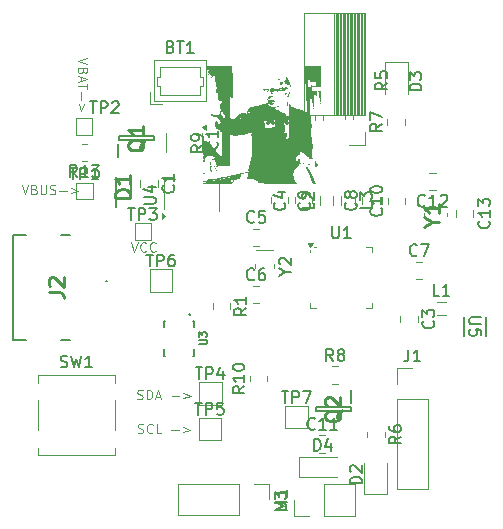
<source format=gbr>
%TF.GenerationSoftware,KiCad,Pcbnew,8.0.3*%
%TF.CreationDate,2025-03-18T19:22:59-05:00*%
%TF.ProjectId,wearable_v2_nrf,77656172-6162-46c6-955f-76325f6e7266,rev?*%
%TF.SameCoordinates,Original*%
%TF.FileFunction,Legend,Top*%
%TF.FilePolarity,Positive*%
%FSLAX46Y46*%
G04 Gerber Fmt 4.6, Leading zero omitted, Abs format (unit mm)*
G04 Created by KiCad (PCBNEW 8.0.3) date 2025-03-18 19:22:59*
%MOMM*%
%LPD*%
G01*
G04 APERTURE LIST*
%ADD10C,0.100000*%
%ADD11C,0.150000*%
%ADD12C,0.254000*%
%ADD13C,0.300000*%
%ADD14C,0.120000*%
%ADD15C,0.200000*%
%ADD16C,0.000000*%
%ADD17C,0.127000*%
%ADD18C,0.152400*%
G04 APERTURE END LIST*
D10*
X91741979Y-64571895D02*
X92008646Y-65371895D01*
X92008646Y-65371895D02*
X92275312Y-64571895D01*
X92999122Y-65295704D02*
X92961026Y-65333800D01*
X92961026Y-65333800D02*
X92846741Y-65371895D01*
X92846741Y-65371895D02*
X92770550Y-65371895D01*
X92770550Y-65371895D02*
X92656264Y-65333800D01*
X92656264Y-65333800D02*
X92580074Y-65257609D01*
X92580074Y-65257609D02*
X92541979Y-65181419D01*
X92541979Y-65181419D02*
X92503883Y-65029038D01*
X92503883Y-65029038D02*
X92503883Y-64914752D01*
X92503883Y-64914752D02*
X92541979Y-64762371D01*
X92541979Y-64762371D02*
X92580074Y-64686180D01*
X92580074Y-64686180D02*
X92656264Y-64609990D01*
X92656264Y-64609990D02*
X92770550Y-64571895D01*
X92770550Y-64571895D02*
X92846741Y-64571895D01*
X92846741Y-64571895D02*
X92961026Y-64609990D01*
X92961026Y-64609990D02*
X92999122Y-64648085D01*
X93799122Y-65295704D02*
X93761026Y-65333800D01*
X93761026Y-65333800D02*
X93646741Y-65371895D01*
X93646741Y-65371895D02*
X93570550Y-65371895D01*
X93570550Y-65371895D02*
X93456264Y-65333800D01*
X93456264Y-65333800D02*
X93380074Y-65257609D01*
X93380074Y-65257609D02*
X93341979Y-65181419D01*
X93341979Y-65181419D02*
X93303883Y-65029038D01*
X93303883Y-65029038D02*
X93303883Y-64914752D01*
X93303883Y-64914752D02*
X93341979Y-64762371D01*
X93341979Y-64762371D02*
X93380074Y-64686180D01*
X93380074Y-64686180D02*
X93456264Y-64609990D01*
X93456264Y-64609990D02*
X93570550Y-64571895D01*
X93570550Y-64571895D02*
X93646741Y-64571895D01*
X93646741Y-64571895D02*
X93761026Y-64609990D01*
X93761026Y-64609990D02*
X93799122Y-64648085D01*
X82466979Y-59721895D02*
X82733646Y-60521895D01*
X82733646Y-60521895D02*
X83000312Y-59721895D01*
X83533645Y-60102847D02*
X83647931Y-60140942D01*
X83647931Y-60140942D02*
X83686026Y-60179038D01*
X83686026Y-60179038D02*
X83724122Y-60255228D01*
X83724122Y-60255228D02*
X83724122Y-60369514D01*
X83724122Y-60369514D02*
X83686026Y-60445704D01*
X83686026Y-60445704D02*
X83647931Y-60483800D01*
X83647931Y-60483800D02*
X83571741Y-60521895D01*
X83571741Y-60521895D02*
X83266979Y-60521895D01*
X83266979Y-60521895D02*
X83266979Y-59721895D01*
X83266979Y-59721895D02*
X83533645Y-59721895D01*
X83533645Y-59721895D02*
X83609836Y-59759990D01*
X83609836Y-59759990D02*
X83647931Y-59798085D01*
X83647931Y-59798085D02*
X83686026Y-59874276D01*
X83686026Y-59874276D02*
X83686026Y-59950466D01*
X83686026Y-59950466D02*
X83647931Y-60026657D01*
X83647931Y-60026657D02*
X83609836Y-60064752D01*
X83609836Y-60064752D02*
X83533645Y-60102847D01*
X83533645Y-60102847D02*
X83266979Y-60102847D01*
X84066979Y-59721895D02*
X84066979Y-60369514D01*
X84066979Y-60369514D02*
X84105074Y-60445704D01*
X84105074Y-60445704D02*
X84143169Y-60483800D01*
X84143169Y-60483800D02*
X84219360Y-60521895D01*
X84219360Y-60521895D02*
X84371741Y-60521895D01*
X84371741Y-60521895D02*
X84447931Y-60483800D01*
X84447931Y-60483800D02*
X84486026Y-60445704D01*
X84486026Y-60445704D02*
X84524122Y-60369514D01*
X84524122Y-60369514D02*
X84524122Y-59721895D01*
X84866978Y-60483800D02*
X84981264Y-60521895D01*
X84981264Y-60521895D02*
X85171740Y-60521895D01*
X85171740Y-60521895D02*
X85247931Y-60483800D01*
X85247931Y-60483800D02*
X85286026Y-60445704D01*
X85286026Y-60445704D02*
X85324121Y-60369514D01*
X85324121Y-60369514D02*
X85324121Y-60293323D01*
X85324121Y-60293323D02*
X85286026Y-60217133D01*
X85286026Y-60217133D02*
X85247931Y-60179038D01*
X85247931Y-60179038D02*
X85171740Y-60140942D01*
X85171740Y-60140942D02*
X85019359Y-60102847D01*
X85019359Y-60102847D02*
X84943169Y-60064752D01*
X84943169Y-60064752D02*
X84905074Y-60026657D01*
X84905074Y-60026657D02*
X84866978Y-59950466D01*
X84866978Y-59950466D02*
X84866978Y-59874276D01*
X84866978Y-59874276D02*
X84905074Y-59798085D01*
X84905074Y-59798085D02*
X84943169Y-59759990D01*
X84943169Y-59759990D02*
X85019359Y-59721895D01*
X85019359Y-59721895D02*
X85209836Y-59721895D01*
X85209836Y-59721895D02*
X85324121Y-59759990D01*
X85666979Y-60217133D02*
X86276503Y-60217133D01*
X86657455Y-59988561D02*
X87266979Y-60217133D01*
X87266979Y-60217133D02*
X86657455Y-60445704D01*
X88028104Y-48991979D02*
X87228104Y-49258646D01*
X87228104Y-49258646D02*
X88028104Y-49525312D01*
X87647152Y-50058645D02*
X87609057Y-50172931D01*
X87609057Y-50172931D02*
X87570961Y-50211026D01*
X87570961Y-50211026D02*
X87494771Y-50249122D01*
X87494771Y-50249122D02*
X87380485Y-50249122D01*
X87380485Y-50249122D02*
X87304295Y-50211026D01*
X87304295Y-50211026D02*
X87266200Y-50172931D01*
X87266200Y-50172931D02*
X87228104Y-50096741D01*
X87228104Y-50096741D02*
X87228104Y-49791979D01*
X87228104Y-49791979D02*
X88028104Y-49791979D01*
X88028104Y-49791979D02*
X88028104Y-50058645D01*
X88028104Y-50058645D02*
X87990009Y-50134836D01*
X87990009Y-50134836D02*
X87951914Y-50172931D01*
X87951914Y-50172931D02*
X87875723Y-50211026D01*
X87875723Y-50211026D02*
X87799533Y-50211026D01*
X87799533Y-50211026D02*
X87723342Y-50172931D01*
X87723342Y-50172931D02*
X87685247Y-50134836D01*
X87685247Y-50134836D02*
X87647152Y-50058645D01*
X87647152Y-50058645D02*
X87647152Y-49791979D01*
X87456676Y-50553883D02*
X87456676Y-50934836D01*
X87228104Y-50477693D02*
X88028104Y-50744360D01*
X88028104Y-50744360D02*
X87228104Y-51011026D01*
X88028104Y-51163407D02*
X88028104Y-51620550D01*
X87228104Y-51391978D02*
X88028104Y-51391978D01*
X87532866Y-51887217D02*
X87532866Y-52496741D01*
X87761438Y-52877693D02*
X87532866Y-53487217D01*
X87532866Y-53487217D02*
X87304295Y-52877693D01*
X92293169Y-80708800D02*
X92407455Y-80746895D01*
X92407455Y-80746895D02*
X92597931Y-80746895D01*
X92597931Y-80746895D02*
X92674122Y-80708800D01*
X92674122Y-80708800D02*
X92712217Y-80670704D01*
X92712217Y-80670704D02*
X92750312Y-80594514D01*
X92750312Y-80594514D02*
X92750312Y-80518323D01*
X92750312Y-80518323D02*
X92712217Y-80442133D01*
X92712217Y-80442133D02*
X92674122Y-80404038D01*
X92674122Y-80404038D02*
X92597931Y-80365942D01*
X92597931Y-80365942D02*
X92445550Y-80327847D01*
X92445550Y-80327847D02*
X92369360Y-80289752D01*
X92369360Y-80289752D02*
X92331265Y-80251657D01*
X92331265Y-80251657D02*
X92293169Y-80175466D01*
X92293169Y-80175466D02*
X92293169Y-80099276D01*
X92293169Y-80099276D02*
X92331265Y-80023085D01*
X92331265Y-80023085D02*
X92369360Y-79984990D01*
X92369360Y-79984990D02*
X92445550Y-79946895D01*
X92445550Y-79946895D02*
X92636027Y-79946895D01*
X92636027Y-79946895D02*
X92750312Y-79984990D01*
X93550313Y-80670704D02*
X93512217Y-80708800D01*
X93512217Y-80708800D02*
X93397932Y-80746895D01*
X93397932Y-80746895D02*
X93321741Y-80746895D01*
X93321741Y-80746895D02*
X93207455Y-80708800D01*
X93207455Y-80708800D02*
X93131265Y-80632609D01*
X93131265Y-80632609D02*
X93093170Y-80556419D01*
X93093170Y-80556419D02*
X93055074Y-80404038D01*
X93055074Y-80404038D02*
X93055074Y-80289752D01*
X93055074Y-80289752D02*
X93093170Y-80137371D01*
X93093170Y-80137371D02*
X93131265Y-80061180D01*
X93131265Y-80061180D02*
X93207455Y-79984990D01*
X93207455Y-79984990D02*
X93321741Y-79946895D01*
X93321741Y-79946895D02*
X93397932Y-79946895D01*
X93397932Y-79946895D02*
X93512217Y-79984990D01*
X93512217Y-79984990D02*
X93550313Y-80023085D01*
X94274122Y-80746895D02*
X93893170Y-80746895D01*
X93893170Y-80746895D02*
X93893170Y-79946895D01*
X95150313Y-80442133D02*
X95759837Y-80442133D01*
X96140789Y-80213561D02*
X96750313Y-80442133D01*
X96750313Y-80442133D02*
X96140789Y-80670704D01*
X92268169Y-77833800D02*
X92382455Y-77871895D01*
X92382455Y-77871895D02*
X92572931Y-77871895D01*
X92572931Y-77871895D02*
X92649122Y-77833800D01*
X92649122Y-77833800D02*
X92687217Y-77795704D01*
X92687217Y-77795704D02*
X92725312Y-77719514D01*
X92725312Y-77719514D02*
X92725312Y-77643323D01*
X92725312Y-77643323D02*
X92687217Y-77567133D01*
X92687217Y-77567133D02*
X92649122Y-77529038D01*
X92649122Y-77529038D02*
X92572931Y-77490942D01*
X92572931Y-77490942D02*
X92420550Y-77452847D01*
X92420550Y-77452847D02*
X92344360Y-77414752D01*
X92344360Y-77414752D02*
X92306265Y-77376657D01*
X92306265Y-77376657D02*
X92268169Y-77300466D01*
X92268169Y-77300466D02*
X92268169Y-77224276D01*
X92268169Y-77224276D02*
X92306265Y-77148085D01*
X92306265Y-77148085D02*
X92344360Y-77109990D01*
X92344360Y-77109990D02*
X92420550Y-77071895D01*
X92420550Y-77071895D02*
X92611027Y-77071895D01*
X92611027Y-77071895D02*
X92725312Y-77109990D01*
X93068170Y-77871895D02*
X93068170Y-77071895D01*
X93068170Y-77071895D02*
X93258646Y-77071895D01*
X93258646Y-77071895D02*
X93372932Y-77109990D01*
X93372932Y-77109990D02*
X93449122Y-77186180D01*
X93449122Y-77186180D02*
X93487217Y-77262371D01*
X93487217Y-77262371D02*
X93525313Y-77414752D01*
X93525313Y-77414752D02*
X93525313Y-77529038D01*
X93525313Y-77529038D02*
X93487217Y-77681419D01*
X93487217Y-77681419D02*
X93449122Y-77757609D01*
X93449122Y-77757609D02*
X93372932Y-77833800D01*
X93372932Y-77833800D02*
X93258646Y-77871895D01*
X93258646Y-77871895D02*
X93068170Y-77871895D01*
X93830074Y-77643323D02*
X94211027Y-77643323D01*
X93753884Y-77871895D02*
X94020551Y-77071895D01*
X94020551Y-77071895D02*
X94287217Y-77871895D01*
X95163408Y-77567133D02*
X95772932Y-77567133D01*
X96153884Y-77338561D02*
X96763408Y-77567133D01*
X96763408Y-77567133D02*
X96153884Y-77795704D01*
D11*
X122021080Y-62787357D02*
X122068700Y-62834976D01*
X122068700Y-62834976D02*
X122116319Y-62977833D01*
X122116319Y-62977833D02*
X122116319Y-63073071D01*
X122116319Y-63073071D02*
X122068700Y-63215928D01*
X122068700Y-63215928D02*
X121973461Y-63311166D01*
X121973461Y-63311166D02*
X121878223Y-63358785D01*
X121878223Y-63358785D02*
X121687747Y-63406404D01*
X121687747Y-63406404D02*
X121544890Y-63406404D01*
X121544890Y-63406404D02*
X121354414Y-63358785D01*
X121354414Y-63358785D02*
X121259176Y-63311166D01*
X121259176Y-63311166D02*
X121163938Y-63215928D01*
X121163938Y-63215928D02*
X121116319Y-63073071D01*
X121116319Y-63073071D02*
X121116319Y-62977833D01*
X121116319Y-62977833D02*
X121163938Y-62834976D01*
X121163938Y-62834976D02*
X121211557Y-62787357D01*
X122116319Y-61834976D02*
X122116319Y-62406404D01*
X122116319Y-62120690D02*
X121116319Y-62120690D01*
X121116319Y-62120690D02*
X121259176Y-62215928D01*
X121259176Y-62215928D02*
X121354414Y-62311166D01*
X121354414Y-62311166D02*
X121402033Y-62406404D01*
X121116319Y-61501642D02*
X121116319Y-60882595D01*
X121116319Y-60882595D02*
X121497271Y-61215928D01*
X121497271Y-61215928D02*
X121497271Y-61073071D01*
X121497271Y-61073071D02*
X121544890Y-60977833D01*
X121544890Y-60977833D02*
X121592509Y-60930214D01*
X121592509Y-60930214D02*
X121687747Y-60882595D01*
X121687747Y-60882595D02*
X121925842Y-60882595D01*
X121925842Y-60882595D02*
X122021080Y-60930214D01*
X122021080Y-60930214D02*
X122068700Y-60977833D01*
X122068700Y-60977833D02*
X122116319Y-61073071D01*
X122116319Y-61073071D02*
X122116319Y-61358785D01*
X122116319Y-61358785D02*
X122068700Y-61454023D01*
X122068700Y-61454023D02*
X122021080Y-61501642D01*
X113424819Y-51061666D02*
X112948628Y-51394999D01*
X113424819Y-51633094D02*
X112424819Y-51633094D01*
X112424819Y-51633094D02*
X112424819Y-51252142D01*
X112424819Y-51252142D02*
X112472438Y-51156904D01*
X112472438Y-51156904D02*
X112520057Y-51109285D01*
X112520057Y-51109285D02*
X112615295Y-51061666D01*
X112615295Y-51061666D02*
X112758152Y-51061666D01*
X112758152Y-51061666D02*
X112853390Y-51109285D01*
X112853390Y-51109285D02*
X112901009Y-51156904D01*
X112901009Y-51156904D02*
X112948628Y-51252142D01*
X112948628Y-51252142D02*
X112948628Y-51633094D01*
X112424819Y-50156904D02*
X112424819Y-50633094D01*
X112424819Y-50633094D02*
X112901009Y-50680713D01*
X112901009Y-50680713D02*
X112853390Y-50633094D01*
X112853390Y-50633094D02*
X112805771Y-50537856D01*
X112805771Y-50537856D02*
X112805771Y-50299761D01*
X112805771Y-50299761D02*
X112853390Y-50204523D01*
X112853390Y-50204523D02*
X112901009Y-50156904D01*
X112901009Y-50156904D02*
X112996247Y-50109285D01*
X112996247Y-50109285D02*
X113234342Y-50109285D01*
X113234342Y-50109285D02*
X113329580Y-50156904D01*
X113329580Y-50156904D02*
X113377200Y-50204523D01*
X113377200Y-50204523D02*
X113424819Y-50299761D01*
X113424819Y-50299761D02*
X113424819Y-50537856D01*
X113424819Y-50537856D02*
X113377200Y-50633094D01*
X113377200Y-50633094D02*
X113329580Y-50680713D01*
X95084285Y-48031009D02*
X95227142Y-48078628D01*
X95227142Y-48078628D02*
X95274761Y-48126247D01*
X95274761Y-48126247D02*
X95322380Y-48221485D01*
X95322380Y-48221485D02*
X95322380Y-48364342D01*
X95322380Y-48364342D02*
X95274761Y-48459580D01*
X95274761Y-48459580D02*
X95227142Y-48507200D01*
X95227142Y-48507200D02*
X95131904Y-48554819D01*
X95131904Y-48554819D02*
X94750952Y-48554819D01*
X94750952Y-48554819D02*
X94750952Y-47554819D01*
X94750952Y-47554819D02*
X95084285Y-47554819D01*
X95084285Y-47554819D02*
X95179523Y-47602438D01*
X95179523Y-47602438D02*
X95227142Y-47650057D01*
X95227142Y-47650057D02*
X95274761Y-47745295D01*
X95274761Y-47745295D02*
X95274761Y-47840533D01*
X95274761Y-47840533D02*
X95227142Y-47935771D01*
X95227142Y-47935771D02*
X95179523Y-47983390D01*
X95179523Y-47983390D02*
X95084285Y-48031009D01*
X95084285Y-48031009D02*
X94750952Y-48031009D01*
X95608095Y-47554819D02*
X96179523Y-47554819D01*
X95893809Y-48554819D02*
X95893809Y-47554819D01*
X97036666Y-48554819D02*
X96465238Y-48554819D01*
X96750952Y-48554819D02*
X96750952Y-47554819D01*
X96750952Y-47554819D02*
X96655714Y-47697676D01*
X96655714Y-47697676D02*
X96560476Y-47792914D01*
X96560476Y-47792914D02*
X96465238Y-47840533D01*
X110729580Y-61216666D02*
X110777200Y-61264285D01*
X110777200Y-61264285D02*
X110824819Y-61407142D01*
X110824819Y-61407142D02*
X110824819Y-61502380D01*
X110824819Y-61502380D02*
X110777200Y-61645237D01*
X110777200Y-61645237D02*
X110681961Y-61740475D01*
X110681961Y-61740475D02*
X110586723Y-61788094D01*
X110586723Y-61788094D02*
X110396247Y-61835713D01*
X110396247Y-61835713D02*
X110253390Y-61835713D01*
X110253390Y-61835713D02*
X110062914Y-61788094D01*
X110062914Y-61788094D02*
X109967676Y-61740475D01*
X109967676Y-61740475D02*
X109872438Y-61645237D01*
X109872438Y-61645237D02*
X109824819Y-61502380D01*
X109824819Y-61502380D02*
X109824819Y-61407142D01*
X109824819Y-61407142D02*
X109872438Y-61264285D01*
X109872438Y-61264285D02*
X109920057Y-61216666D01*
X110253390Y-60645237D02*
X110205771Y-60740475D01*
X110205771Y-60740475D02*
X110158152Y-60788094D01*
X110158152Y-60788094D02*
X110062914Y-60835713D01*
X110062914Y-60835713D02*
X110015295Y-60835713D01*
X110015295Y-60835713D02*
X109920057Y-60788094D01*
X109920057Y-60788094D02*
X109872438Y-60740475D01*
X109872438Y-60740475D02*
X109824819Y-60645237D01*
X109824819Y-60645237D02*
X109824819Y-60454761D01*
X109824819Y-60454761D02*
X109872438Y-60359523D01*
X109872438Y-60359523D02*
X109920057Y-60311904D01*
X109920057Y-60311904D02*
X110015295Y-60264285D01*
X110015295Y-60264285D02*
X110062914Y-60264285D01*
X110062914Y-60264285D02*
X110158152Y-60311904D01*
X110158152Y-60311904D02*
X110205771Y-60359523D01*
X110205771Y-60359523D02*
X110253390Y-60454761D01*
X110253390Y-60454761D02*
X110253390Y-60645237D01*
X110253390Y-60645237D02*
X110301009Y-60740475D01*
X110301009Y-60740475D02*
X110348628Y-60788094D01*
X110348628Y-60788094D02*
X110443866Y-60835713D01*
X110443866Y-60835713D02*
X110634342Y-60835713D01*
X110634342Y-60835713D02*
X110729580Y-60788094D01*
X110729580Y-60788094D02*
X110777200Y-60740475D01*
X110777200Y-60740475D02*
X110824819Y-60645237D01*
X110824819Y-60645237D02*
X110824819Y-60454761D01*
X110824819Y-60454761D02*
X110777200Y-60359523D01*
X110777200Y-60359523D02*
X110729580Y-60311904D01*
X110729580Y-60311904D02*
X110634342Y-60264285D01*
X110634342Y-60264285D02*
X110443866Y-60264285D01*
X110443866Y-60264285D02*
X110348628Y-60311904D01*
X110348628Y-60311904D02*
X110301009Y-60359523D01*
X110301009Y-60359523D02*
X110253390Y-60454761D01*
X85766667Y-75132200D02*
X85909524Y-75179819D01*
X85909524Y-75179819D02*
X86147619Y-75179819D01*
X86147619Y-75179819D02*
X86242857Y-75132200D01*
X86242857Y-75132200D02*
X86290476Y-75084580D01*
X86290476Y-75084580D02*
X86338095Y-74989342D01*
X86338095Y-74989342D02*
X86338095Y-74894104D01*
X86338095Y-74894104D02*
X86290476Y-74798866D01*
X86290476Y-74798866D02*
X86242857Y-74751247D01*
X86242857Y-74751247D02*
X86147619Y-74703628D01*
X86147619Y-74703628D02*
X85957143Y-74656009D01*
X85957143Y-74656009D02*
X85861905Y-74608390D01*
X85861905Y-74608390D02*
X85814286Y-74560771D01*
X85814286Y-74560771D02*
X85766667Y-74465533D01*
X85766667Y-74465533D02*
X85766667Y-74370295D01*
X85766667Y-74370295D02*
X85814286Y-74275057D01*
X85814286Y-74275057D02*
X85861905Y-74227438D01*
X85861905Y-74227438D02*
X85957143Y-74179819D01*
X85957143Y-74179819D02*
X86195238Y-74179819D01*
X86195238Y-74179819D02*
X86338095Y-74227438D01*
X86671429Y-74179819D02*
X86909524Y-75179819D01*
X86909524Y-75179819D02*
X87100000Y-74465533D01*
X87100000Y-74465533D02*
X87290476Y-75179819D01*
X87290476Y-75179819D02*
X87528572Y-74179819D01*
X88433333Y-75179819D02*
X87861905Y-75179819D01*
X88147619Y-75179819D02*
X88147619Y-74179819D01*
X88147619Y-74179819D02*
X88052381Y-74322676D01*
X88052381Y-74322676D02*
X87957143Y-74417914D01*
X87957143Y-74417914D02*
X87861905Y-74465533D01*
X107204819Y-61216666D02*
X107204819Y-61692856D01*
X107204819Y-61692856D02*
X106204819Y-61692856D01*
X106300057Y-60930951D02*
X106252438Y-60883332D01*
X106252438Y-60883332D02*
X106204819Y-60788094D01*
X106204819Y-60788094D02*
X106204819Y-60549999D01*
X106204819Y-60549999D02*
X106252438Y-60454761D01*
X106252438Y-60454761D02*
X106300057Y-60407142D01*
X106300057Y-60407142D02*
X106395295Y-60359523D01*
X106395295Y-60359523D02*
X106490533Y-60359523D01*
X106490533Y-60359523D02*
X106633390Y-60407142D01*
X106633390Y-60407142D02*
X107204819Y-60978570D01*
X107204819Y-60978570D02*
X107204819Y-60359523D01*
X108833333Y-74629819D02*
X108500000Y-74153628D01*
X108261905Y-74629819D02*
X108261905Y-73629819D01*
X108261905Y-73629819D02*
X108642857Y-73629819D01*
X108642857Y-73629819D02*
X108738095Y-73677438D01*
X108738095Y-73677438D02*
X108785714Y-73725057D01*
X108785714Y-73725057D02*
X108833333Y-73820295D01*
X108833333Y-73820295D02*
X108833333Y-73963152D01*
X108833333Y-73963152D02*
X108785714Y-74058390D01*
X108785714Y-74058390D02*
X108738095Y-74106009D01*
X108738095Y-74106009D02*
X108642857Y-74153628D01*
X108642857Y-74153628D02*
X108261905Y-74153628D01*
X109404762Y-74058390D02*
X109309524Y-74010771D01*
X109309524Y-74010771D02*
X109261905Y-73963152D01*
X109261905Y-73963152D02*
X109214286Y-73867914D01*
X109214286Y-73867914D02*
X109214286Y-73820295D01*
X109214286Y-73820295D02*
X109261905Y-73725057D01*
X109261905Y-73725057D02*
X109309524Y-73677438D01*
X109309524Y-73677438D02*
X109404762Y-73629819D01*
X109404762Y-73629819D02*
X109595238Y-73629819D01*
X109595238Y-73629819D02*
X109690476Y-73677438D01*
X109690476Y-73677438D02*
X109738095Y-73725057D01*
X109738095Y-73725057D02*
X109785714Y-73820295D01*
X109785714Y-73820295D02*
X109785714Y-73867914D01*
X109785714Y-73867914D02*
X109738095Y-73963152D01*
X109738095Y-73963152D02*
X109690476Y-74010771D01*
X109690476Y-74010771D02*
X109595238Y-74058390D01*
X109595238Y-74058390D02*
X109404762Y-74058390D01*
X109404762Y-74058390D02*
X109309524Y-74106009D01*
X109309524Y-74106009D02*
X109261905Y-74153628D01*
X109261905Y-74153628D02*
X109214286Y-74248866D01*
X109214286Y-74248866D02*
X109214286Y-74439342D01*
X109214286Y-74439342D02*
X109261905Y-74534580D01*
X109261905Y-74534580D02*
X109309524Y-74582200D01*
X109309524Y-74582200D02*
X109404762Y-74629819D01*
X109404762Y-74629819D02*
X109595238Y-74629819D01*
X109595238Y-74629819D02*
X109690476Y-74582200D01*
X109690476Y-74582200D02*
X109738095Y-74534580D01*
X109738095Y-74534580D02*
X109785714Y-74439342D01*
X109785714Y-74439342D02*
X109785714Y-74248866D01*
X109785714Y-74248866D02*
X109738095Y-74153628D01*
X109738095Y-74153628D02*
X109690476Y-74106009D01*
X109690476Y-74106009D02*
X109595238Y-74058390D01*
X106809580Y-61241666D02*
X106857200Y-61289285D01*
X106857200Y-61289285D02*
X106904819Y-61432142D01*
X106904819Y-61432142D02*
X106904819Y-61527380D01*
X106904819Y-61527380D02*
X106857200Y-61670237D01*
X106857200Y-61670237D02*
X106761961Y-61765475D01*
X106761961Y-61765475D02*
X106666723Y-61813094D01*
X106666723Y-61813094D02*
X106476247Y-61860713D01*
X106476247Y-61860713D02*
X106333390Y-61860713D01*
X106333390Y-61860713D02*
X106142914Y-61813094D01*
X106142914Y-61813094D02*
X106047676Y-61765475D01*
X106047676Y-61765475D02*
X105952438Y-61670237D01*
X105952438Y-61670237D02*
X105904819Y-61527380D01*
X105904819Y-61527380D02*
X105904819Y-61432142D01*
X105904819Y-61432142D02*
X105952438Y-61289285D01*
X105952438Y-61289285D02*
X106000057Y-61241666D01*
X106904819Y-60765475D02*
X106904819Y-60574999D01*
X106904819Y-60574999D02*
X106857200Y-60479761D01*
X106857200Y-60479761D02*
X106809580Y-60432142D01*
X106809580Y-60432142D02*
X106666723Y-60336904D01*
X106666723Y-60336904D02*
X106476247Y-60289285D01*
X106476247Y-60289285D02*
X106095295Y-60289285D01*
X106095295Y-60289285D02*
X106000057Y-60336904D01*
X106000057Y-60336904D02*
X105952438Y-60384523D01*
X105952438Y-60384523D02*
X105904819Y-60479761D01*
X105904819Y-60479761D02*
X105904819Y-60670237D01*
X105904819Y-60670237D02*
X105952438Y-60765475D01*
X105952438Y-60765475D02*
X106000057Y-60813094D01*
X106000057Y-60813094D02*
X106095295Y-60860713D01*
X106095295Y-60860713D02*
X106333390Y-60860713D01*
X106333390Y-60860713D02*
X106428628Y-60813094D01*
X106428628Y-60813094D02*
X106476247Y-60765475D01*
X106476247Y-60765475D02*
X106523866Y-60670237D01*
X106523866Y-60670237D02*
X106523866Y-60479761D01*
X106523866Y-60479761D02*
X106476247Y-60384523D01*
X106476247Y-60384523D02*
X106428628Y-60336904D01*
X106428628Y-60336904D02*
X106333390Y-60289285D01*
X104709580Y-61216666D02*
X104757200Y-61264285D01*
X104757200Y-61264285D02*
X104804819Y-61407142D01*
X104804819Y-61407142D02*
X104804819Y-61502380D01*
X104804819Y-61502380D02*
X104757200Y-61645237D01*
X104757200Y-61645237D02*
X104661961Y-61740475D01*
X104661961Y-61740475D02*
X104566723Y-61788094D01*
X104566723Y-61788094D02*
X104376247Y-61835713D01*
X104376247Y-61835713D02*
X104233390Y-61835713D01*
X104233390Y-61835713D02*
X104042914Y-61788094D01*
X104042914Y-61788094D02*
X103947676Y-61740475D01*
X103947676Y-61740475D02*
X103852438Y-61645237D01*
X103852438Y-61645237D02*
X103804819Y-61502380D01*
X103804819Y-61502380D02*
X103804819Y-61407142D01*
X103804819Y-61407142D02*
X103852438Y-61264285D01*
X103852438Y-61264285D02*
X103900057Y-61216666D01*
X104138152Y-60359523D02*
X104804819Y-60359523D01*
X103757200Y-60597618D02*
X104471485Y-60835713D01*
X104471485Y-60835713D02*
X104471485Y-60216666D01*
X111254819Y-84988094D02*
X110254819Y-84988094D01*
X110254819Y-84988094D02*
X110254819Y-84749999D01*
X110254819Y-84749999D02*
X110302438Y-84607142D01*
X110302438Y-84607142D02*
X110397676Y-84511904D01*
X110397676Y-84511904D02*
X110492914Y-84464285D01*
X110492914Y-84464285D02*
X110683390Y-84416666D01*
X110683390Y-84416666D02*
X110826247Y-84416666D01*
X110826247Y-84416666D02*
X111016723Y-84464285D01*
X111016723Y-84464285D02*
X111111961Y-84511904D01*
X111111961Y-84511904D02*
X111207200Y-84607142D01*
X111207200Y-84607142D02*
X111254819Y-84749999D01*
X111254819Y-84749999D02*
X111254819Y-84988094D01*
X110350057Y-84035713D02*
X110302438Y-83988094D01*
X110302438Y-83988094D02*
X110254819Y-83892856D01*
X110254819Y-83892856D02*
X110254819Y-83654761D01*
X110254819Y-83654761D02*
X110302438Y-83559523D01*
X110302438Y-83559523D02*
X110350057Y-83511904D01*
X110350057Y-83511904D02*
X110445295Y-83464285D01*
X110445295Y-83464285D02*
X110540533Y-83464285D01*
X110540533Y-83464285D02*
X110683390Y-83511904D01*
X110683390Y-83511904D02*
X111254819Y-84083332D01*
X111254819Y-84083332D02*
X111254819Y-83464285D01*
X114579819Y-81029166D02*
X114103628Y-81362499D01*
X114579819Y-81600594D02*
X113579819Y-81600594D01*
X113579819Y-81600594D02*
X113579819Y-81219642D01*
X113579819Y-81219642D02*
X113627438Y-81124404D01*
X113627438Y-81124404D02*
X113675057Y-81076785D01*
X113675057Y-81076785D02*
X113770295Y-81029166D01*
X113770295Y-81029166D02*
X113913152Y-81029166D01*
X113913152Y-81029166D02*
X114008390Y-81076785D01*
X114008390Y-81076785D02*
X114056009Y-81124404D01*
X114056009Y-81124404D02*
X114103628Y-81219642D01*
X114103628Y-81219642D02*
X114103628Y-81600594D01*
X113579819Y-80172023D02*
X113579819Y-80362499D01*
X113579819Y-80362499D02*
X113627438Y-80457737D01*
X113627438Y-80457737D02*
X113675057Y-80505356D01*
X113675057Y-80505356D02*
X113817914Y-80600594D01*
X113817914Y-80600594D02*
X114008390Y-80648213D01*
X114008390Y-80648213D02*
X114389342Y-80648213D01*
X114389342Y-80648213D02*
X114484580Y-80600594D01*
X114484580Y-80600594D02*
X114532200Y-80552975D01*
X114532200Y-80552975D02*
X114579819Y-80457737D01*
X114579819Y-80457737D02*
X114579819Y-80267261D01*
X114579819Y-80267261D02*
X114532200Y-80172023D01*
X114532200Y-80172023D02*
X114484580Y-80124404D01*
X114484580Y-80124404D02*
X114389342Y-80076785D01*
X114389342Y-80076785D02*
X114151247Y-80076785D01*
X114151247Y-80076785D02*
X114056009Y-80124404D01*
X114056009Y-80124404D02*
X114008390Y-80172023D01*
X114008390Y-80172023D02*
X113960771Y-80267261D01*
X113960771Y-80267261D02*
X113960771Y-80457737D01*
X113960771Y-80457737D02*
X114008390Y-80552975D01*
X114008390Y-80552975D02*
X114056009Y-80600594D01*
X114056009Y-80600594D02*
X114151247Y-80648213D01*
X116304819Y-51725594D02*
X115304819Y-51725594D01*
X115304819Y-51725594D02*
X115304819Y-51487499D01*
X115304819Y-51487499D02*
X115352438Y-51344642D01*
X115352438Y-51344642D02*
X115447676Y-51249404D01*
X115447676Y-51249404D02*
X115542914Y-51201785D01*
X115542914Y-51201785D02*
X115733390Y-51154166D01*
X115733390Y-51154166D02*
X115876247Y-51154166D01*
X115876247Y-51154166D02*
X116066723Y-51201785D01*
X116066723Y-51201785D02*
X116161961Y-51249404D01*
X116161961Y-51249404D02*
X116257200Y-51344642D01*
X116257200Y-51344642D02*
X116304819Y-51487499D01*
X116304819Y-51487499D02*
X116304819Y-51725594D01*
X115304819Y-50820832D02*
X115304819Y-50201785D01*
X115304819Y-50201785D02*
X115685771Y-50535118D01*
X115685771Y-50535118D02*
X115685771Y-50392261D01*
X115685771Y-50392261D02*
X115733390Y-50297023D01*
X115733390Y-50297023D02*
X115781009Y-50249404D01*
X115781009Y-50249404D02*
X115876247Y-50201785D01*
X115876247Y-50201785D02*
X116114342Y-50201785D01*
X116114342Y-50201785D02*
X116209580Y-50249404D01*
X116209580Y-50249404D02*
X116257200Y-50297023D01*
X116257200Y-50297023D02*
X116304819Y-50392261D01*
X116304819Y-50392261D02*
X116304819Y-50677975D01*
X116304819Y-50677975D02*
X116257200Y-50773213D01*
X116257200Y-50773213D02*
X116209580Y-50820832D01*
X97138095Y-78181819D02*
X97709523Y-78181819D01*
X97423809Y-79181819D02*
X97423809Y-78181819D01*
X98042857Y-79181819D02*
X98042857Y-78181819D01*
X98042857Y-78181819D02*
X98423809Y-78181819D01*
X98423809Y-78181819D02*
X98519047Y-78229438D01*
X98519047Y-78229438D02*
X98566666Y-78277057D01*
X98566666Y-78277057D02*
X98614285Y-78372295D01*
X98614285Y-78372295D02*
X98614285Y-78515152D01*
X98614285Y-78515152D02*
X98566666Y-78610390D01*
X98566666Y-78610390D02*
X98519047Y-78658009D01*
X98519047Y-78658009D02*
X98423809Y-78705628D01*
X98423809Y-78705628D02*
X98042857Y-78705628D01*
X99519047Y-78181819D02*
X99042857Y-78181819D01*
X99042857Y-78181819D02*
X98995238Y-78658009D01*
X98995238Y-78658009D02*
X99042857Y-78610390D01*
X99042857Y-78610390D02*
X99138095Y-78562771D01*
X99138095Y-78562771D02*
X99376190Y-78562771D01*
X99376190Y-78562771D02*
X99471428Y-78610390D01*
X99471428Y-78610390D02*
X99519047Y-78658009D01*
X99519047Y-78658009D02*
X99566666Y-78753247D01*
X99566666Y-78753247D02*
X99566666Y-78991342D01*
X99566666Y-78991342D02*
X99519047Y-79086580D01*
X99519047Y-79086580D02*
X99471428Y-79134200D01*
X99471428Y-79134200D02*
X99376190Y-79181819D01*
X99376190Y-79181819D02*
X99138095Y-79181819D01*
X99138095Y-79181819D02*
X99042857Y-79134200D01*
X99042857Y-79134200D02*
X98995238Y-79086580D01*
X101479819Y-70154166D02*
X101003628Y-70487499D01*
X101479819Y-70725594D02*
X100479819Y-70725594D01*
X100479819Y-70725594D02*
X100479819Y-70344642D01*
X100479819Y-70344642D02*
X100527438Y-70249404D01*
X100527438Y-70249404D02*
X100575057Y-70201785D01*
X100575057Y-70201785D02*
X100670295Y-70154166D01*
X100670295Y-70154166D02*
X100813152Y-70154166D01*
X100813152Y-70154166D02*
X100908390Y-70201785D01*
X100908390Y-70201785D02*
X100956009Y-70249404D01*
X100956009Y-70249404D02*
X101003628Y-70344642D01*
X101003628Y-70344642D02*
X101003628Y-70725594D01*
X101479819Y-69201785D02*
X101479819Y-69773213D01*
X101479819Y-69487499D02*
X100479819Y-69487499D01*
X100479819Y-69487499D02*
X100622676Y-69582737D01*
X100622676Y-69582737D02*
X100717914Y-69677975D01*
X100717914Y-69677975D02*
X100765533Y-69773213D01*
X95289580Y-59766666D02*
X95337200Y-59814285D01*
X95337200Y-59814285D02*
X95384819Y-59957142D01*
X95384819Y-59957142D02*
X95384819Y-60052380D01*
X95384819Y-60052380D02*
X95337200Y-60195237D01*
X95337200Y-60195237D02*
X95241961Y-60290475D01*
X95241961Y-60290475D02*
X95146723Y-60338094D01*
X95146723Y-60338094D02*
X94956247Y-60385713D01*
X94956247Y-60385713D02*
X94813390Y-60385713D01*
X94813390Y-60385713D02*
X94622914Y-60338094D01*
X94622914Y-60338094D02*
X94527676Y-60290475D01*
X94527676Y-60290475D02*
X94432438Y-60195237D01*
X94432438Y-60195237D02*
X94384819Y-60052380D01*
X94384819Y-60052380D02*
X94384819Y-59957142D01*
X94384819Y-59957142D02*
X94432438Y-59814285D01*
X94432438Y-59814285D02*
X94480057Y-59766666D01*
X95384819Y-58814285D02*
X95384819Y-59385713D01*
X95384819Y-59099999D02*
X94384819Y-59099999D01*
X94384819Y-59099999D02*
X94527676Y-59195237D01*
X94527676Y-59195237D02*
X94622914Y-59290475D01*
X94622914Y-59290475D02*
X94670533Y-59385713D01*
X104803628Y-67076190D02*
X105279819Y-67076190D01*
X104279819Y-67409523D02*
X104803628Y-67076190D01*
X104803628Y-67076190D02*
X104279819Y-66742857D01*
X104375057Y-66457142D02*
X104327438Y-66409523D01*
X104327438Y-66409523D02*
X104279819Y-66314285D01*
X104279819Y-66314285D02*
X104279819Y-66076190D01*
X104279819Y-66076190D02*
X104327438Y-65980952D01*
X104327438Y-65980952D02*
X104375057Y-65933333D01*
X104375057Y-65933333D02*
X104470295Y-65885714D01*
X104470295Y-65885714D02*
X104565533Y-65885714D01*
X104565533Y-65885714D02*
X104708390Y-65933333D01*
X104708390Y-65933333D02*
X105279819Y-66504761D01*
X105279819Y-66504761D02*
X105279819Y-65885714D01*
X104949819Y-87209523D02*
X103949819Y-87209523D01*
X103949819Y-87209523D02*
X104664104Y-86876190D01*
X104664104Y-86876190D02*
X103949819Y-86542857D01*
X103949819Y-86542857D02*
X104949819Y-86542857D01*
X104949819Y-85542857D02*
X104949819Y-86114285D01*
X104949819Y-85828571D02*
X103949819Y-85828571D01*
X103949819Y-85828571D02*
X104092676Y-85923809D01*
X104092676Y-85923809D02*
X104187914Y-86019047D01*
X104187914Y-86019047D02*
X104235533Y-86114285D01*
X115216666Y-73669819D02*
X115216666Y-74384104D01*
X115216666Y-74384104D02*
X115169047Y-74526961D01*
X115169047Y-74526961D02*
X115073809Y-74622200D01*
X115073809Y-74622200D02*
X114930952Y-74669819D01*
X114930952Y-74669819D02*
X114835714Y-74669819D01*
X116216666Y-74669819D02*
X115645238Y-74669819D01*
X115930952Y-74669819D02*
X115930952Y-73669819D01*
X115930952Y-73669819D02*
X115835714Y-73812676D01*
X115835714Y-73812676D02*
X115740476Y-73907914D01*
X115740476Y-73907914D02*
X115645238Y-73955533D01*
X93013095Y-65631819D02*
X93584523Y-65631819D01*
X93298809Y-66631819D02*
X93298809Y-65631819D01*
X93917857Y-66631819D02*
X93917857Y-65631819D01*
X93917857Y-65631819D02*
X94298809Y-65631819D01*
X94298809Y-65631819D02*
X94394047Y-65679438D01*
X94394047Y-65679438D02*
X94441666Y-65727057D01*
X94441666Y-65727057D02*
X94489285Y-65822295D01*
X94489285Y-65822295D02*
X94489285Y-65965152D01*
X94489285Y-65965152D02*
X94441666Y-66060390D01*
X94441666Y-66060390D02*
X94394047Y-66108009D01*
X94394047Y-66108009D02*
X94298809Y-66155628D01*
X94298809Y-66155628D02*
X93917857Y-66155628D01*
X95346428Y-65631819D02*
X95155952Y-65631819D01*
X95155952Y-65631819D02*
X95060714Y-65679438D01*
X95060714Y-65679438D02*
X95013095Y-65727057D01*
X95013095Y-65727057D02*
X94917857Y-65869914D01*
X94917857Y-65869914D02*
X94870238Y-66060390D01*
X94870238Y-66060390D02*
X94870238Y-66441342D01*
X94870238Y-66441342D02*
X94917857Y-66536580D01*
X94917857Y-66536580D02*
X94965476Y-66584200D01*
X94965476Y-66584200D02*
X95060714Y-66631819D01*
X95060714Y-66631819D02*
X95251190Y-66631819D01*
X95251190Y-66631819D02*
X95346428Y-66584200D01*
X95346428Y-66584200D02*
X95394047Y-66536580D01*
X95394047Y-66536580D02*
X95441666Y-66441342D01*
X95441666Y-66441342D02*
X95441666Y-66203247D01*
X95441666Y-66203247D02*
X95394047Y-66108009D01*
X95394047Y-66108009D02*
X95346428Y-66060390D01*
X95346428Y-66060390D02*
X95251190Y-66012771D01*
X95251190Y-66012771D02*
X95060714Y-66012771D01*
X95060714Y-66012771D02*
X94965476Y-66060390D01*
X94965476Y-66060390D02*
X94917857Y-66108009D01*
X94917857Y-66108009D02*
X94870238Y-66203247D01*
X112104819Y-61216666D02*
X112104819Y-61692856D01*
X112104819Y-61692856D02*
X111104819Y-61692856D01*
X111104819Y-60978570D02*
X111104819Y-60359523D01*
X111104819Y-60359523D02*
X111485771Y-60692856D01*
X111485771Y-60692856D02*
X111485771Y-60549999D01*
X111485771Y-60549999D02*
X111533390Y-60454761D01*
X111533390Y-60454761D02*
X111581009Y-60407142D01*
X111581009Y-60407142D02*
X111676247Y-60359523D01*
X111676247Y-60359523D02*
X111914342Y-60359523D01*
X111914342Y-60359523D02*
X112009580Y-60407142D01*
X112009580Y-60407142D02*
X112057200Y-60454761D01*
X112057200Y-60454761D02*
X112104819Y-60549999D01*
X112104819Y-60549999D02*
X112104819Y-60835713D01*
X112104819Y-60835713D02*
X112057200Y-60930951D01*
X112057200Y-60930951D02*
X112009580Y-60978570D01*
X102158333Y-67704580D02*
X102110714Y-67752200D01*
X102110714Y-67752200D02*
X101967857Y-67799819D01*
X101967857Y-67799819D02*
X101872619Y-67799819D01*
X101872619Y-67799819D02*
X101729762Y-67752200D01*
X101729762Y-67752200D02*
X101634524Y-67656961D01*
X101634524Y-67656961D02*
X101586905Y-67561723D01*
X101586905Y-67561723D02*
X101539286Y-67371247D01*
X101539286Y-67371247D02*
X101539286Y-67228390D01*
X101539286Y-67228390D02*
X101586905Y-67037914D01*
X101586905Y-67037914D02*
X101634524Y-66942676D01*
X101634524Y-66942676D02*
X101729762Y-66847438D01*
X101729762Y-66847438D02*
X101872619Y-66799819D01*
X101872619Y-66799819D02*
X101967857Y-66799819D01*
X101967857Y-66799819D02*
X102110714Y-66847438D01*
X102110714Y-66847438D02*
X102158333Y-66895057D01*
X103015476Y-66799819D02*
X102825000Y-66799819D01*
X102825000Y-66799819D02*
X102729762Y-66847438D01*
X102729762Y-66847438D02*
X102682143Y-66895057D01*
X102682143Y-66895057D02*
X102586905Y-67037914D01*
X102586905Y-67037914D02*
X102539286Y-67228390D01*
X102539286Y-67228390D02*
X102539286Y-67609342D01*
X102539286Y-67609342D02*
X102586905Y-67704580D01*
X102586905Y-67704580D02*
X102634524Y-67752200D01*
X102634524Y-67752200D02*
X102729762Y-67799819D01*
X102729762Y-67799819D02*
X102920238Y-67799819D01*
X102920238Y-67799819D02*
X103015476Y-67752200D01*
X103015476Y-67752200D02*
X103063095Y-67704580D01*
X103063095Y-67704580D02*
X103110714Y-67609342D01*
X103110714Y-67609342D02*
X103110714Y-67371247D01*
X103110714Y-67371247D02*
X103063095Y-67276009D01*
X103063095Y-67276009D02*
X103015476Y-67228390D01*
X103015476Y-67228390D02*
X102920238Y-67180771D01*
X102920238Y-67180771D02*
X102729762Y-67180771D01*
X102729762Y-67180771D02*
X102634524Y-67228390D01*
X102634524Y-67228390D02*
X102586905Y-67276009D01*
X102586905Y-67276009D02*
X102539286Y-67371247D01*
X115933333Y-65654580D02*
X115885714Y-65702200D01*
X115885714Y-65702200D02*
X115742857Y-65749819D01*
X115742857Y-65749819D02*
X115647619Y-65749819D01*
X115647619Y-65749819D02*
X115504762Y-65702200D01*
X115504762Y-65702200D02*
X115409524Y-65606961D01*
X115409524Y-65606961D02*
X115361905Y-65511723D01*
X115361905Y-65511723D02*
X115314286Y-65321247D01*
X115314286Y-65321247D02*
X115314286Y-65178390D01*
X115314286Y-65178390D02*
X115361905Y-64987914D01*
X115361905Y-64987914D02*
X115409524Y-64892676D01*
X115409524Y-64892676D02*
X115504762Y-64797438D01*
X115504762Y-64797438D02*
X115647619Y-64749819D01*
X115647619Y-64749819D02*
X115742857Y-64749819D01*
X115742857Y-64749819D02*
X115885714Y-64797438D01*
X115885714Y-64797438D02*
X115933333Y-64845057D01*
X116266667Y-64749819D02*
X116933333Y-64749819D01*
X116933333Y-64749819D02*
X116504762Y-65749819D01*
X87144642Y-59079819D02*
X86811309Y-58603628D01*
X86573214Y-59079819D02*
X86573214Y-58079819D01*
X86573214Y-58079819D02*
X86954166Y-58079819D01*
X86954166Y-58079819D02*
X87049404Y-58127438D01*
X87049404Y-58127438D02*
X87097023Y-58175057D01*
X87097023Y-58175057D02*
X87144642Y-58270295D01*
X87144642Y-58270295D02*
X87144642Y-58413152D01*
X87144642Y-58413152D02*
X87097023Y-58508390D01*
X87097023Y-58508390D02*
X87049404Y-58556009D01*
X87049404Y-58556009D02*
X86954166Y-58603628D01*
X86954166Y-58603628D02*
X86573214Y-58603628D01*
X88097023Y-59079819D02*
X87525595Y-59079819D01*
X87811309Y-59079819D02*
X87811309Y-58079819D01*
X87811309Y-58079819D02*
X87716071Y-58222676D01*
X87716071Y-58222676D02*
X87620833Y-58317914D01*
X87620833Y-58317914D02*
X87525595Y-58365533D01*
X88430357Y-58079819D02*
X89049404Y-58079819D01*
X89049404Y-58079819D02*
X88716071Y-58460771D01*
X88716071Y-58460771D02*
X88858928Y-58460771D01*
X88858928Y-58460771D02*
X88954166Y-58508390D01*
X88954166Y-58508390D02*
X89001785Y-58556009D01*
X89001785Y-58556009D02*
X89049404Y-58651247D01*
X89049404Y-58651247D02*
X89049404Y-58889342D01*
X89049404Y-58889342D02*
X89001785Y-58984580D01*
X89001785Y-58984580D02*
X88954166Y-59032200D01*
X88954166Y-59032200D02*
X88858928Y-59079819D01*
X88858928Y-59079819D02*
X88573214Y-59079819D01*
X88573214Y-59079819D02*
X88477976Y-59032200D01*
X88477976Y-59032200D02*
X88430357Y-58984580D01*
D12*
X109570270Y-78820952D02*
X109509794Y-78941904D01*
X109509794Y-78941904D02*
X109388842Y-79062857D01*
X109388842Y-79062857D02*
X109207413Y-79244285D01*
X109207413Y-79244285D02*
X109146937Y-79365238D01*
X109146937Y-79365238D02*
X109146937Y-79486190D01*
X109449318Y-79425714D02*
X109388842Y-79546666D01*
X109388842Y-79546666D02*
X109267889Y-79667619D01*
X109267889Y-79667619D02*
X109025984Y-79728095D01*
X109025984Y-79728095D02*
X108602651Y-79728095D01*
X108602651Y-79728095D02*
X108360746Y-79667619D01*
X108360746Y-79667619D02*
X108239794Y-79546666D01*
X108239794Y-79546666D02*
X108179318Y-79425714D01*
X108179318Y-79425714D02*
X108179318Y-79183809D01*
X108179318Y-79183809D02*
X108239794Y-79062857D01*
X108239794Y-79062857D02*
X108360746Y-78941904D01*
X108360746Y-78941904D02*
X108602651Y-78881428D01*
X108602651Y-78881428D02*
X109025984Y-78881428D01*
X109025984Y-78881428D02*
X109267889Y-78941904D01*
X109267889Y-78941904D02*
X109388842Y-79062857D01*
X109388842Y-79062857D02*
X109449318Y-79183809D01*
X109449318Y-79183809D02*
X109449318Y-79425714D01*
X108300270Y-78397619D02*
X108239794Y-78337143D01*
X108239794Y-78337143D02*
X108179318Y-78216190D01*
X108179318Y-78216190D02*
X108179318Y-77913809D01*
X108179318Y-77913809D02*
X108239794Y-77792857D01*
X108239794Y-77792857D02*
X108300270Y-77732381D01*
X108300270Y-77732381D02*
X108421222Y-77671904D01*
X108421222Y-77671904D02*
X108542175Y-77671904D01*
X108542175Y-77671904D02*
X108723603Y-77732381D01*
X108723603Y-77732381D02*
X109449318Y-78458095D01*
X109449318Y-78458095D02*
X109449318Y-77671904D01*
D11*
X108763095Y-63229819D02*
X108763095Y-64039342D01*
X108763095Y-64039342D02*
X108810714Y-64134580D01*
X108810714Y-64134580D02*
X108858333Y-64182200D01*
X108858333Y-64182200D02*
X108953571Y-64229819D01*
X108953571Y-64229819D02*
X109144047Y-64229819D01*
X109144047Y-64229819D02*
X109239285Y-64182200D01*
X109239285Y-64182200D02*
X109286904Y-64134580D01*
X109286904Y-64134580D02*
X109334523Y-64039342D01*
X109334523Y-64039342D02*
X109334523Y-63229819D01*
X110334523Y-64229819D02*
X109763095Y-64229819D01*
X110048809Y-64229819D02*
X110048809Y-63229819D01*
X110048809Y-63229819D02*
X109953571Y-63372676D01*
X109953571Y-63372676D02*
X109858333Y-63467914D01*
X109858333Y-63467914D02*
X109763095Y-63515533D01*
X112904580Y-61717857D02*
X112952200Y-61765476D01*
X112952200Y-61765476D02*
X112999819Y-61908333D01*
X112999819Y-61908333D02*
X112999819Y-62003571D01*
X112999819Y-62003571D02*
X112952200Y-62146428D01*
X112952200Y-62146428D02*
X112856961Y-62241666D01*
X112856961Y-62241666D02*
X112761723Y-62289285D01*
X112761723Y-62289285D02*
X112571247Y-62336904D01*
X112571247Y-62336904D02*
X112428390Y-62336904D01*
X112428390Y-62336904D02*
X112237914Y-62289285D01*
X112237914Y-62289285D02*
X112142676Y-62241666D01*
X112142676Y-62241666D02*
X112047438Y-62146428D01*
X112047438Y-62146428D02*
X111999819Y-62003571D01*
X111999819Y-62003571D02*
X111999819Y-61908333D01*
X111999819Y-61908333D02*
X112047438Y-61765476D01*
X112047438Y-61765476D02*
X112095057Y-61717857D01*
X112999819Y-60765476D02*
X112999819Y-61336904D01*
X112999819Y-61051190D02*
X111999819Y-61051190D01*
X111999819Y-61051190D02*
X112142676Y-61146428D01*
X112142676Y-61146428D02*
X112237914Y-61241666D01*
X112237914Y-61241666D02*
X112285533Y-61336904D01*
X111999819Y-60146428D02*
X111999819Y-60051190D01*
X111999819Y-60051190D02*
X112047438Y-59955952D01*
X112047438Y-59955952D02*
X112095057Y-59908333D01*
X112095057Y-59908333D02*
X112190295Y-59860714D01*
X112190295Y-59860714D02*
X112380771Y-59813095D01*
X112380771Y-59813095D02*
X112618866Y-59813095D01*
X112618866Y-59813095D02*
X112809342Y-59860714D01*
X112809342Y-59860714D02*
X112904580Y-59908333D01*
X112904580Y-59908333D02*
X112952200Y-59955952D01*
X112952200Y-59955952D02*
X112999819Y-60051190D01*
X112999819Y-60051190D02*
X112999819Y-60146428D01*
X112999819Y-60146428D02*
X112952200Y-60241666D01*
X112952200Y-60241666D02*
X112904580Y-60289285D01*
X112904580Y-60289285D02*
X112809342Y-60336904D01*
X112809342Y-60336904D02*
X112618866Y-60384523D01*
X112618866Y-60384523D02*
X112380771Y-60384523D01*
X112380771Y-60384523D02*
X112190295Y-60336904D01*
X112190295Y-60336904D02*
X112095057Y-60289285D01*
X112095057Y-60289285D02*
X112047438Y-60241666D01*
X112047438Y-60241666D02*
X111999819Y-60146428D01*
X99067319Y-57126189D02*
X98067319Y-57126189D01*
X98972080Y-56078571D02*
X99019700Y-56126190D01*
X99019700Y-56126190D02*
X99067319Y-56269047D01*
X99067319Y-56269047D02*
X99067319Y-56364285D01*
X99067319Y-56364285D02*
X99019700Y-56507142D01*
X99019700Y-56507142D02*
X98924461Y-56602380D01*
X98924461Y-56602380D02*
X98829223Y-56649999D01*
X98829223Y-56649999D02*
X98638747Y-56697618D01*
X98638747Y-56697618D02*
X98495890Y-56697618D01*
X98495890Y-56697618D02*
X98305414Y-56649999D01*
X98305414Y-56649999D02*
X98210176Y-56602380D01*
X98210176Y-56602380D02*
X98114938Y-56507142D01*
X98114938Y-56507142D02*
X98067319Y-56364285D01*
X98067319Y-56364285D02*
X98067319Y-56269047D01*
X98067319Y-56269047D02*
X98114938Y-56126190D01*
X98114938Y-56126190D02*
X98162557Y-56078571D01*
X99067319Y-55126190D02*
X99067319Y-55697618D01*
X99067319Y-55411904D02*
X98067319Y-55411904D01*
X98067319Y-55411904D02*
X98210176Y-55507142D01*
X98210176Y-55507142D02*
X98305414Y-55602380D01*
X98305414Y-55602380D02*
X98353033Y-55697618D01*
D12*
X117226056Y-62849261D02*
X117830818Y-62849261D01*
X116560818Y-63272594D02*
X117226056Y-62849261D01*
X117226056Y-62849261D02*
X116560818Y-62425927D01*
X117830818Y-61337356D02*
X117830818Y-62063071D01*
X117830818Y-61700214D02*
X116560818Y-61700214D01*
X116560818Y-61700214D02*
X116742246Y-61821166D01*
X116742246Y-61821166D02*
X116863199Y-61942118D01*
X116863199Y-61942118D02*
X116923675Y-62063071D01*
D11*
X112954819Y-54554166D02*
X112478628Y-54887499D01*
X112954819Y-55125594D02*
X111954819Y-55125594D01*
X111954819Y-55125594D02*
X111954819Y-54744642D01*
X111954819Y-54744642D02*
X112002438Y-54649404D01*
X112002438Y-54649404D02*
X112050057Y-54601785D01*
X112050057Y-54601785D02*
X112145295Y-54554166D01*
X112145295Y-54554166D02*
X112288152Y-54554166D01*
X112288152Y-54554166D02*
X112383390Y-54601785D01*
X112383390Y-54601785D02*
X112431009Y-54649404D01*
X112431009Y-54649404D02*
X112478628Y-54744642D01*
X112478628Y-54744642D02*
X112478628Y-55125594D01*
X111954819Y-54220832D02*
X111954819Y-53554166D01*
X111954819Y-53554166D02*
X112954819Y-53982737D01*
D12*
X84753818Y-68823332D02*
X85660961Y-68823332D01*
X85660961Y-68823332D02*
X85842389Y-68883809D01*
X85842389Y-68883809D02*
X85963342Y-69004761D01*
X85963342Y-69004761D02*
X86023818Y-69186190D01*
X86023818Y-69186190D02*
X86023818Y-69307142D01*
X84874770Y-68279047D02*
X84814294Y-68218571D01*
X84814294Y-68218571D02*
X84753818Y-68097618D01*
X84753818Y-68097618D02*
X84753818Y-67795237D01*
X84753818Y-67795237D02*
X84814294Y-67674285D01*
X84814294Y-67674285D02*
X84874770Y-67613809D01*
X84874770Y-67613809D02*
X84995722Y-67553332D01*
X84995722Y-67553332D02*
X85116675Y-67553332D01*
X85116675Y-67553332D02*
X85298103Y-67613809D01*
X85298103Y-67613809D02*
X86023818Y-68339523D01*
X86023818Y-68339523D02*
X86023818Y-67553332D01*
D11*
X88263095Y-52654819D02*
X88834523Y-52654819D01*
X88548809Y-53654819D02*
X88548809Y-52654819D01*
X89167857Y-53654819D02*
X89167857Y-52654819D01*
X89167857Y-52654819D02*
X89548809Y-52654819D01*
X89548809Y-52654819D02*
X89644047Y-52702438D01*
X89644047Y-52702438D02*
X89691666Y-52750057D01*
X89691666Y-52750057D02*
X89739285Y-52845295D01*
X89739285Y-52845295D02*
X89739285Y-52988152D01*
X89739285Y-52988152D02*
X89691666Y-53083390D01*
X89691666Y-53083390D02*
X89644047Y-53131009D01*
X89644047Y-53131009D02*
X89548809Y-53178628D01*
X89548809Y-53178628D02*
X89167857Y-53178628D01*
X90120238Y-52750057D02*
X90167857Y-52702438D01*
X90167857Y-52702438D02*
X90263095Y-52654819D01*
X90263095Y-52654819D02*
X90501190Y-52654819D01*
X90501190Y-52654819D02*
X90596428Y-52702438D01*
X90596428Y-52702438D02*
X90644047Y-52750057D01*
X90644047Y-52750057D02*
X90691666Y-52845295D01*
X90691666Y-52845295D02*
X90691666Y-52940533D01*
X90691666Y-52940533D02*
X90644047Y-53083390D01*
X90644047Y-53083390D02*
X90072619Y-53654819D01*
X90072619Y-53654819D02*
X90691666Y-53654819D01*
D13*
X101503572Y-53874757D02*
X101360715Y-53803328D01*
X101360715Y-53803328D02*
X101146429Y-53803328D01*
X101146429Y-53803328D02*
X100932143Y-53874757D01*
X100932143Y-53874757D02*
X100789286Y-54017614D01*
X100789286Y-54017614D02*
X100717857Y-54160471D01*
X100717857Y-54160471D02*
X100646429Y-54446185D01*
X100646429Y-54446185D02*
X100646429Y-54660471D01*
X100646429Y-54660471D02*
X100717857Y-54946185D01*
X100717857Y-54946185D02*
X100789286Y-55089042D01*
X100789286Y-55089042D02*
X100932143Y-55231900D01*
X100932143Y-55231900D02*
X101146429Y-55303328D01*
X101146429Y-55303328D02*
X101289286Y-55303328D01*
X101289286Y-55303328D02*
X101503572Y-55231900D01*
X101503572Y-55231900D02*
X101575000Y-55160471D01*
X101575000Y-55160471D02*
X101575000Y-54660471D01*
X101575000Y-54660471D02*
X101289286Y-54660471D01*
X102432143Y-53803328D02*
X102432143Y-54160471D01*
X102075000Y-54017614D02*
X102432143Y-54160471D01*
X102432143Y-54160471D02*
X102789286Y-54017614D01*
X102217857Y-54446185D02*
X102432143Y-54160471D01*
X102432143Y-54160471D02*
X102646429Y-54446185D01*
X103575000Y-53803328D02*
X103575000Y-54160471D01*
X103217857Y-54017614D02*
X103575000Y-54160471D01*
X103575000Y-54160471D02*
X103932143Y-54017614D01*
X103360714Y-54446185D02*
X103575000Y-54160471D01*
X103575000Y-54160471D02*
X103789286Y-54446185D01*
X104717857Y-53803328D02*
X104717857Y-54160471D01*
X104360714Y-54017614D02*
X104717857Y-54160471D01*
X104717857Y-54160471D02*
X105075000Y-54017614D01*
X104503571Y-54446185D02*
X104717857Y-54160471D01*
X104717857Y-54160471D02*
X104932143Y-54446185D01*
D11*
X97188095Y-75181819D02*
X97759523Y-75181819D01*
X97473809Y-76181819D02*
X97473809Y-75181819D01*
X98092857Y-76181819D02*
X98092857Y-75181819D01*
X98092857Y-75181819D02*
X98473809Y-75181819D01*
X98473809Y-75181819D02*
X98569047Y-75229438D01*
X98569047Y-75229438D02*
X98616666Y-75277057D01*
X98616666Y-75277057D02*
X98664285Y-75372295D01*
X98664285Y-75372295D02*
X98664285Y-75515152D01*
X98664285Y-75515152D02*
X98616666Y-75610390D01*
X98616666Y-75610390D02*
X98569047Y-75658009D01*
X98569047Y-75658009D02*
X98473809Y-75705628D01*
X98473809Y-75705628D02*
X98092857Y-75705628D01*
X99521428Y-75515152D02*
X99521428Y-76181819D01*
X99283333Y-75134200D02*
X99045238Y-75848485D01*
X99045238Y-75848485D02*
X99664285Y-75848485D01*
X92804819Y-61336904D02*
X93614342Y-61336904D01*
X93614342Y-61336904D02*
X93709580Y-61289285D01*
X93709580Y-61289285D02*
X93757200Y-61241666D01*
X93757200Y-61241666D02*
X93804819Y-61146428D01*
X93804819Y-61146428D02*
X93804819Y-60955952D01*
X93804819Y-60955952D02*
X93757200Y-60860714D01*
X93757200Y-60860714D02*
X93709580Y-60813095D01*
X93709580Y-60813095D02*
X93614342Y-60765476D01*
X93614342Y-60765476D02*
X92804819Y-60765476D01*
X93138152Y-59860714D02*
X93804819Y-59860714D01*
X92757200Y-60098809D02*
X93471485Y-60336904D01*
X93471485Y-60336904D02*
X93471485Y-59717857D01*
D12*
X91649318Y-60837381D02*
X90379318Y-60837381D01*
X90379318Y-60837381D02*
X90379318Y-60535000D01*
X90379318Y-60535000D02*
X90439794Y-60353571D01*
X90439794Y-60353571D02*
X90560746Y-60232619D01*
X90560746Y-60232619D02*
X90681699Y-60172142D01*
X90681699Y-60172142D02*
X90923603Y-60111666D01*
X90923603Y-60111666D02*
X91105032Y-60111666D01*
X91105032Y-60111666D02*
X91346937Y-60172142D01*
X91346937Y-60172142D02*
X91467889Y-60232619D01*
X91467889Y-60232619D02*
X91588842Y-60353571D01*
X91588842Y-60353571D02*
X91649318Y-60535000D01*
X91649318Y-60535000D02*
X91649318Y-60837381D01*
X91649318Y-58902142D02*
X91649318Y-59627857D01*
X91649318Y-59265000D02*
X90379318Y-59265000D01*
X90379318Y-59265000D02*
X90560746Y-59385952D01*
X90560746Y-59385952D02*
X90681699Y-59506904D01*
X90681699Y-59506904D02*
X90742175Y-59627857D01*
D11*
X116613642Y-61459080D02*
X116566023Y-61506700D01*
X116566023Y-61506700D02*
X116423166Y-61554319D01*
X116423166Y-61554319D02*
X116327928Y-61554319D01*
X116327928Y-61554319D02*
X116185071Y-61506700D01*
X116185071Y-61506700D02*
X116089833Y-61411461D01*
X116089833Y-61411461D02*
X116042214Y-61316223D01*
X116042214Y-61316223D02*
X115994595Y-61125747D01*
X115994595Y-61125747D02*
X115994595Y-60982890D01*
X115994595Y-60982890D02*
X116042214Y-60792414D01*
X116042214Y-60792414D02*
X116089833Y-60697176D01*
X116089833Y-60697176D02*
X116185071Y-60601938D01*
X116185071Y-60601938D02*
X116327928Y-60554319D01*
X116327928Y-60554319D02*
X116423166Y-60554319D01*
X116423166Y-60554319D02*
X116566023Y-60601938D01*
X116566023Y-60601938D02*
X116613642Y-60649557D01*
X117566023Y-61554319D02*
X116994595Y-61554319D01*
X117280309Y-61554319D02*
X117280309Y-60554319D01*
X117280309Y-60554319D02*
X117185071Y-60697176D01*
X117185071Y-60697176D02*
X117089833Y-60792414D01*
X117089833Y-60792414D02*
X116994595Y-60840033D01*
X117946976Y-60649557D02*
X117994595Y-60601938D01*
X117994595Y-60601938D02*
X118089833Y-60554319D01*
X118089833Y-60554319D02*
X118327928Y-60554319D01*
X118327928Y-60554319D02*
X118423166Y-60601938D01*
X118423166Y-60601938D02*
X118470785Y-60649557D01*
X118470785Y-60649557D02*
X118518404Y-60744795D01*
X118518404Y-60744795D02*
X118518404Y-60840033D01*
X118518404Y-60840033D02*
X118470785Y-60982890D01*
X118470785Y-60982890D02*
X117899357Y-61554319D01*
X117899357Y-61554319D02*
X118518404Y-61554319D01*
X97479676Y-73192119D02*
X97997771Y-73192119D01*
X97997771Y-73192119D02*
X98058723Y-73161642D01*
X98058723Y-73161642D02*
X98089200Y-73131166D01*
X98089200Y-73131166D02*
X98119676Y-73070214D01*
X98119676Y-73070214D02*
X98119676Y-72948309D01*
X98119676Y-72948309D02*
X98089200Y-72887357D01*
X98089200Y-72887357D02*
X98058723Y-72856880D01*
X98058723Y-72856880D02*
X97997771Y-72826404D01*
X97997771Y-72826404D02*
X97479676Y-72826404D01*
X97479676Y-72582595D02*
X97479676Y-72186404D01*
X97479676Y-72186404D02*
X97723485Y-72399738D01*
X97723485Y-72399738D02*
X97723485Y-72308309D01*
X97723485Y-72308309D02*
X97753961Y-72247357D01*
X97753961Y-72247357D02*
X97784438Y-72216881D01*
X97784438Y-72216881D02*
X97845390Y-72186404D01*
X97845390Y-72186404D02*
X97997771Y-72186404D01*
X97997771Y-72186404D02*
X98058723Y-72216881D01*
X98058723Y-72216881D02*
X98089200Y-72247357D01*
X98089200Y-72247357D02*
X98119676Y-72308309D01*
X98119676Y-72308309D02*
X98119676Y-72491166D01*
X98119676Y-72491166D02*
X98089200Y-72552119D01*
X98089200Y-72552119D02*
X98058723Y-72582595D01*
X103884819Y-86683333D02*
X104599104Y-86683333D01*
X104599104Y-86683333D02*
X104741961Y-86730952D01*
X104741961Y-86730952D02*
X104837200Y-86826190D01*
X104837200Y-86826190D02*
X104884819Y-86969047D01*
X104884819Y-86969047D02*
X104884819Y-87064285D01*
X103884819Y-86302380D02*
X103884819Y-85683333D01*
X103884819Y-85683333D02*
X104265771Y-86016666D01*
X104265771Y-86016666D02*
X104265771Y-85873809D01*
X104265771Y-85873809D02*
X104313390Y-85778571D01*
X104313390Y-85778571D02*
X104361009Y-85730952D01*
X104361009Y-85730952D02*
X104456247Y-85683333D01*
X104456247Y-85683333D02*
X104694342Y-85683333D01*
X104694342Y-85683333D02*
X104789580Y-85730952D01*
X104789580Y-85730952D02*
X104837200Y-85778571D01*
X104837200Y-85778571D02*
X104884819Y-85873809D01*
X104884819Y-85873809D02*
X104884819Y-86159523D01*
X104884819Y-86159523D02*
X104837200Y-86254761D01*
X104837200Y-86254761D02*
X104789580Y-86302380D01*
D12*
X92895270Y-55895952D02*
X92834794Y-56016904D01*
X92834794Y-56016904D02*
X92713842Y-56137857D01*
X92713842Y-56137857D02*
X92532413Y-56319285D01*
X92532413Y-56319285D02*
X92471937Y-56440238D01*
X92471937Y-56440238D02*
X92471937Y-56561190D01*
X92774318Y-56500714D02*
X92713842Y-56621666D01*
X92713842Y-56621666D02*
X92592889Y-56742619D01*
X92592889Y-56742619D02*
X92350984Y-56803095D01*
X92350984Y-56803095D02*
X91927651Y-56803095D01*
X91927651Y-56803095D02*
X91685746Y-56742619D01*
X91685746Y-56742619D02*
X91564794Y-56621666D01*
X91564794Y-56621666D02*
X91504318Y-56500714D01*
X91504318Y-56500714D02*
X91504318Y-56258809D01*
X91504318Y-56258809D02*
X91564794Y-56137857D01*
X91564794Y-56137857D02*
X91685746Y-56016904D01*
X91685746Y-56016904D02*
X91927651Y-55956428D01*
X91927651Y-55956428D02*
X92350984Y-55956428D01*
X92350984Y-55956428D02*
X92592889Y-56016904D01*
X92592889Y-56016904D02*
X92713842Y-56137857D01*
X92713842Y-56137857D02*
X92774318Y-56258809D01*
X92774318Y-56258809D02*
X92774318Y-56500714D01*
X92774318Y-54746904D02*
X92774318Y-55472619D01*
X92774318Y-55109762D02*
X91504318Y-55109762D01*
X91504318Y-55109762D02*
X91685746Y-55230714D01*
X91685746Y-55230714D02*
X91806699Y-55351666D01*
X91806699Y-55351666D02*
X91867175Y-55472619D01*
D11*
X86538095Y-58256819D02*
X87109523Y-58256819D01*
X86823809Y-59256819D02*
X86823809Y-58256819D01*
X87442857Y-59256819D02*
X87442857Y-58256819D01*
X87442857Y-58256819D02*
X87823809Y-58256819D01*
X87823809Y-58256819D02*
X87919047Y-58304438D01*
X87919047Y-58304438D02*
X87966666Y-58352057D01*
X87966666Y-58352057D02*
X88014285Y-58447295D01*
X88014285Y-58447295D02*
X88014285Y-58590152D01*
X88014285Y-58590152D02*
X87966666Y-58685390D01*
X87966666Y-58685390D02*
X87919047Y-58733009D01*
X87919047Y-58733009D02*
X87823809Y-58780628D01*
X87823809Y-58780628D02*
X87442857Y-58780628D01*
X88966666Y-59256819D02*
X88395238Y-59256819D01*
X88680952Y-59256819D02*
X88680952Y-58256819D01*
X88680952Y-58256819D02*
X88585714Y-58399676D01*
X88585714Y-58399676D02*
X88490476Y-58494914D01*
X88490476Y-58494914D02*
X88395238Y-58542533D01*
X101329819Y-76780357D02*
X100853628Y-77113690D01*
X101329819Y-77351785D02*
X100329819Y-77351785D01*
X100329819Y-77351785D02*
X100329819Y-76970833D01*
X100329819Y-76970833D02*
X100377438Y-76875595D01*
X100377438Y-76875595D02*
X100425057Y-76827976D01*
X100425057Y-76827976D02*
X100520295Y-76780357D01*
X100520295Y-76780357D02*
X100663152Y-76780357D01*
X100663152Y-76780357D02*
X100758390Y-76827976D01*
X100758390Y-76827976D02*
X100806009Y-76875595D01*
X100806009Y-76875595D02*
X100853628Y-76970833D01*
X100853628Y-76970833D02*
X100853628Y-77351785D01*
X101329819Y-75827976D02*
X101329819Y-76399404D01*
X101329819Y-76113690D02*
X100329819Y-76113690D01*
X100329819Y-76113690D02*
X100472676Y-76208928D01*
X100472676Y-76208928D02*
X100567914Y-76304166D01*
X100567914Y-76304166D02*
X100615533Y-76399404D01*
X100329819Y-75208928D02*
X100329819Y-75113690D01*
X100329819Y-75113690D02*
X100377438Y-75018452D01*
X100377438Y-75018452D02*
X100425057Y-74970833D01*
X100425057Y-74970833D02*
X100520295Y-74923214D01*
X100520295Y-74923214D02*
X100710771Y-74875595D01*
X100710771Y-74875595D02*
X100948866Y-74875595D01*
X100948866Y-74875595D02*
X101139342Y-74923214D01*
X101139342Y-74923214D02*
X101234580Y-74970833D01*
X101234580Y-74970833D02*
X101282200Y-75018452D01*
X101282200Y-75018452D02*
X101329819Y-75113690D01*
X101329819Y-75113690D02*
X101329819Y-75208928D01*
X101329819Y-75208928D02*
X101282200Y-75304166D01*
X101282200Y-75304166D02*
X101234580Y-75351785D01*
X101234580Y-75351785D02*
X101139342Y-75399404D01*
X101139342Y-75399404D02*
X100948866Y-75447023D01*
X100948866Y-75447023D02*
X100710771Y-75447023D01*
X100710771Y-75447023D02*
X100520295Y-75399404D01*
X100520295Y-75399404D02*
X100425057Y-75351785D01*
X100425057Y-75351785D02*
X100377438Y-75304166D01*
X100377438Y-75304166D02*
X100329819Y-75208928D01*
X117833333Y-69104819D02*
X117357143Y-69104819D01*
X117357143Y-69104819D02*
X117357143Y-68104819D01*
X118690476Y-69104819D02*
X118119048Y-69104819D01*
X118404762Y-69104819D02*
X118404762Y-68104819D01*
X118404762Y-68104819D02*
X118309524Y-68247676D01*
X118309524Y-68247676D02*
X118214286Y-68342914D01*
X118214286Y-68342914D02*
X118119048Y-68390533D01*
X97829819Y-56366666D02*
X97353628Y-56699999D01*
X97829819Y-56938094D02*
X96829819Y-56938094D01*
X96829819Y-56938094D02*
X96829819Y-56557142D01*
X96829819Y-56557142D02*
X96877438Y-56461904D01*
X96877438Y-56461904D02*
X96925057Y-56414285D01*
X96925057Y-56414285D02*
X97020295Y-56366666D01*
X97020295Y-56366666D02*
X97163152Y-56366666D01*
X97163152Y-56366666D02*
X97258390Y-56414285D01*
X97258390Y-56414285D02*
X97306009Y-56461904D01*
X97306009Y-56461904D02*
X97353628Y-56557142D01*
X97353628Y-56557142D02*
X97353628Y-56938094D01*
X97829819Y-55890475D02*
X97829819Y-55699999D01*
X97829819Y-55699999D02*
X97782200Y-55604761D01*
X97782200Y-55604761D02*
X97734580Y-55557142D01*
X97734580Y-55557142D02*
X97591723Y-55461904D01*
X97591723Y-55461904D02*
X97401247Y-55414285D01*
X97401247Y-55414285D02*
X97020295Y-55414285D01*
X97020295Y-55414285D02*
X96925057Y-55461904D01*
X96925057Y-55461904D02*
X96877438Y-55509523D01*
X96877438Y-55509523D02*
X96829819Y-55604761D01*
X96829819Y-55604761D02*
X96829819Y-55795237D01*
X96829819Y-55795237D02*
X96877438Y-55890475D01*
X96877438Y-55890475D02*
X96925057Y-55938094D01*
X96925057Y-55938094D02*
X97020295Y-55985713D01*
X97020295Y-55985713D02*
X97258390Y-55985713D01*
X97258390Y-55985713D02*
X97353628Y-55938094D01*
X97353628Y-55938094D02*
X97401247Y-55890475D01*
X97401247Y-55890475D02*
X97448866Y-55795237D01*
X97448866Y-55795237D02*
X97448866Y-55604761D01*
X97448866Y-55604761D02*
X97401247Y-55509523D01*
X97401247Y-55509523D02*
X97353628Y-55461904D01*
X97353628Y-55461904D02*
X97258390Y-55414285D01*
X121370180Y-70936896D02*
X120560657Y-70936896D01*
X120560657Y-70936896D02*
X120465419Y-70984515D01*
X120465419Y-70984515D02*
X120417800Y-71032134D01*
X120417800Y-71032134D02*
X120370180Y-71127372D01*
X120370180Y-71127372D02*
X120370180Y-71317848D01*
X120370180Y-71317848D02*
X120417800Y-71413086D01*
X120417800Y-71413086D02*
X120465419Y-71460705D01*
X120465419Y-71460705D02*
X120560657Y-71508324D01*
X120560657Y-71508324D02*
X121370180Y-71508324D01*
X121370180Y-72460705D02*
X121370180Y-71984515D01*
X121370180Y-71984515D02*
X120893990Y-71936896D01*
X120893990Y-71936896D02*
X120941609Y-71984515D01*
X120941609Y-71984515D02*
X120989228Y-72079753D01*
X120989228Y-72079753D02*
X120989228Y-72317848D01*
X120989228Y-72317848D02*
X120941609Y-72413086D01*
X120941609Y-72413086D02*
X120893990Y-72460705D01*
X120893990Y-72460705D02*
X120798752Y-72508324D01*
X120798752Y-72508324D02*
X120560657Y-72508324D01*
X120560657Y-72508324D02*
X120465419Y-72460705D01*
X120465419Y-72460705D02*
X120417800Y-72413086D01*
X120417800Y-72413086D02*
X120370180Y-72317848D01*
X120370180Y-72317848D02*
X120370180Y-72079753D01*
X120370180Y-72079753D02*
X120417800Y-71984515D01*
X120417800Y-71984515D02*
X120465419Y-71936896D01*
X107211905Y-82229819D02*
X107211905Y-81229819D01*
X107211905Y-81229819D02*
X107450000Y-81229819D01*
X107450000Y-81229819D02*
X107592857Y-81277438D01*
X107592857Y-81277438D02*
X107688095Y-81372676D01*
X107688095Y-81372676D02*
X107735714Y-81467914D01*
X107735714Y-81467914D02*
X107783333Y-81658390D01*
X107783333Y-81658390D02*
X107783333Y-81801247D01*
X107783333Y-81801247D02*
X107735714Y-81991723D01*
X107735714Y-81991723D02*
X107688095Y-82086961D01*
X107688095Y-82086961D02*
X107592857Y-82182200D01*
X107592857Y-82182200D02*
X107450000Y-82229819D01*
X107450000Y-82229819D02*
X107211905Y-82229819D01*
X108640476Y-81563152D02*
X108640476Y-82229819D01*
X108402381Y-81182200D02*
X108164286Y-81896485D01*
X108164286Y-81896485D02*
X108783333Y-81896485D01*
X117302080Y-71241666D02*
X117349700Y-71289285D01*
X117349700Y-71289285D02*
X117397319Y-71432142D01*
X117397319Y-71432142D02*
X117397319Y-71527380D01*
X117397319Y-71527380D02*
X117349700Y-71670237D01*
X117349700Y-71670237D02*
X117254461Y-71765475D01*
X117254461Y-71765475D02*
X117159223Y-71813094D01*
X117159223Y-71813094D02*
X116968747Y-71860713D01*
X116968747Y-71860713D02*
X116825890Y-71860713D01*
X116825890Y-71860713D02*
X116635414Y-71813094D01*
X116635414Y-71813094D02*
X116540176Y-71765475D01*
X116540176Y-71765475D02*
X116444938Y-71670237D01*
X116444938Y-71670237D02*
X116397319Y-71527380D01*
X116397319Y-71527380D02*
X116397319Y-71432142D01*
X116397319Y-71432142D02*
X116444938Y-71289285D01*
X116444938Y-71289285D02*
X116492557Y-71241666D01*
X116397319Y-70908332D02*
X116397319Y-70289285D01*
X116397319Y-70289285D02*
X116778271Y-70622618D01*
X116778271Y-70622618D02*
X116778271Y-70479761D01*
X116778271Y-70479761D02*
X116825890Y-70384523D01*
X116825890Y-70384523D02*
X116873509Y-70336904D01*
X116873509Y-70336904D02*
X116968747Y-70289285D01*
X116968747Y-70289285D02*
X117206842Y-70289285D01*
X117206842Y-70289285D02*
X117302080Y-70336904D01*
X117302080Y-70336904D02*
X117349700Y-70384523D01*
X117349700Y-70384523D02*
X117397319Y-70479761D01*
X117397319Y-70479761D02*
X117397319Y-70765475D01*
X117397319Y-70765475D02*
X117349700Y-70860713D01*
X117349700Y-70860713D02*
X117302080Y-70908332D01*
X107282142Y-80354580D02*
X107234523Y-80402200D01*
X107234523Y-80402200D02*
X107091666Y-80449819D01*
X107091666Y-80449819D02*
X106996428Y-80449819D01*
X106996428Y-80449819D02*
X106853571Y-80402200D01*
X106853571Y-80402200D02*
X106758333Y-80306961D01*
X106758333Y-80306961D02*
X106710714Y-80211723D01*
X106710714Y-80211723D02*
X106663095Y-80021247D01*
X106663095Y-80021247D02*
X106663095Y-79878390D01*
X106663095Y-79878390D02*
X106710714Y-79687914D01*
X106710714Y-79687914D02*
X106758333Y-79592676D01*
X106758333Y-79592676D02*
X106853571Y-79497438D01*
X106853571Y-79497438D02*
X106996428Y-79449819D01*
X106996428Y-79449819D02*
X107091666Y-79449819D01*
X107091666Y-79449819D02*
X107234523Y-79497438D01*
X107234523Y-79497438D02*
X107282142Y-79545057D01*
X108234523Y-80449819D02*
X107663095Y-80449819D01*
X107948809Y-80449819D02*
X107948809Y-79449819D01*
X107948809Y-79449819D02*
X107853571Y-79592676D01*
X107853571Y-79592676D02*
X107758333Y-79687914D01*
X107758333Y-79687914D02*
X107663095Y-79735533D01*
X109186904Y-80449819D02*
X108615476Y-80449819D01*
X108901190Y-80449819D02*
X108901190Y-79449819D01*
X108901190Y-79449819D02*
X108805952Y-79592676D01*
X108805952Y-79592676D02*
X108710714Y-79687914D01*
X108710714Y-79687914D02*
X108615476Y-79735533D01*
X102158333Y-62829580D02*
X102110714Y-62877200D01*
X102110714Y-62877200D02*
X101967857Y-62924819D01*
X101967857Y-62924819D02*
X101872619Y-62924819D01*
X101872619Y-62924819D02*
X101729762Y-62877200D01*
X101729762Y-62877200D02*
X101634524Y-62781961D01*
X101634524Y-62781961D02*
X101586905Y-62686723D01*
X101586905Y-62686723D02*
X101539286Y-62496247D01*
X101539286Y-62496247D02*
X101539286Y-62353390D01*
X101539286Y-62353390D02*
X101586905Y-62162914D01*
X101586905Y-62162914D02*
X101634524Y-62067676D01*
X101634524Y-62067676D02*
X101729762Y-61972438D01*
X101729762Y-61972438D02*
X101872619Y-61924819D01*
X101872619Y-61924819D02*
X101967857Y-61924819D01*
X101967857Y-61924819D02*
X102110714Y-61972438D01*
X102110714Y-61972438D02*
X102158333Y-62020057D01*
X103063095Y-61924819D02*
X102586905Y-61924819D01*
X102586905Y-61924819D02*
X102539286Y-62401009D01*
X102539286Y-62401009D02*
X102586905Y-62353390D01*
X102586905Y-62353390D02*
X102682143Y-62305771D01*
X102682143Y-62305771D02*
X102920238Y-62305771D01*
X102920238Y-62305771D02*
X103015476Y-62353390D01*
X103015476Y-62353390D02*
X103063095Y-62401009D01*
X103063095Y-62401009D02*
X103110714Y-62496247D01*
X103110714Y-62496247D02*
X103110714Y-62734342D01*
X103110714Y-62734342D02*
X103063095Y-62829580D01*
X103063095Y-62829580D02*
X103015476Y-62877200D01*
X103015476Y-62877200D02*
X102920238Y-62924819D01*
X102920238Y-62924819D02*
X102682143Y-62924819D01*
X102682143Y-62924819D02*
X102586905Y-62877200D01*
X102586905Y-62877200D02*
X102539286Y-62829580D01*
X104488095Y-77181819D02*
X105059523Y-77181819D01*
X104773809Y-78181819D02*
X104773809Y-77181819D01*
X105392857Y-78181819D02*
X105392857Y-77181819D01*
X105392857Y-77181819D02*
X105773809Y-77181819D01*
X105773809Y-77181819D02*
X105869047Y-77229438D01*
X105869047Y-77229438D02*
X105916666Y-77277057D01*
X105916666Y-77277057D02*
X105964285Y-77372295D01*
X105964285Y-77372295D02*
X105964285Y-77515152D01*
X105964285Y-77515152D02*
X105916666Y-77610390D01*
X105916666Y-77610390D02*
X105869047Y-77658009D01*
X105869047Y-77658009D02*
X105773809Y-77705628D01*
X105773809Y-77705628D02*
X105392857Y-77705628D01*
X106297619Y-77181819D02*
X106964285Y-77181819D01*
X106964285Y-77181819D02*
X106535714Y-78181819D01*
X91463095Y-61681819D02*
X92034523Y-61681819D01*
X91748809Y-62681819D02*
X91748809Y-61681819D01*
X92367857Y-62681819D02*
X92367857Y-61681819D01*
X92367857Y-61681819D02*
X92748809Y-61681819D01*
X92748809Y-61681819D02*
X92844047Y-61729438D01*
X92844047Y-61729438D02*
X92891666Y-61777057D01*
X92891666Y-61777057D02*
X92939285Y-61872295D01*
X92939285Y-61872295D02*
X92939285Y-62015152D01*
X92939285Y-62015152D02*
X92891666Y-62110390D01*
X92891666Y-62110390D02*
X92844047Y-62158009D01*
X92844047Y-62158009D02*
X92748809Y-62205628D01*
X92748809Y-62205628D02*
X92367857Y-62205628D01*
X93272619Y-61681819D02*
X93891666Y-61681819D01*
X93891666Y-61681819D02*
X93558333Y-62062771D01*
X93558333Y-62062771D02*
X93701190Y-62062771D01*
X93701190Y-62062771D02*
X93796428Y-62110390D01*
X93796428Y-62110390D02*
X93844047Y-62158009D01*
X93844047Y-62158009D02*
X93891666Y-62253247D01*
X93891666Y-62253247D02*
X93891666Y-62491342D01*
X93891666Y-62491342D02*
X93844047Y-62586580D01*
X93844047Y-62586580D02*
X93796428Y-62634200D01*
X93796428Y-62634200D02*
X93701190Y-62681819D01*
X93701190Y-62681819D02*
X93415476Y-62681819D01*
X93415476Y-62681819D02*
X93320238Y-62634200D01*
X93320238Y-62634200D02*
X93272619Y-62586580D01*
D14*
%TO.C,C13*%
X119246500Y-61883248D02*
X119246500Y-62405752D01*
X120716500Y-61883248D02*
X120716500Y-62405752D01*
%TO.C,R5*%
X106330000Y-45185000D02*
X106330000Y-53815000D01*
X107300000Y-53815000D02*
X107300000Y-54225000D01*
X108020000Y-53815000D02*
X108020000Y-54225000D01*
X108930000Y-45185000D02*
X108930000Y-53815000D01*
X109048100Y-45185000D02*
X109048100Y-53815000D01*
X109166195Y-45185000D02*
X109166195Y-53815000D01*
X109284290Y-45185000D02*
X109284290Y-53815000D01*
X109402385Y-45185000D02*
X109402385Y-53815000D01*
X109520480Y-45185000D02*
X109520480Y-53815000D01*
X109638575Y-45185000D02*
X109638575Y-53815000D01*
X109756670Y-45185000D02*
X109756670Y-53815000D01*
X109840000Y-53815000D02*
X109840000Y-54165000D01*
X109874765Y-45185000D02*
X109874765Y-53815000D01*
X109992860Y-45185000D02*
X109992860Y-53815000D01*
X110110955Y-45185000D02*
X110110955Y-53815000D01*
X110229050Y-45185000D02*
X110229050Y-53815000D01*
X110347145Y-45185000D02*
X110347145Y-53815000D01*
X110465240Y-45185000D02*
X110465240Y-53815000D01*
X110560000Y-53815000D02*
X110560000Y-54165000D01*
X110583335Y-45185000D02*
X110583335Y-53815000D01*
X110701430Y-45185000D02*
X110701430Y-53815000D01*
X110819525Y-45185000D02*
X110819525Y-53815000D01*
X110937620Y-45185000D02*
X110937620Y-53815000D01*
X111055715Y-45185000D02*
X111055715Y-53815000D01*
X111173810Y-45185000D02*
X111173810Y-53815000D01*
X111291905Y-45185000D02*
X111291905Y-53815000D01*
X111410000Y-45185000D02*
X111410000Y-53815000D01*
X111530000Y-45185000D02*
X106330000Y-45185000D01*
X111530000Y-45185000D02*
X111530000Y-53815000D01*
X111530000Y-53815000D02*
X106330000Y-53815000D01*
X111530000Y-55275000D02*
X111530000Y-56385000D01*
X111530000Y-56385000D02*
X110200000Y-56385000D01*
%TO.C,BT1*%
X93350000Y-52900000D02*
X93350000Y-51900000D01*
X93350000Y-52900000D02*
X94350000Y-52900000D01*
X93640000Y-49190000D02*
X93640000Y-52610000D01*
X93640000Y-52610000D02*
X98110000Y-52610000D01*
X93950000Y-50550000D02*
X94150000Y-50550000D01*
X93950000Y-51350000D02*
X93950000Y-50550000D01*
X94150000Y-49700000D02*
X95875000Y-49700000D01*
X94150000Y-50550000D02*
X94150000Y-49700000D01*
X94150000Y-51350000D02*
X93950000Y-51350000D01*
X94150000Y-52100000D02*
X94150000Y-51350000D01*
X95875000Y-52100000D02*
X94150000Y-52100000D01*
X95875000Y-52100000D02*
X97600000Y-52100000D01*
X97600000Y-49700000D02*
X95875000Y-49700000D01*
X97600000Y-50550000D02*
X97600000Y-49700000D01*
X97600000Y-51350000D02*
X97800000Y-51350000D01*
X97600000Y-52100000D02*
X97600000Y-51350000D01*
X97800000Y-50550000D02*
X97600000Y-50550000D01*
X97800000Y-51350000D02*
X97800000Y-50550000D01*
X98110000Y-49190000D02*
X93640000Y-49190000D01*
X98110000Y-52610000D02*
X98110000Y-49190000D01*
%TO.C,C8*%
X111315000Y-61311252D02*
X111315000Y-60788748D01*
X112785000Y-61311252D02*
X112785000Y-60788748D01*
%TO.C,SW1*%
X83850000Y-75825000D02*
X83850000Y-76475000D01*
X83850000Y-77975000D02*
X83850000Y-80475000D01*
X83850000Y-82625000D02*
X83850000Y-81975000D01*
X90350000Y-75825000D02*
X83850000Y-75825000D01*
X90350000Y-76475000D02*
X90350000Y-75825000D01*
X90350000Y-77975000D02*
X90350000Y-80475000D01*
X90350000Y-81975000D02*
X90350000Y-82625000D01*
X90350000Y-82625000D02*
X83850000Y-82625000D01*
%TO.C,L2*%
X107740000Y-61449622D02*
X107740000Y-60650378D01*
X108860000Y-61449622D02*
X108860000Y-60650378D01*
%TO.C,R8*%
X108772936Y-75090000D02*
X109227064Y-75090000D01*
X108772936Y-76560000D02*
X109227064Y-76560000D01*
%TO.C,C9*%
X105615000Y-61261252D02*
X105615000Y-60738748D01*
X107085000Y-61261252D02*
X107085000Y-60738748D01*
%TO.C,C4*%
X103565000Y-61261252D02*
X103565000Y-60738748D01*
X105035000Y-61261252D02*
X105035000Y-60738748D01*
%TO.C,D2*%
X111490000Y-83250000D02*
X111490000Y-85935000D01*
X111490000Y-85935000D02*
X113410000Y-85935000D01*
X113410000Y-85935000D02*
X113410000Y-83250000D01*
%TO.C,R6*%
X111740000Y-80635436D02*
X111740000Y-81089564D01*
X113210000Y-80635436D02*
X113210000Y-81089564D01*
%TO.C,D3*%
X113240000Y-49302500D02*
X113240000Y-51987500D01*
X115160000Y-49302500D02*
X113240000Y-49302500D01*
X115160000Y-51987500D02*
X115160000Y-49302500D01*
%TO.C,TP5*%
X97450000Y-79425000D02*
X99350000Y-79425000D01*
X97450000Y-81325000D02*
X97450000Y-79425000D01*
X99350000Y-79425000D02*
X99350000Y-81325000D01*
X99350000Y-81325000D02*
X97450000Y-81325000D01*
%TO.C,R1*%
X98640000Y-69760436D02*
X98640000Y-70214564D01*
X100110000Y-69760436D02*
X100110000Y-70214564D01*
%TO.C,C1*%
X92515000Y-59338748D02*
X92515000Y-59861252D01*
X93985000Y-59338748D02*
X93985000Y-59861252D01*
%TO.C,Y2*%
X102225000Y-66450000D02*
X102225000Y-66750000D01*
X103775000Y-65250000D02*
X102275000Y-65250000D01*
X103825000Y-66450000D02*
X103825000Y-66750000D01*
%TO.C,M1*%
X105495000Y-87730000D02*
X105495000Y-86400000D01*
X106825000Y-87730000D02*
X105495000Y-87730000D01*
X108095000Y-85070000D02*
X110695000Y-85070000D01*
X108095000Y-87730000D02*
X108095000Y-85070000D01*
X108095000Y-87730000D02*
X110695000Y-87730000D01*
X110695000Y-87730000D02*
X110695000Y-85070000D01*
%TO.C,J1*%
X114220000Y-75215000D02*
X115550000Y-75215000D01*
X114220000Y-76545000D02*
X114220000Y-75215000D01*
X114220000Y-77815000D02*
X114220000Y-85495000D01*
X114220000Y-77815000D02*
X116880000Y-77815000D01*
X114220000Y-85495000D02*
X116880000Y-85495000D01*
X116880000Y-77815000D02*
X116880000Y-85495000D01*
%TO.C,TP6*%
X93325000Y-66875000D02*
X95225000Y-66875000D01*
X93325000Y-68775000D02*
X93325000Y-66875000D01*
X95225000Y-66875000D02*
X95225000Y-68775000D01*
X95225000Y-68775000D02*
X93325000Y-68775000D01*
%TO.C,L3*%
X109540000Y-60650378D02*
X109540000Y-61449622D01*
X110660000Y-60650378D02*
X110660000Y-61449622D01*
%TO.C,C6*%
X102063748Y-68290000D02*
X102586252Y-68290000D01*
X102063748Y-69760000D02*
X102586252Y-69760000D01*
%TO.C,C7*%
X115838748Y-66240000D02*
X116361252Y-66240000D01*
X115838748Y-67710000D02*
X116361252Y-67710000D01*
%TO.C,R13*%
X88014564Y-56240000D02*
X87560436Y-56240000D01*
X88014564Y-57710000D02*
X87560436Y-57710000D01*
D15*
%TO.C,Q2*%
X107425000Y-78500000D02*
X110325000Y-78500000D01*
X107425000Y-78900000D02*
X107425000Y-78500000D01*
X110325000Y-78500000D02*
X110325000Y-78900000D01*
X110325000Y-78900000D02*
X107425000Y-78900000D01*
X110375000Y-77050000D02*
X110375000Y-78150000D01*
D14*
%TO.C,U1*%
X106915000Y-65440000D02*
X106915000Y-65205000D01*
X106915000Y-70185000D02*
X106915000Y-69710000D01*
X107390000Y-64965000D02*
X107215000Y-64965000D01*
X107390000Y-70185000D02*
X106915000Y-70185000D01*
X111660000Y-64965000D02*
X112135000Y-64965000D01*
X111660000Y-70185000D02*
X112135000Y-70185000D01*
X112135000Y-64965000D02*
X112135000Y-65440000D01*
X112135000Y-70185000D02*
X112135000Y-69710000D01*
X106915000Y-64965000D02*
X106675000Y-64635000D01*
X107155000Y-64635000D01*
X106915000Y-64965000D01*
G36*
X106915000Y-64965000D02*
G01*
X106675000Y-64635000D01*
X107155000Y-64635000D01*
X106915000Y-64965000D01*
G37*
%TO.C,C10*%
X113490000Y-61336252D02*
X113490000Y-60813748D01*
X114960000Y-61336252D02*
X114960000Y-60813748D01*
%TO.C,IC1*%
X94652500Y-56150000D02*
X94652500Y-55350000D01*
X94652500Y-56150000D02*
X94652500Y-56950000D01*
X97772500Y-56150000D02*
X97772500Y-55350000D01*
X97772500Y-56150000D02*
X97772500Y-56950000D01*
X98052500Y-55090000D02*
X97722500Y-54850000D01*
X98052500Y-54610000D01*
X98052500Y-55090000D01*
G36*
X98052500Y-55090000D02*
G01*
X97722500Y-54850000D01*
X98052500Y-54610000D01*
X98052500Y-55090000D01*
G37*
D15*
%TO.C,Y1*%
X116093500Y-61344500D02*
X116093500Y-61344500D01*
X116093500Y-61544500D02*
X116093500Y-61544500D01*
D10*
X116493500Y-62144500D02*
X116493500Y-62344500D01*
X118494500Y-62144500D02*
X118494500Y-62344500D01*
D15*
X116093500Y-61344500D02*
G75*
G02*
X116094500Y-61544500I500J-100000D01*
G01*
X116093500Y-61544500D02*
G75*
G02*
X116094500Y-61344500I500J100000D01*
G01*
D14*
%TO.C,R7*%
X113415000Y-54614564D02*
X113415000Y-54160436D01*
X114885000Y-54614564D02*
X114885000Y-54160436D01*
D15*
%TO.C,J2*%
X81747500Y-63930000D02*
X81747500Y-72870000D01*
X81747500Y-72870000D02*
X82797500Y-72870000D01*
X82797500Y-63930000D02*
X81747500Y-63930000D01*
X86597500Y-63930000D02*
X85797500Y-63930000D01*
X86597500Y-72870000D02*
X85797500Y-72870000D01*
X89597500Y-67900000D02*
X89597500Y-67900000D01*
X89697500Y-67900000D02*
X89697500Y-67900000D01*
X89697500Y-67900000D02*
X89697500Y-67900000D01*
X89597500Y-67900000D02*
G75*
G02*
X89697500Y-67900000I50000J0D01*
G01*
X89597500Y-67900000D02*
G75*
G02*
X89697500Y-67900000I50000J0D01*
G01*
X89697500Y-67900000D02*
G75*
G02*
X89597500Y-67900000I-50000J0D01*
G01*
D14*
%TO.C,TP2*%
X87050000Y-54075000D02*
X88450000Y-54075000D01*
X87050000Y-55475000D02*
X87050000Y-54075000D01*
X88450000Y-54075000D02*
X88450000Y-55475000D01*
X88450000Y-55475000D02*
X87050000Y-55475000D01*
D16*
%TO.C,G\u002A\u002A\u002A*%
G36*
X98614478Y-50496631D02*
G01*
X98615513Y-50493472D01*
X98618724Y-50492385D01*
X98614478Y-50496631D01*
G37*
G36*
X97836111Y-49997222D02*
G01*
X97830555Y-50002777D01*
X97825000Y-49997222D01*
X97830555Y-49991666D01*
X97836111Y-49997222D01*
G37*
G36*
X97836111Y-50130555D02*
G01*
X97830555Y-50136111D01*
X97825000Y-50130555D01*
X97830555Y-50125000D01*
X97836111Y-50130555D01*
G37*
G36*
X97858333Y-49719444D02*
G01*
X97852777Y-49725000D01*
X97847222Y-49719444D01*
X97852777Y-49713888D01*
X97858333Y-49719444D01*
G37*
G36*
X97858333Y-50041666D02*
G01*
X97852777Y-50047222D01*
X97847222Y-50041666D01*
X97852777Y-50036111D01*
X97858333Y-50041666D01*
G37*
G36*
X97880555Y-49819444D02*
G01*
X97875000Y-49825000D01*
X97869444Y-49819444D01*
X97875000Y-49813888D01*
X97880555Y-49819444D01*
G37*
G36*
X97880555Y-49941666D02*
G01*
X97875000Y-49947222D01*
X97869444Y-49941666D01*
X97875000Y-49936111D01*
X97880555Y-49941666D01*
G37*
G36*
X97891666Y-49730555D02*
G01*
X97886111Y-49736111D01*
X97880555Y-49730555D01*
X97886111Y-49725000D01*
X97891666Y-49730555D01*
G37*
G36*
X97891666Y-57519444D02*
G01*
X97886111Y-57525000D01*
X97880555Y-57519444D01*
X97886111Y-57513888D01*
X97891666Y-57519444D01*
G37*
G36*
X97902777Y-49786111D02*
G01*
X97897222Y-49791666D01*
X97891666Y-49786111D01*
X97897222Y-49780555D01*
X97902777Y-49786111D01*
G37*
G36*
X97902777Y-49941666D02*
G01*
X97897222Y-49947222D01*
X97891666Y-49941666D01*
X97897222Y-49936111D01*
X97902777Y-49941666D01*
G37*
G36*
X97913888Y-49686111D02*
G01*
X97908333Y-49691666D01*
X97902777Y-49686111D01*
X97908333Y-49680555D01*
X97913888Y-49686111D01*
G37*
G36*
X97913888Y-49963888D02*
G01*
X97908333Y-49969444D01*
X97902777Y-49963888D01*
X97908333Y-49958333D01*
X97913888Y-49963888D01*
G37*
G36*
X97925000Y-49752777D02*
G01*
X97919444Y-49758333D01*
X97913888Y-49752777D01*
X97919444Y-49747222D01*
X97925000Y-49752777D01*
G37*
G36*
X97925000Y-50319444D02*
G01*
X97919444Y-50325000D01*
X97913888Y-50319444D01*
X97919444Y-50313888D01*
X97925000Y-50319444D01*
G37*
G36*
X97936111Y-50075000D02*
G01*
X97930555Y-50080555D01*
X97925000Y-50075000D01*
X97930555Y-50069444D01*
X97936111Y-50075000D01*
G37*
G36*
X97947222Y-49797222D02*
G01*
X97941666Y-49802777D01*
X97936111Y-49797222D01*
X97941666Y-49791666D01*
X97947222Y-49797222D01*
G37*
G36*
X97947222Y-50152777D02*
G01*
X97941666Y-50158333D01*
X97936111Y-50152777D01*
X97941666Y-50147222D01*
X97947222Y-50152777D01*
G37*
G36*
X97958333Y-49652777D02*
G01*
X97952777Y-49658333D01*
X97947222Y-49652777D01*
X97952777Y-49647222D01*
X97958333Y-49652777D01*
G37*
G36*
X97958333Y-54986111D02*
G01*
X97952777Y-54991666D01*
X97947222Y-54986111D01*
X97952777Y-54980555D01*
X97958333Y-54986111D01*
G37*
G36*
X97969444Y-49675000D02*
G01*
X97963888Y-49680555D01*
X97958333Y-49675000D01*
X97963888Y-49669444D01*
X97969444Y-49675000D01*
G37*
G36*
X97969444Y-49719444D02*
G01*
X97963888Y-49725000D01*
X97958333Y-49719444D01*
X97963888Y-49713888D01*
X97969444Y-49719444D01*
G37*
G36*
X97969444Y-49797222D02*
G01*
X97963888Y-49802777D01*
X97958333Y-49797222D01*
X97963888Y-49791666D01*
X97969444Y-49797222D01*
G37*
G36*
X97991666Y-49686111D02*
G01*
X97986111Y-49691666D01*
X97980555Y-49686111D01*
X97986111Y-49680555D01*
X97991666Y-49686111D01*
G37*
G36*
X98002777Y-49763888D02*
G01*
X97997222Y-49769444D01*
X97991666Y-49763888D01*
X97997222Y-49758333D01*
X98002777Y-49763888D01*
G37*
G36*
X98002777Y-49786111D02*
G01*
X97997222Y-49791666D01*
X97991666Y-49786111D01*
X97997222Y-49780555D01*
X98002777Y-49786111D01*
G37*
G36*
X98002777Y-49897222D02*
G01*
X97997222Y-49902777D01*
X97991666Y-49897222D01*
X97997222Y-49891666D01*
X98002777Y-49897222D01*
G37*
G36*
X98013888Y-49630555D02*
G01*
X98008333Y-49636111D01*
X98002777Y-49630555D01*
X98008333Y-49625000D01*
X98013888Y-49630555D01*
G37*
G36*
X98013888Y-49652777D02*
G01*
X98008333Y-49658333D01*
X98002777Y-49652777D01*
X98008333Y-49647222D01*
X98013888Y-49652777D01*
G37*
G36*
X98013888Y-49686111D02*
G01*
X98008333Y-49691666D01*
X98002777Y-49686111D01*
X98008333Y-49680555D01*
X98013888Y-49686111D01*
G37*
G36*
X98013888Y-50052777D02*
G01*
X98008333Y-50058333D01*
X98002777Y-50052777D01*
X98008333Y-50047222D01*
X98013888Y-50052777D01*
G37*
G36*
X98013888Y-50175000D02*
G01*
X98008333Y-50180555D01*
X98002777Y-50175000D01*
X98008333Y-50169444D01*
X98013888Y-50175000D01*
G37*
G36*
X98058333Y-49997222D02*
G01*
X98052777Y-50002777D01*
X98047222Y-49997222D01*
X98052777Y-49991666D01*
X98058333Y-49997222D01*
G37*
G36*
X98069444Y-50241666D02*
G01*
X98063888Y-50247222D01*
X98058333Y-50241666D01*
X98063888Y-50236111D01*
X98069444Y-50241666D01*
G37*
G36*
X98091666Y-49986111D02*
G01*
X98086111Y-49991666D01*
X98080555Y-49986111D01*
X98086111Y-49980555D01*
X98091666Y-49986111D01*
G37*
G36*
X98102777Y-49708333D02*
G01*
X98097222Y-49713888D01*
X98091666Y-49708333D01*
X98097222Y-49702777D01*
X98102777Y-49708333D01*
G37*
G36*
X98102777Y-49875000D02*
G01*
X98097222Y-49880555D01*
X98091666Y-49875000D01*
X98097222Y-49869444D01*
X98102777Y-49875000D01*
G37*
G36*
X98125000Y-49986111D02*
G01*
X98119444Y-49991666D01*
X98113888Y-49986111D01*
X98119444Y-49980555D01*
X98125000Y-49986111D01*
G37*
G36*
X98125000Y-50030555D02*
G01*
X98119444Y-50036111D01*
X98113888Y-50030555D01*
X98119444Y-50025000D01*
X98125000Y-50030555D01*
G37*
G36*
X98136111Y-49941666D02*
G01*
X98130555Y-49947222D01*
X98125000Y-49941666D01*
X98130555Y-49936111D01*
X98136111Y-49941666D01*
G37*
G36*
X98147222Y-50097222D02*
G01*
X98141666Y-50102777D01*
X98136111Y-50097222D01*
X98141666Y-50091666D01*
X98147222Y-50097222D01*
G37*
G36*
X98158333Y-50075000D02*
G01*
X98152777Y-50080555D01*
X98147222Y-50075000D01*
X98152777Y-50069444D01*
X98158333Y-50075000D01*
G37*
G36*
X98158333Y-50130555D02*
G01*
X98152777Y-50136111D01*
X98147222Y-50130555D01*
X98152777Y-50125000D01*
X98158333Y-50130555D01*
G37*
G36*
X98180555Y-50063888D02*
G01*
X98175000Y-50069444D01*
X98169444Y-50063888D01*
X98175000Y-50058333D01*
X98180555Y-50063888D01*
G37*
G36*
X98180555Y-50375000D02*
G01*
X98175000Y-50380555D01*
X98169444Y-50375000D01*
X98175000Y-50369444D01*
X98180555Y-50375000D01*
G37*
G36*
X98191666Y-50163888D02*
G01*
X98186111Y-50169444D01*
X98180555Y-50163888D01*
X98186111Y-50158333D01*
X98191666Y-50163888D01*
G37*
G36*
X98191666Y-50408333D02*
G01*
X98186111Y-50413888D01*
X98180555Y-50408333D01*
X98186111Y-50402777D01*
X98191666Y-50408333D01*
G37*
G36*
X98225000Y-50452777D02*
G01*
X98219444Y-50458333D01*
X98213888Y-50452777D01*
X98219444Y-50447222D01*
X98225000Y-50452777D01*
G37*
G36*
X98236111Y-50797222D02*
G01*
X98230555Y-50802777D01*
X98225000Y-50797222D01*
X98230555Y-50791666D01*
X98236111Y-50797222D01*
G37*
G36*
X98236111Y-50863888D02*
G01*
X98230555Y-50869444D01*
X98225000Y-50863888D01*
X98230555Y-50858333D01*
X98236111Y-50863888D01*
G37*
G36*
X98247222Y-50419444D02*
G01*
X98241666Y-50425000D01*
X98236111Y-50419444D01*
X98241666Y-50413888D01*
X98247222Y-50419444D01*
G37*
G36*
X98247222Y-50508333D02*
G01*
X98241666Y-50513888D01*
X98236111Y-50508333D01*
X98241666Y-50502777D01*
X98247222Y-50508333D01*
G37*
G36*
X98269444Y-50419444D02*
G01*
X98263888Y-50425000D01*
X98258333Y-50419444D01*
X98263888Y-50413888D01*
X98269444Y-50419444D01*
G37*
G36*
X98269444Y-50830555D02*
G01*
X98263888Y-50836111D01*
X98258333Y-50830555D01*
X98263888Y-50825000D01*
X98269444Y-50830555D01*
G37*
G36*
X98280555Y-50775000D02*
G01*
X98275000Y-50780555D01*
X98269444Y-50775000D01*
X98275000Y-50769444D01*
X98280555Y-50775000D01*
G37*
G36*
X98280555Y-50808333D02*
G01*
X98275000Y-50813888D01*
X98269444Y-50808333D01*
X98275000Y-50802777D01*
X98280555Y-50808333D01*
G37*
G36*
X98313888Y-57686111D02*
G01*
X98308333Y-57691666D01*
X98302777Y-57686111D01*
X98308333Y-57680555D01*
X98313888Y-57686111D01*
G37*
G36*
X98369444Y-50519444D02*
G01*
X98363888Y-50525000D01*
X98358333Y-50519444D01*
X98363888Y-50513888D01*
X98369444Y-50519444D01*
G37*
G36*
X98402777Y-50241666D02*
G01*
X98397222Y-50247222D01*
X98391666Y-50241666D01*
X98397222Y-50236111D01*
X98402777Y-50241666D01*
G37*
G36*
X98402777Y-50430555D02*
G01*
X98397222Y-50436111D01*
X98391666Y-50430555D01*
X98397222Y-50425000D01*
X98402777Y-50430555D01*
G37*
G36*
X98413888Y-50463888D02*
G01*
X98408333Y-50469444D01*
X98402777Y-50463888D01*
X98408333Y-50458333D01*
X98413888Y-50463888D01*
G37*
G36*
X98425000Y-50497222D02*
G01*
X98419444Y-50502777D01*
X98413888Y-50497222D01*
X98419444Y-50491666D01*
X98425000Y-50497222D01*
G37*
G36*
X98425000Y-50586111D02*
G01*
X98419444Y-50591666D01*
X98413888Y-50586111D01*
X98419444Y-50580555D01*
X98425000Y-50586111D01*
G37*
G36*
X98458333Y-50441666D02*
G01*
X98452777Y-50447222D01*
X98447222Y-50441666D01*
X98452777Y-50436111D01*
X98458333Y-50441666D01*
G37*
G36*
X98491666Y-50441666D02*
G01*
X98486111Y-50447222D01*
X98480555Y-50441666D01*
X98486111Y-50436111D01*
X98491666Y-50441666D01*
G37*
G36*
X98491666Y-50863888D02*
G01*
X98486111Y-50869444D01*
X98480555Y-50863888D01*
X98486111Y-50858333D01*
X98491666Y-50863888D01*
G37*
G36*
X98491666Y-50897222D02*
G01*
X98486111Y-50902777D01*
X98480555Y-50897222D01*
X98486111Y-50891666D01*
X98491666Y-50897222D01*
G37*
G36*
X98547222Y-50763888D02*
G01*
X98541666Y-50769444D01*
X98536111Y-50763888D01*
X98541666Y-50758333D01*
X98547222Y-50763888D01*
G37*
G36*
X98547222Y-51119444D02*
G01*
X98541666Y-51125000D01*
X98536111Y-51119444D01*
X98541666Y-51113888D01*
X98547222Y-51119444D01*
G37*
G36*
X98580555Y-50952777D02*
G01*
X98575000Y-50958333D01*
X98569444Y-50952777D01*
X98575000Y-50947222D01*
X98580555Y-50952777D01*
G37*
G36*
X98591666Y-50875000D02*
G01*
X98586111Y-50880555D01*
X98580555Y-50875000D01*
X98586111Y-50869444D01*
X98591666Y-50875000D01*
G37*
G36*
X98591666Y-50908333D02*
G01*
X98586111Y-50913888D01*
X98580555Y-50908333D01*
X98586111Y-50902777D01*
X98591666Y-50908333D01*
G37*
G36*
X98602777Y-51075000D02*
G01*
X98597222Y-51080555D01*
X98591666Y-51075000D01*
X98597222Y-51069444D01*
X98602777Y-51075000D01*
G37*
G36*
X98613888Y-50975000D02*
G01*
X98608333Y-50980555D01*
X98602777Y-50975000D01*
X98608333Y-50969444D01*
X98613888Y-50975000D01*
G37*
G36*
X98625000Y-50597222D02*
G01*
X98619444Y-50602777D01*
X98613888Y-50597222D01*
X98619444Y-50591666D01*
X98625000Y-50597222D01*
G37*
G36*
X98625000Y-50941666D02*
G01*
X98619444Y-50947222D01*
X98613888Y-50941666D01*
X98619444Y-50936111D01*
X98625000Y-50941666D01*
G37*
G36*
X98625000Y-51063888D02*
G01*
X98619444Y-51069444D01*
X98613888Y-51063888D01*
X98619444Y-51058333D01*
X98625000Y-51063888D01*
G37*
G36*
X98625000Y-51097222D02*
G01*
X98619444Y-51102777D01*
X98613888Y-51097222D01*
X98619444Y-51091666D01*
X98625000Y-51097222D01*
G37*
G36*
X98636111Y-50730555D02*
G01*
X98630555Y-50736111D01*
X98625000Y-50730555D01*
X98630555Y-50725000D01*
X98636111Y-50730555D01*
G37*
G36*
X98636111Y-51019444D02*
G01*
X98630555Y-51025000D01*
X98625000Y-51019444D01*
X98630555Y-51013888D01*
X98636111Y-51019444D01*
G37*
G36*
X98647222Y-50963888D02*
G01*
X98641666Y-50969444D01*
X98636111Y-50963888D01*
X98641666Y-50958333D01*
X98647222Y-50963888D01*
G37*
G36*
X98669444Y-50919444D02*
G01*
X98663888Y-50925000D01*
X98658333Y-50919444D01*
X98663888Y-50913888D01*
X98669444Y-50919444D01*
G37*
G36*
X98691666Y-50686111D02*
G01*
X98686111Y-50691666D01*
X98680555Y-50686111D01*
X98686111Y-50680555D01*
X98691666Y-50686111D01*
G37*
G36*
X98713888Y-50841666D02*
G01*
X98708333Y-50847222D01*
X98702777Y-50841666D01*
X98708333Y-50836111D01*
X98713888Y-50841666D01*
G37*
G36*
X98713888Y-50908333D02*
G01*
X98708333Y-50913888D01*
X98702777Y-50908333D01*
X98708333Y-50902777D01*
X98713888Y-50908333D01*
G37*
G36*
X98736111Y-50697222D02*
G01*
X98730555Y-50702777D01*
X98725000Y-50697222D01*
X98730555Y-50691666D01*
X98736111Y-50697222D01*
G37*
G36*
X98758333Y-50508333D02*
G01*
X98752777Y-50513888D01*
X98747222Y-50508333D01*
X98752777Y-50502777D01*
X98758333Y-50508333D01*
G37*
G36*
X98802777Y-50586111D02*
G01*
X98797222Y-50591666D01*
X98791666Y-50586111D01*
X98797222Y-50580555D01*
X98802777Y-50586111D01*
G37*
G36*
X98813888Y-50752777D02*
G01*
X98808333Y-50758333D01*
X98802777Y-50752777D01*
X98808333Y-50747222D01*
X98813888Y-50752777D01*
G37*
G36*
X98847222Y-50808333D02*
G01*
X98841666Y-50813888D01*
X98836111Y-50808333D01*
X98841666Y-50802777D01*
X98847222Y-50808333D01*
G37*
G36*
X98858333Y-51241666D02*
G01*
X98852777Y-51247222D01*
X98847222Y-51241666D01*
X98852777Y-51236111D01*
X98858333Y-51241666D01*
G37*
G36*
X98869444Y-57930555D02*
G01*
X98863888Y-57936111D01*
X98858333Y-57930555D01*
X98863888Y-57925000D01*
X98869444Y-57930555D01*
G37*
G36*
X98880555Y-51297222D02*
G01*
X98875000Y-51302777D01*
X98869444Y-51297222D01*
X98875000Y-51291666D01*
X98880555Y-51297222D01*
G37*
G36*
X98902777Y-51019444D02*
G01*
X98897222Y-51025000D01*
X98891666Y-51019444D01*
X98897222Y-51013888D01*
X98902777Y-51019444D01*
G37*
G36*
X98913888Y-51408333D02*
G01*
X98908333Y-51413888D01*
X98902777Y-51408333D01*
X98908333Y-51402777D01*
X98913888Y-51408333D01*
G37*
G36*
X98947222Y-51708333D02*
G01*
X98941666Y-51713888D01*
X98936111Y-51708333D01*
X98941666Y-51702777D01*
X98947222Y-51708333D01*
G37*
G36*
X98947222Y-59308333D02*
G01*
X98941666Y-59313888D01*
X98936111Y-59308333D01*
X98941666Y-59302777D01*
X98947222Y-59308333D01*
G37*
G36*
X98958333Y-59330555D02*
G01*
X98952777Y-59336111D01*
X98947222Y-59330555D01*
X98952777Y-59325000D01*
X98958333Y-59330555D01*
G37*
G36*
X98969444Y-51897222D02*
G01*
X98963888Y-51902777D01*
X98958333Y-51897222D01*
X98963888Y-51891666D01*
X98969444Y-51897222D01*
G37*
G36*
X99069444Y-52119444D02*
G01*
X99063888Y-52125000D01*
X99058333Y-52119444D01*
X99063888Y-52113888D01*
X99069444Y-52119444D01*
G37*
G36*
X99069444Y-52419444D02*
G01*
X99063888Y-52425000D01*
X99058333Y-52419444D01*
X99063888Y-52413888D01*
X99069444Y-52419444D01*
G37*
G36*
X99091666Y-54130555D02*
G01*
X99086111Y-54136111D01*
X99080555Y-54130555D01*
X99086111Y-54125000D01*
X99091666Y-54130555D01*
G37*
G36*
X99136111Y-54097222D02*
G01*
X99130555Y-54102777D01*
X99125000Y-54097222D01*
X99130555Y-54091666D01*
X99136111Y-54097222D01*
G37*
G36*
X99158333Y-53763888D02*
G01*
X99152777Y-53769444D01*
X99147222Y-53763888D01*
X99152777Y-53758333D01*
X99158333Y-53763888D01*
G37*
G36*
X99169444Y-54541666D02*
G01*
X99163888Y-54547222D01*
X99158333Y-54541666D01*
X99163888Y-54536111D01*
X99169444Y-54541666D01*
G37*
G36*
X99213888Y-55175000D02*
G01*
X99208333Y-55180555D01*
X99202777Y-55175000D01*
X99208333Y-55169444D01*
X99213888Y-55175000D01*
G37*
G36*
X99269444Y-55175000D02*
G01*
X99263888Y-55180555D01*
X99258333Y-55175000D01*
X99263888Y-55169444D01*
X99269444Y-55175000D01*
G37*
G36*
X99291666Y-53263888D02*
G01*
X99286111Y-53269444D01*
X99280555Y-53263888D01*
X99286111Y-53258333D01*
X99291666Y-53263888D01*
G37*
G36*
X99425000Y-53708333D02*
G01*
X99419444Y-53713888D01*
X99413888Y-53708333D01*
X99419444Y-53702777D01*
X99425000Y-53708333D01*
G37*
G36*
X99447222Y-57019444D02*
G01*
X99441666Y-57025000D01*
X99436111Y-57019444D01*
X99441666Y-57013888D01*
X99447222Y-57019444D01*
G37*
G36*
X99447222Y-59230555D02*
G01*
X99441666Y-59236111D01*
X99436111Y-59230555D01*
X99441666Y-59225000D01*
X99447222Y-59230555D01*
G37*
G36*
X99491666Y-53830555D02*
G01*
X99486111Y-53836111D01*
X99480555Y-53830555D01*
X99486111Y-53825000D01*
X99491666Y-53830555D01*
G37*
G36*
X99491666Y-53886111D02*
G01*
X99486111Y-53891666D01*
X99480555Y-53886111D01*
X99486111Y-53880555D01*
X99491666Y-53886111D01*
G37*
G36*
X99502777Y-53908333D02*
G01*
X99497222Y-53913888D01*
X99491666Y-53908333D01*
X99497222Y-53902777D01*
X99502777Y-53908333D01*
G37*
G36*
X99591666Y-59175000D02*
G01*
X99586111Y-59180555D01*
X99580555Y-59175000D01*
X99586111Y-59169444D01*
X99591666Y-59175000D01*
G37*
G36*
X100080555Y-52141666D02*
G01*
X100075000Y-52147222D01*
X100069444Y-52141666D01*
X100075000Y-52136111D01*
X100080555Y-52141666D01*
G37*
G36*
X100091666Y-52319444D02*
G01*
X100086111Y-52325000D01*
X100080555Y-52319444D01*
X100086111Y-52313888D01*
X100091666Y-52319444D01*
G37*
G36*
X100091666Y-52463888D02*
G01*
X100086111Y-52469444D01*
X100080555Y-52463888D01*
X100086111Y-52458333D01*
X100091666Y-52463888D01*
G37*
G36*
X100113888Y-59063888D02*
G01*
X100108333Y-59069444D01*
X100102777Y-59063888D01*
X100108333Y-59058333D01*
X100113888Y-59063888D01*
G37*
G36*
X100147222Y-52319444D02*
G01*
X100141666Y-52325000D01*
X100136111Y-52319444D01*
X100141666Y-52313888D01*
X100147222Y-52319444D01*
G37*
G36*
X100147222Y-52341666D02*
G01*
X100141666Y-52347222D01*
X100136111Y-52341666D01*
X100141666Y-52336111D01*
X100147222Y-52341666D01*
G37*
G36*
X100158333Y-59052777D02*
G01*
X100152777Y-59058333D01*
X100147222Y-59052777D01*
X100152777Y-59047222D01*
X100158333Y-59052777D01*
G37*
G36*
X100169444Y-52241666D02*
G01*
X100163888Y-52247222D01*
X100158333Y-52241666D01*
X100163888Y-52236111D01*
X100169444Y-52241666D01*
G37*
G36*
X100169444Y-52275000D02*
G01*
X100163888Y-52280555D01*
X100158333Y-52275000D01*
X100163888Y-52269444D01*
X100169444Y-52275000D01*
G37*
G36*
X100169444Y-52386111D02*
G01*
X100163888Y-52391666D01*
X100158333Y-52386111D01*
X100163888Y-52380555D01*
X100169444Y-52386111D01*
G37*
G36*
X100180555Y-52352777D02*
G01*
X100175000Y-52358333D01*
X100169444Y-52352777D01*
X100175000Y-52347222D01*
X100180555Y-52352777D01*
G37*
G36*
X100213888Y-52363888D02*
G01*
X100208333Y-52369444D01*
X100202777Y-52363888D01*
X100208333Y-52358333D01*
X100213888Y-52363888D01*
G37*
G36*
X100213888Y-52463888D02*
G01*
X100208333Y-52469444D01*
X100202777Y-52463888D01*
X100208333Y-52458333D01*
X100213888Y-52463888D01*
G37*
G36*
X100236111Y-52475000D02*
G01*
X100230555Y-52480555D01*
X100225000Y-52475000D01*
X100230555Y-52469444D01*
X100236111Y-52475000D01*
G37*
G36*
X100247222Y-52508333D02*
G01*
X100241666Y-52513888D01*
X100236111Y-52508333D01*
X100241666Y-52502777D01*
X100247222Y-52508333D01*
G37*
G36*
X100258333Y-59041666D02*
G01*
X100252777Y-59047222D01*
X100247222Y-59041666D01*
X100252777Y-59036111D01*
X100258333Y-59041666D01*
G37*
G36*
X100269444Y-52519444D02*
G01*
X100263888Y-52525000D01*
X100258333Y-52519444D01*
X100263888Y-52513888D01*
X100269444Y-52519444D01*
G37*
G36*
X100280555Y-52552777D02*
G01*
X100275000Y-52558333D01*
X100269444Y-52552777D01*
X100275000Y-52547222D01*
X100280555Y-52552777D01*
G37*
G36*
X100313888Y-52552777D02*
G01*
X100308333Y-52558333D01*
X100302777Y-52552777D01*
X100308333Y-52547222D01*
X100313888Y-52552777D01*
G37*
G36*
X100336111Y-54141666D02*
G01*
X100330555Y-54147222D01*
X100325000Y-54141666D01*
X100330555Y-54136111D01*
X100336111Y-54141666D01*
G37*
G36*
X102147222Y-53063888D02*
G01*
X102141666Y-53069444D01*
X102136111Y-53063888D01*
X102141666Y-53058333D01*
X102147222Y-53063888D01*
G37*
G36*
X103591666Y-52475000D02*
G01*
X103586111Y-52480555D01*
X103580555Y-52475000D01*
X103586111Y-52469444D01*
X103591666Y-52475000D01*
G37*
G36*
X103669444Y-53097222D02*
G01*
X103663888Y-53102777D01*
X103658333Y-53097222D01*
X103663888Y-53091666D01*
X103669444Y-53097222D01*
G37*
G36*
X103691666Y-53141666D02*
G01*
X103686111Y-53147222D01*
X103680555Y-53141666D01*
X103686111Y-53136111D01*
X103691666Y-53141666D01*
G37*
G36*
X103713888Y-53052777D02*
G01*
X103708333Y-53058333D01*
X103702777Y-53052777D01*
X103708333Y-53047222D01*
X103713888Y-53052777D01*
G37*
G36*
X103758333Y-52108333D02*
G01*
X103752777Y-52113888D01*
X103747222Y-52108333D01*
X103752777Y-52102777D01*
X103758333Y-52108333D01*
G37*
G36*
X103758333Y-52941666D02*
G01*
X103752777Y-52947222D01*
X103747222Y-52941666D01*
X103752777Y-52936111D01*
X103758333Y-52941666D01*
G37*
G36*
X103769444Y-53130555D02*
G01*
X103763888Y-53136111D01*
X103758333Y-53130555D01*
X103763888Y-53125000D01*
X103769444Y-53130555D01*
G37*
G36*
X103791666Y-52930555D02*
G01*
X103786111Y-52936111D01*
X103780555Y-52930555D01*
X103786111Y-52925000D01*
X103791666Y-52930555D01*
G37*
G36*
X103858333Y-52686111D02*
G01*
X103852777Y-52691666D01*
X103847222Y-52686111D01*
X103852777Y-52680555D01*
X103858333Y-52686111D01*
G37*
G36*
X103880555Y-52052777D02*
G01*
X103875000Y-52058333D01*
X103869444Y-52052777D01*
X103875000Y-52047222D01*
X103880555Y-52052777D01*
G37*
G36*
X103891666Y-52797222D02*
G01*
X103886111Y-52802777D01*
X103880555Y-52797222D01*
X103886111Y-52791666D01*
X103891666Y-52797222D01*
G37*
G36*
X103913888Y-52041666D02*
G01*
X103908333Y-52047222D01*
X103902777Y-52041666D01*
X103908333Y-52036111D01*
X103913888Y-52041666D01*
G37*
G36*
X103925000Y-52752777D02*
G01*
X103919444Y-52758333D01*
X103913888Y-52752777D01*
X103919444Y-52747222D01*
X103925000Y-52752777D01*
G37*
G36*
X103958333Y-52019444D02*
G01*
X103952777Y-52025000D01*
X103947222Y-52019444D01*
X103952777Y-52013888D01*
X103958333Y-52019444D01*
G37*
G36*
X103958333Y-53263888D02*
G01*
X103952777Y-53269444D01*
X103947222Y-53263888D01*
X103952777Y-53258333D01*
X103958333Y-53263888D01*
G37*
G36*
X104002777Y-53241666D02*
G01*
X103997222Y-53247222D01*
X103991666Y-53241666D01*
X103997222Y-53236111D01*
X104002777Y-53241666D01*
G37*
G36*
X104047222Y-50708333D02*
G01*
X104041666Y-50713888D01*
X104036111Y-50708333D01*
X104041666Y-50702777D01*
X104047222Y-50708333D01*
G37*
G36*
X104058333Y-53363888D02*
G01*
X104052777Y-53369444D01*
X104047222Y-53363888D01*
X104052777Y-53358333D01*
X104058333Y-53363888D01*
G37*
G36*
X104158333Y-51752777D02*
G01*
X104152777Y-51758333D01*
X104147222Y-51752777D01*
X104152777Y-51747222D01*
X104158333Y-51752777D01*
G37*
G36*
X104225000Y-53052777D02*
G01*
X104219444Y-53058333D01*
X104213888Y-53052777D01*
X104219444Y-53047222D01*
X104225000Y-53052777D01*
G37*
G36*
X104258333Y-51341666D02*
G01*
X104252777Y-51347222D01*
X104247222Y-51341666D01*
X104252777Y-51336111D01*
X104258333Y-51341666D01*
G37*
G36*
X104269444Y-51208333D02*
G01*
X104263888Y-51213888D01*
X104258333Y-51208333D01*
X104263888Y-51202777D01*
X104269444Y-51208333D01*
G37*
G36*
X104280555Y-51186111D02*
G01*
X104275000Y-51191666D01*
X104269444Y-51186111D01*
X104275000Y-51180555D01*
X104280555Y-51186111D01*
G37*
G36*
X104280555Y-53152777D02*
G01*
X104275000Y-53158333D01*
X104269444Y-53152777D01*
X104275000Y-53147222D01*
X104280555Y-53152777D01*
G37*
G36*
X104302777Y-51197222D02*
G01*
X104297222Y-51202777D01*
X104291666Y-51197222D01*
X104297222Y-51191666D01*
X104302777Y-51197222D01*
G37*
G36*
X104313888Y-53141666D02*
G01*
X104308333Y-53147222D01*
X104302777Y-53141666D01*
X104308333Y-53136111D01*
X104313888Y-53141666D01*
G37*
G36*
X104313888Y-53197222D02*
G01*
X104308333Y-53202777D01*
X104302777Y-53197222D01*
X104308333Y-53191666D01*
X104313888Y-53197222D01*
G37*
G36*
X104413888Y-50986111D02*
G01*
X104408333Y-50991666D01*
X104402777Y-50986111D01*
X104408333Y-50980555D01*
X104413888Y-50986111D01*
G37*
G36*
X104469444Y-53430555D02*
G01*
X104463888Y-53436111D01*
X104458333Y-53430555D01*
X104463888Y-53425000D01*
X104469444Y-53430555D01*
G37*
G36*
X104725000Y-55230555D02*
G01*
X104719444Y-55236111D01*
X104713888Y-55230555D01*
X104719444Y-55225000D01*
X104725000Y-55230555D01*
G37*
G36*
X104736111Y-51452777D02*
G01*
X104730555Y-51458333D01*
X104725000Y-51452777D01*
X104730555Y-51447222D01*
X104736111Y-51452777D01*
G37*
G36*
X104747222Y-51763888D02*
G01*
X104741666Y-51769444D01*
X104736111Y-51763888D01*
X104741666Y-51758333D01*
X104747222Y-51763888D01*
G37*
G36*
X104747222Y-55252777D02*
G01*
X104741666Y-55258333D01*
X104736111Y-55252777D01*
X104741666Y-55247222D01*
X104747222Y-55252777D01*
G37*
G36*
X104769444Y-51230555D02*
G01*
X104763888Y-51236111D01*
X104758333Y-51230555D01*
X104763888Y-51225000D01*
X104769444Y-51230555D01*
G37*
G36*
X104802777Y-51286111D02*
G01*
X104797222Y-51291666D01*
X104791666Y-51286111D01*
X104797222Y-51280555D01*
X104802777Y-51286111D01*
G37*
G36*
X104813888Y-51263888D02*
G01*
X104808333Y-51269444D01*
X104802777Y-51263888D01*
X104808333Y-51258333D01*
X104813888Y-51263888D01*
G37*
G36*
X104813888Y-51308333D02*
G01*
X104808333Y-51313888D01*
X104802777Y-51308333D01*
X104808333Y-51302777D01*
X104813888Y-51308333D01*
G37*
G36*
X104825000Y-51286111D02*
G01*
X104819444Y-51291666D01*
X104813888Y-51286111D01*
X104819444Y-51280555D01*
X104825000Y-51286111D01*
G37*
G36*
X104836111Y-51408333D02*
G01*
X104830555Y-51413888D01*
X104825000Y-51408333D01*
X104830555Y-51402777D01*
X104836111Y-51408333D01*
G37*
G36*
X104836111Y-51452777D02*
G01*
X104830555Y-51458333D01*
X104825000Y-51452777D01*
X104830555Y-51447222D01*
X104836111Y-51452777D01*
G37*
G36*
X104858333Y-50575000D02*
G01*
X104852777Y-50580555D01*
X104847222Y-50575000D01*
X104852777Y-50569444D01*
X104858333Y-50575000D01*
G37*
G36*
X104858333Y-51475000D02*
G01*
X104852777Y-51480555D01*
X104847222Y-51475000D01*
X104852777Y-51469444D01*
X104858333Y-51475000D01*
G37*
G36*
X104858333Y-53130555D02*
G01*
X104852777Y-53136111D01*
X104847222Y-53130555D01*
X104852777Y-53125000D01*
X104858333Y-53130555D01*
G37*
G36*
X104891666Y-51408333D02*
G01*
X104886111Y-51413888D01*
X104880555Y-51408333D01*
X104886111Y-51402777D01*
X104891666Y-51408333D01*
G37*
G36*
X105047222Y-51430555D02*
G01*
X105041666Y-51436111D01*
X105036111Y-51430555D01*
X105041666Y-51425000D01*
X105047222Y-51430555D01*
G37*
G36*
X105113888Y-51841666D02*
G01*
X105108333Y-51847222D01*
X105102777Y-51841666D01*
X105108333Y-51836111D01*
X105113888Y-51841666D01*
G37*
G36*
X105247222Y-51475000D02*
G01*
X105241666Y-51480555D01*
X105236111Y-51475000D01*
X105241666Y-51469444D01*
X105247222Y-51475000D01*
G37*
G36*
X106047222Y-57730555D02*
G01*
X106041666Y-57736111D01*
X106036111Y-57730555D01*
X106041666Y-57725000D01*
X106047222Y-57730555D01*
G37*
G36*
X106258333Y-58008333D02*
G01*
X106252777Y-58013888D01*
X106247222Y-58008333D01*
X106252777Y-58002777D01*
X106258333Y-58008333D01*
G37*
G36*
X106491666Y-58208333D02*
G01*
X106486111Y-58213888D01*
X106480555Y-58208333D01*
X106486111Y-58202777D01*
X106491666Y-58208333D01*
G37*
G36*
X106858333Y-57941666D02*
G01*
X106852777Y-57947222D01*
X106847222Y-57941666D01*
X106852777Y-57936111D01*
X106858333Y-57941666D01*
G37*
G36*
X106925000Y-53086111D02*
G01*
X106919444Y-53091666D01*
X106913888Y-53086111D01*
X106919444Y-53080555D01*
X106925000Y-53086111D01*
G37*
G36*
X106925000Y-53175000D02*
G01*
X106919444Y-53180555D01*
X106913888Y-53175000D01*
X106919444Y-53169444D01*
X106925000Y-53175000D01*
G37*
G36*
X106936111Y-53852777D02*
G01*
X106930555Y-53858333D01*
X106925000Y-53852777D01*
X106930555Y-53847222D01*
X106936111Y-53852777D01*
G37*
G36*
X106958333Y-53941666D02*
G01*
X106952777Y-53947222D01*
X106947222Y-53941666D01*
X106952777Y-53936111D01*
X106958333Y-53941666D01*
G37*
G36*
X106969444Y-53975000D02*
G01*
X106963888Y-53980555D01*
X106958333Y-53975000D01*
X106963888Y-53969444D01*
X106969444Y-53975000D01*
G37*
G36*
X106991666Y-52363888D02*
G01*
X106986111Y-52369444D01*
X106980555Y-52363888D01*
X106986111Y-52358333D01*
X106991666Y-52363888D01*
G37*
G36*
X107002777Y-52386111D02*
G01*
X106997222Y-52391666D01*
X106991666Y-52386111D01*
X106997222Y-52380555D01*
X107002777Y-52386111D01*
G37*
G36*
X107036111Y-55786111D02*
G01*
X107030555Y-55791666D01*
X107025000Y-55786111D01*
X107030555Y-55780555D01*
X107036111Y-55786111D01*
G37*
G36*
X107058333Y-52808333D02*
G01*
X107052777Y-52813888D01*
X107047222Y-52808333D01*
X107052777Y-52802777D01*
X107058333Y-52808333D01*
G37*
G36*
X107091666Y-56708333D02*
G01*
X107086111Y-56713888D01*
X107080555Y-56708333D01*
X107086111Y-56702777D01*
X107091666Y-56708333D01*
G37*
G36*
X107136111Y-57308333D02*
G01*
X107130555Y-57313888D01*
X107125000Y-57308333D01*
X107130555Y-57302777D01*
X107136111Y-57308333D01*
G37*
G36*
X107136111Y-57897222D02*
G01*
X107130555Y-57902777D01*
X107125000Y-57897222D01*
X107130555Y-57891666D01*
X107136111Y-57897222D01*
G37*
G36*
X107147222Y-58263888D02*
G01*
X107141666Y-58269444D01*
X107136111Y-58263888D01*
X107141666Y-58258333D01*
X107147222Y-58263888D01*
G37*
G36*
X107158333Y-57908333D02*
G01*
X107152777Y-57913888D01*
X107147222Y-57908333D01*
X107152777Y-57902777D01*
X107158333Y-57908333D01*
G37*
G36*
X107158333Y-57941666D02*
G01*
X107152777Y-57947222D01*
X107147222Y-57941666D01*
X107152777Y-57936111D01*
X107158333Y-57941666D01*
G37*
G36*
X107158333Y-58197222D02*
G01*
X107152777Y-58202777D01*
X107147222Y-58197222D01*
X107152777Y-58191666D01*
X107158333Y-58197222D01*
G37*
G36*
X107169444Y-58263888D02*
G01*
X107163888Y-58269444D01*
X107158333Y-58263888D01*
X107163888Y-58258333D01*
X107169444Y-58263888D01*
G37*
G36*
X107191666Y-53230555D02*
G01*
X107186111Y-53236111D01*
X107180555Y-53230555D01*
X107186111Y-53225000D01*
X107191666Y-53230555D01*
G37*
G36*
X107191666Y-53286111D02*
G01*
X107186111Y-53291666D01*
X107180555Y-53286111D01*
X107186111Y-53280555D01*
X107191666Y-53286111D01*
G37*
G36*
X107213888Y-53363888D02*
G01*
X107208333Y-53369444D01*
X107202777Y-53363888D01*
X107208333Y-53358333D01*
X107213888Y-53363888D01*
G37*
G36*
X107213888Y-53441666D02*
G01*
X107208333Y-53447222D01*
X107202777Y-53441666D01*
X107208333Y-53436111D01*
X107213888Y-53441666D01*
G37*
G36*
X107225000Y-53063888D02*
G01*
X107219444Y-53069444D01*
X107213888Y-53063888D01*
X107219444Y-53058333D01*
X107225000Y-53063888D01*
G37*
G36*
X107247222Y-52475000D02*
G01*
X107241666Y-52480555D01*
X107236111Y-52475000D01*
X107241666Y-52469444D01*
X107247222Y-52475000D01*
G37*
G36*
X107247222Y-53797222D02*
G01*
X107241666Y-53802777D01*
X107236111Y-53797222D01*
X107241666Y-53791666D01*
X107247222Y-53797222D01*
G37*
G36*
X107269444Y-52452777D02*
G01*
X107263888Y-52458333D01*
X107258333Y-52452777D01*
X107263888Y-52447222D01*
X107269444Y-52452777D01*
G37*
G36*
X107269444Y-57619444D02*
G01*
X107263888Y-57625000D01*
X107258333Y-57619444D01*
X107263888Y-57613888D01*
X107269444Y-57619444D01*
G37*
G36*
X107280555Y-52108333D02*
G01*
X107275000Y-52113888D01*
X107269444Y-52108333D01*
X107275000Y-52102777D01*
X107280555Y-52108333D01*
G37*
G36*
X107358333Y-51230555D02*
G01*
X107352777Y-51236111D01*
X107347222Y-51230555D01*
X107352777Y-51225000D01*
X107358333Y-51230555D01*
G37*
G36*
X107369444Y-52119444D02*
G01*
X107363888Y-52125000D01*
X107358333Y-52119444D01*
X107363888Y-52113888D01*
X107369444Y-52119444D01*
G37*
G36*
X107402777Y-52197222D02*
G01*
X107397222Y-52202777D01*
X107391666Y-52197222D01*
X107397222Y-52191666D01*
X107402777Y-52197222D01*
G37*
G36*
X107469444Y-51463888D02*
G01*
X107463888Y-51469444D01*
X107458333Y-51463888D01*
X107463888Y-51458333D01*
X107469444Y-51463888D01*
G37*
G36*
X107502777Y-52163888D02*
G01*
X107497222Y-52169444D01*
X107491666Y-52163888D01*
X107497222Y-52158333D01*
X107502777Y-52163888D01*
G37*
G36*
X107513888Y-57908333D02*
G01*
X107508333Y-57913888D01*
X107502777Y-57908333D01*
X107508333Y-57902777D01*
X107513888Y-57908333D01*
G37*
G36*
X107580555Y-51863888D02*
G01*
X107575000Y-51869444D01*
X107569444Y-51863888D01*
X107575000Y-51858333D01*
X107580555Y-51863888D01*
G37*
G36*
X107580555Y-51930555D02*
G01*
X107575000Y-51936111D01*
X107569444Y-51930555D01*
X107575000Y-51925000D01*
X107580555Y-51930555D01*
G37*
G36*
X107613888Y-59163888D02*
G01*
X107608333Y-59169444D01*
X107602777Y-59163888D01*
X107608333Y-59158333D01*
X107613888Y-59163888D01*
G37*
G36*
X107636111Y-59186111D02*
G01*
X107630555Y-59191666D01*
X107625000Y-59186111D01*
X107630555Y-59180555D01*
X107636111Y-59186111D01*
G37*
G36*
X107636111Y-59208333D02*
G01*
X107630555Y-59213888D01*
X107625000Y-59208333D01*
X107630555Y-59202777D01*
X107636111Y-59208333D01*
G37*
G36*
X107658333Y-59252777D02*
G01*
X107652777Y-59258333D01*
X107647222Y-59252777D01*
X107652777Y-59247222D01*
X107658333Y-59252777D01*
G37*
G36*
X107725000Y-52763888D02*
G01*
X107719444Y-52769444D01*
X107713888Y-52763888D01*
X107719444Y-52758333D01*
X107725000Y-52763888D01*
G37*
G36*
X107769444Y-52908333D02*
G01*
X107763888Y-52913888D01*
X107758333Y-52908333D01*
X107763888Y-52902777D01*
X107769444Y-52908333D01*
G37*
G36*
X107791666Y-52886111D02*
G01*
X107786111Y-52891666D01*
X107780555Y-52886111D01*
X107786111Y-52880555D01*
X107791666Y-52886111D01*
G37*
G36*
X107825000Y-52897222D02*
G01*
X107819444Y-52902777D01*
X107813888Y-52897222D01*
X107819444Y-52891666D01*
X107825000Y-52897222D01*
G37*
G36*
X107825000Y-52986111D02*
G01*
X107819444Y-52991666D01*
X107813888Y-52986111D01*
X107819444Y-52980555D01*
X107825000Y-52986111D01*
G37*
G36*
X97832407Y-49728703D02*
G01*
X97833737Y-49741889D01*
X97832407Y-49743518D01*
X97825801Y-49741993D01*
X97825000Y-49736111D01*
X97829065Y-49726965D01*
X97832407Y-49728703D01*
G37*
G36*
X97832407Y-57150925D02*
G01*
X97833737Y-57164112D01*
X97832407Y-57165740D01*
X97825801Y-57164215D01*
X97825000Y-57158333D01*
X97829065Y-57149187D01*
X97832407Y-57150925D01*
G37*
G36*
X97876851Y-49884259D02*
G01*
X97878181Y-49897445D01*
X97876851Y-49899074D01*
X97870246Y-49897548D01*
X97869444Y-49891666D01*
X97873509Y-49882520D01*
X97876851Y-49884259D01*
G37*
G36*
X97921296Y-49717592D02*
G01*
X97922626Y-49730778D01*
X97921296Y-49732407D01*
X97914690Y-49730882D01*
X97913888Y-49725000D01*
X97917954Y-49715854D01*
X97921296Y-49717592D01*
G37*
G36*
X97965740Y-49906481D02*
G01*
X97964215Y-49913087D01*
X97958333Y-49913888D01*
X97949187Y-49909823D01*
X97950925Y-49906481D01*
X97964112Y-49905151D01*
X97965740Y-49906481D01*
G37*
G36*
X98187962Y-50206481D02*
G01*
X98189292Y-50219667D01*
X98187962Y-50221296D01*
X98181357Y-50219771D01*
X98180555Y-50213888D01*
X98184620Y-50204743D01*
X98187962Y-50206481D01*
G37*
G36*
X98199074Y-50284259D02*
G01*
X98200403Y-50297445D01*
X98199074Y-50299074D01*
X98192468Y-50297548D01*
X98191666Y-50291666D01*
X98195732Y-50282520D01*
X98199074Y-50284259D01*
G37*
G36*
X98210185Y-50250925D02*
G01*
X98211514Y-50264112D01*
X98210185Y-50265740D01*
X98203579Y-50264215D01*
X98202777Y-50258333D01*
X98206843Y-50249187D01*
X98210185Y-50250925D01*
G37*
G36*
X98299074Y-50295370D02*
G01*
X98297548Y-50301975D01*
X98291666Y-50302777D01*
X98282520Y-50298712D01*
X98284259Y-50295370D01*
X98297445Y-50294040D01*
X98299074Y-50295370D01*
G37*
G36*
X98343518Y-50295370D02*
G01*
X98341993Y-50301975D01*
X98336111Y-50302777D01*
X98326965Y-50298712D01*
X98328703Y-50295370D01*
X98341889Y-50294040D01*
X98343518Y-50295370D01*
G37*
G36*
X98421296Y-50350925D02*
G01*
X98422626Y-50364112D01*
X98421296Y-50365740D01*
X98414690Y-50364215D01*
X98413888Y-50358333D01*
X98417954Y-50349187D01*
X98421296Y-50350925D01*
G37*
G36*
X98421296Y-50428703D02*
G01*
X98422626Y-50441889D01*
X98421296Y-50443518D01*
X98414690Y-50441993D01*
X98413888Y-50436111D01*
X98417954Y-50426965D01*
X98421296Y-50428703D01*
G37*
G36*
X98421990Y-50518287D02*
G01*
X98418676Y-50523337D01*
X98407407Y-50524122D01*
X98395551Y-50521409D01*
X98400694Y-50517409D01*
X98418059Y-50516085D01*
X98421990Y-50518287D01*
G37*
G36*
X98466435Y-50518287D02*
G01*
X98463121Y-50523337D01*
X98451851Y-50524122D01*
X98439995Y-50521409D01*
X98445138Y-50517409D01*
X98462504Y-50516085D01*
X98466435Y-50518287D01*
G37*
G36*
X98487962Y-50673148D02*
G01*
X98489292Y-50686334D01*
X98487962Y-50687962D01*
X98481357Y-50686437D01*
X98480555Y-50680555D01*
X98484620Y-50671409D01*
X98487962Y-50673148D01*
G37*
G36*
X98521296Y-50784259D02*
G01*
X98522626Y-50797445D01*
X98521296Y-50799074D01*
X98514690Y-50797548D01*
X98513888Y-50791666D01*
X98517954Y-50782520D01*
X98521296Y-50784259D01*
G37*
G36*
X98543518Y-50806481D02*
G01*
X98544848Y-50819667D01*
X98543518Y-50821296D01*
X98536912Y-50819771D01*
X98536111Y-50813888D01*
X98540176Y-50804743D01*
X98543518Y-50806481D01*
G37*
G36*
X98554629Y-50706481D02*
G01*
X98553104Y-50713087D01*
X98547222Y-50713888D01*
X98538076Y-50709823D01*
X98539814Y-50706481D01*
X98553001Y-50705151D01*
X98554629Y-50706481D01*
G37*
G36*
X98565923Y-50789583D02*
G01*
X98567248Y-50806948D01*
X98565046Y-50810879D01*
X98559996Y-50807565D01*
X98559210Y-50796296D01*
X98561924Y-50784440D01*
X98565923Y-50789583D01*
G37*
G36*
X98599074Y-50995370D02*
G01*
X98600403Y-51008556D01*
X98599074Y-51010185D01*
X98592468Y-51008659D01*
X98591666Y-51002777D01*
X98595732Y-50993632D01*
X98599074Y-50995370D01*
G37*
G36*
X98632407Y-50462037D02*
G01*
X98630882Y-50468642D01*
X98625000Y-50469444D01*
X98615854Y-50465379D01*
X98617592Y-50462037D01*
X98630778Y-50460707D01*
X98632407Y-50462037D01*
G37*
G36*
X98632407Y-50762037D02*
G01*
X98630882Y-50768642D01*
X98625000Y-50769444D01*
X98615854Y-50765379D01*
X98617592Y-50762037D01*
X98630778Y-50760707D01*
X98632407Y-50762037D01*
G37*
G36*
X98643518Y-50806481D02*
G01*
X98641993Y-50813087D01*
X98636111Y-50813888D01*
X98626965Y-50809823D01*
X98628703Y-50806481D01*
X98641889Y-50805151D01*
X98643518Y-50806481D01*
G37*
G36*
X98676851Y-50706481D02*
G01*
X98675326Y-50713087D01*
X98669444Y-50713888D01*
X98660298Y-50709823D01*
X98662037Y-50706481D01*
X98675223Y-50705151D01*
X98676851Y-50706481D01*
G37*
G36*
X98676851Y-50739814D02*
G01*
X98675326Y-50746420D01*
X98669444Y-50747222D01*
X98660298Y-50743156D01*
X98662037Y-50739814D01*
X98675223Y-50738485D01*
X98676851Y-50739814D01*
G37*
G36*
X98710185Y-50606481D02*
G01*
X98711514Y-50619667D01*
X98710185Y-50621296D01*
X98703579Y-50619771D01*
X98702777Y-50613888D01*
X98706843Y-50604743D01*
X98710185Y-50606481D01*
G37*
G36*
X98710367Y-50656250D02*
G01*
X98711692Y-50673615D01*
X98709490Y-50677546D01*
X98704440Y-50674232D01*
X98703654Y-50662962D01*
X98706368Y-50651107D01*
X98710367Y-50656250D01*
G37*
G36*
X98765740Y-50584259D02*
G01*
X98764215Y-50590864D01*
X98758333Y-50591666D01*
X98749187Y-50587601D01*
X98750925Y-50584259D01*
X98764112Y-50582929D01*
X98765740Y-50584259D01*
G37*
G36*
X98776851Y-50739814D02*
G01*
X98775326Y-50746420D01*
X98769444Y-50747222D01*
X98760298Y-50743156D01*
X98762037Y-50739814D01*
X98775223Y-50738485D01*
X98776851Y-50739814D01*
G37*
G36*
X98832407Y-50584259D02*
G01*
X98830882Y-50590864D01*
X98825000Y-50591666D01*
X98815854Y-50587601D01*
X98817592Y-50584259D01*
X98830778Y-50582929D01*
X98832407Y-50584259D01*
G37*
G36*
X98887962Y-51073148D02*
G01*
X98886437Y-51079753D01*
X98880555Y-51080555D01*
X98871409Y-51076490D01*
X98873148Y-51073148D01*
X98886334Y-51071818D01*
X98887962Y-51073148D01*
G37*
G36*
X98888145Y-51322916D02*
G01*
X98889470Y-51340281D01*
X98887268Y-51344212D01*
X98882218Y-51340899D01*
X98881432Y-51329629D01*
X98884146Y-51317773D01*
X98888145Y-51322916D01*
G37*
G36*
X98951825Y-51858492D02*
G01*
X98956204Y-51874227D01*
X98951825Y-51880396D01*
X98942950Y-51882115D01*
X98940873Y-51869444D01*
X98944450Y-51855272D01*
X98951825Y-51858492D01*
G37*
G36*
X98965740Y-51539814D02*
G01*
X98964215Y-51546420D01*
X98958333Y-51547222D01*
X98949187Y-51543156D01*
X98950925Y-51539814D01*
X98964112Y-51538485D01*
X98965740Y-51539814D01*
G37*
G36*
X98976851Y-51562037D02*
G01*
X98975326Y-51568642D01*
X98969444Y-51569444D01*
X98960298Y-51565379D01*
X98962037Y-51562037D01*
X98975223Y-51560707D01*
X98976851Y-51562037D01*
G37*
G36*
X99005555Y-51950974D02*
G01*
X99006951Y-51955030D01*
X98991666Y-51956578D01*
X98975892Y-51954832D01*
X98977777Y-51950974D01*
X99000526Y-51949507D01*
X99005555Y-51950974D01*
G37*
G36*
X99054629Y-52139814D02*
G01*
X99053104Y-52146420D01*
X99047222Y-52147222D01*
X99038076Y-52143156D01*
X99039814Y-52139814D01*
X99053001Y-52138485D01*
X99054629Y-52139814D01*
G37*
G36*
X99099074Y-54150925D02*
G01*
X99100403Y-54164112D01*
X99099074Y-54165740D01*
X99092468Y-54164215D01*
X99091666Y-54158333D01*
X99095732Y-54149187D01*
X99099074Y-54150925D01*
G37*
G36*
X99121296Y-52562037D02*
G01*
X99119771Y-52568642D01*
X99113888Y-52569444D01*
X99104743Y-52565379D01*
X99106481Y-52562037D01*
X99119667Y-52560707D01*
X99121296Y-52562037D01*
G37*
G36*
X99265740Y-55206481D02*
G01*
X99264215Y-55213087D01*
X99258333Y-55213888D01*
X99249187Y-55209823D01*
X99250925Y-55206481D01*
X99264112Y-55205151D01*
X99265740Y-55206481D01*
G37*
G36*
X99287962Y-53328703D02*
G01*
X99289292Y-53341889D01*
X99287962Y-53343518D01*
X99281357Y-53341993D01*
X99280555Y-53336111D01*
X99284620Y-53326965D01*
X99287962Y-53328703D01*
G37*
G36*
X100087962Y-52384259D02*
G01*
X100086437Y-52390864D01*
X100080555Y-52391666D01*
X100071409Y-52387601D01*
X100073148Y-52384259D01*
X100086334Y-52382929D01*
X100087962Y-52384259D01*
G37*
G36*
X100154629Y-52362037D02*
G01*
X100153104Y-52368642D01*
X100147222Y-52369444D01*
X100138076Y-52365379D01*
X100139814Y-52362037D01*
X100153001Y-52360707D01*
X100154629Y-52362037D01*
G37*
G36*
X100165740Y-52295370D02*
G01*
X100167070Y-52308556D01*
X100165740Y-52310185D01*
X100159135Y-52308659D01*
X100158333Y-52302777D01*
X100162398Y-52293632D01*
X100165740Y-52295370D01*
G37*
G36*
X100199256Y-52422916D02*
G01*
X100200581Y-52440281D01*
X100198379Y-52444212D01*
X100193329Y-52440899D01*
X100192543Y-52429629D01*
X100195257Y-52417773D01*
X100199256Y-52422916D01*
G37*
G36*
X100265740Y-52417592D02*
G01*
X100267070Y-52430778D01*
X100265740Y-52432407D01*
X100259135Y-52430882D01*
X100258333Y-52425000D01*
X100262398Y-52415854D01*
X100265740Y-52417592D01*
G37*
G36*
X100332358Y-52577777D02*
G01*
X100333826Y-52600526D01*
X100332358Y-52605555D01*
X100328303Y-52606951D01*
X100326754Y-52591666D01*
X100328500Y-52575892D01*
X100332358Y-52577777D01*
G37*
G36*
X103343518Y-53006481D02*
G01*
X103341993Y-53013087D01*
X103336111Y-53013888D01*
X103326965Y-53009823D01*
X103328703Y-53006481D01*
X103341889Y-53005151D01*
X103343518Y-53006481D01*
G37*
G36*
X103621296Y-51750925D02*
G01*
X103619771Y-51757531D01*
X103613888Y-51758333D01*
X103604743Y-51754267D01*
X103606481Y-51750925D01*
X103619667Y-51749596D01*
X103621296Y-51750925D01*
G37*
G36*
X103621296Y-51828703D02*
G01*
X103619771Y-51835309D01*
X103613888Y-51836111D01*
X103604743Y-51832045D01*
X103606481Y-51828703D01*
X103619667Y-51827373D01*
X103621296Y-51828703D01*
G37*
G36*
X103687962Y-52017592D02*
G01*
X103686437Y-52024198D01*
X103680555Y-52025000D01*
X103671409Y-52020934D01*
X103673148Y-52017592D01*
X103686334Y-52016262D01*
X103687962Y-52017592D01*
G37*
G36*
X103832407Y-52739814D02*
G01*
X103830882Y-52746420D01*
X103825000Y-52747222D01*
X103815854Y-52743156D01*
X103817592Y-52739814D01*
X103830778Y-52738485D01*
X103832407Y-52739814D01*
G37*
G36*
X103954629Y-53673148D02*
G01*
X103953104Y-53679753D01*
X103947222Y-53680555D01*
X103938076Y-53676490D01*
X103939814Y-53673148D01*
X103953001Y-53671818D01*
X103954629Y-53673148D01*
G37*
G36*
X104010367Y-51811805D02*
G01*
X104011692Y-51829170D01*
X104009490Y-51833101D01*
X104004440Y-51829788D01*
X104003654Y-51818518D01*
X104006368Y-51806662D01*
X104010367Y-51811805D01*
G37*
G36*
X104110185Y-53150925D02*
G01*
X104108659Y-53157531D01*
X104102777Y-53158333D01*
X104093632Y-53154267D01*
X104095370Y-53150925D01*
X104108556Y-53149596D01*
X104110185Y-53150925D01*
G37*
G36*
X104132407Y-50773148D02*
G01*
X104130882Y-50779753D01*
X104125000Y-50780555D01*
X104115854Y-50776490D01*
X104117592Y-50773148D01*
X104130778Y-50771818D01*
X104132407Y-50773148D01*
G37*
G36*
X104176851Y-53017592D02*
G01*
X104178181Y-53030778D01*
X104176851Y-53032407D01*
X104170246Y-53030882D01*
X104169444Y-53025000D01*
X104173509Y-53015854D01*
X104176851Y-53017592D01*
G37*
G36*
X104265740Y-53128703D02*
G01*
X104264215Y-53135309D01*
X104258333Y-53136111D01*
X104249187Y-53132045D01*
X104250925Y-53128703D01*
X104264112Y-53127373D01*
X104265740Y-53128703D01*
G37*
G36*
X104743518Y-51428703D02*
G01*
X104741993Y-51435309D01*
X104736111Y-51436111D01*
X104726965Y-51432045D01*
X104728703Y-51428703D01*
X104741889Y-51427373D01*
X104743518Y-51428703D01*
G37*
G36*
X104743701Y-51500694D02*
G01*
X104745025Y-51518059D01*
X104742824Y-51521990D01*
X104737773Y-51518676D01*
X104736988Y-51507407D01*
X104739701Y-51495551D01*
X104743701Y-51500694D01*
G37*
G36*
X104799256Y-51411805D02*
G01*
X104800581Y-51429170D01*
X104798379Y-51433101D01*
X104793329Y-51429788D01*
X104792543Y-51418518D01*
X104795257Y-51406662D01*
X104799256Y-51411805D01*
G37*
G36*
X104821479Y-51367361D02*
G01*
X104822803Y-51384726D01*
X104820601Y-51388657D01*
X104815551Y-51385343D01*
X104814766Y-51374074D01*
X104817479Y-51362218D01*
X104821479Y-51367361D01*
G37*
G36*
X104832407Y-51428703D02*
G01*
X104830882Y-51435309D01*
X104825000Y-51436111D01*
X104815854Y-51432045D01*
X104817592Y-51428703D01*
X104830778Y-51427373D01*
X104832407Y-51428703D01*
G37*
G36*
X105021296Y-51350925D02*
G01*
X105022626Y-51364112D01*
X105021296Y-51365740D01*
X105014690Y-51364215D01*
X105013888Y-51358333D01*
X105017954Y-51349187D01*
X105021296Y-51350925D01*
G37*
G36*
X105021296Y-51884259D02*
G01*
X105022626Y-51897445D01*
X105021296Y-51899074D01*
X105014690Y-51897548D01*
X105013888Y-51891666D01*
X105017954Y-51882520D01*
X105021296Y-51884259D01*
G37*
G36*
X105032407Y-51850925D02*
G01*
X105030882Y-51857531D01*
X105025000Y-51858333D01*
X105015854Y-51854267D01*
X105017592Y-51850925D01*
X105030778Y-51849596D01*
X105032407Y-51850925D01*
G37*
G36*
X105043518Y-51595370D02*
G01*
X105044848Y-51608556D01*
X105043518Y-51610185D01*
X105036912Y-51608659D01*
X105036111Y-51602777D01*
X105040176Y-51593632D01*
X105043518Y-51595370D01*
G37*
G36*
X105043518Y-51639814D02*
G01*
X105044848Y-51653001D01*
X105043518Y-51654629D01*
X105036912Y-51653104D01*
X105036111Y-51647222D01*
X105040176Y-51638076D01*
X105043518Y-51639814D01*
G37*
G36*
X105087962Y-51639814D02*
G01*
X105089292Y-51653001D01*
X105087962Y-51654629D01*
X105081357Y-51653104D01*
X105080555Y-51647222D01*
X105084620Y-51638076D01*
X105087962Y-51639814D01*
G37*
G36*
X106865740Y-57962037D02*
G01*
X106867070Y-57975223D01*
X106865740Y-57976851D01*
X106859135Y-57975326D01*
X106858333Y-57969444D01*
X106862398Y-57960298D01*
X106865740Y-57962037D01*
G37*
G36*
X106921296Y-53050925D02*
G01*
X106919771Y-53057531D01*
X106913888Y-53058333D01*
X106904743Y-53054267D01*
X106906481Y-53050925D01*
X106919667Y-53049596D01*
X106921296Y-53050925D01*
G37*
G36*
X106921296Y-53106481D02*
G01*
X106922626Y-53119667D01*
X106921296Y-53121296D01*
X106914690Y-53119771D01*
X106913888Y-53113888D01*
X106917954Y-53104743D01*
X106921296Y-53106481D01*
G37*
G36*
X106943518Y-52495370D02*
G01*
X106941993Y-52501975D01*
X106936111Y-52502777D01*
X106926965Y-52498712D01*
X106928703Y-52495370D01*
X106941889Y-52494040D01*
X106943518Y-52495370D01*
G37*
G36*
X107043469Y-56033333D02*
G01*
X107044937Y-56056081D01*
X107043469Y-56061111D01*
X107039414Y-56062506D01*
X107037865Y-56047222D01*
X107039611Y-56031448D01*
X107043469Y-56033333D01*
G37*
G36*
X107076851Y-56817592D02*
G01*
X107075326Y-56824198D01*
X107069444Y-56825000D01*
X107060298Y-56820934D01*
X107062037Y-56817592D01*
X107075223Y-56816262D01*
X107076851Y-56817592D01*
G37*
G36*
X107176851Y-53250925D02*
G01*
X107178181Y-53264112D01*
X107176851Y-53265740D01*
X107170246Y-53264215D01*
X107169444Y-53258333D01*
X107173509Y-53249187D01*
X107176851Y-53250925D01*
G37*
G36*
X107199074Y-53184259D02*
G01*
X107197548Y-53190864D01*
X107191666Y-53191666D01*
X107182520Y-53187601D01*
X107184259Y-53184259D01*
X107197445Y-53182929D01*
X107199074Y-53184259D01*
G37*
G36*
X107199074Y-53395370D02*
G01*
X107200403Y-53408556D01*
X107199074Y-53410185D01*
X107192468Y-53408659D01*
X107191666Y-53402777D01*
X107195732Y-53393632D01*
X107199074Y-53395370D01*
G37*
G36*
X107210367Y-53245138D02*
G01*
X107211692Y-53262504D01*
X107209490Y-53266435D01*
X107204440Y-53263121D01*
X107203654Y-53251851D01*
X107206368Y-53239995D01*
X107210367Y-53245138D01*
G37*
G36*
X107243518Y-52628703D02*
G01*
X107241993Y-52635309D01*
X107236111Y-52636111D01*
X107226965Y-52632045D01*
X107228703Y-52628703D01*
X107241889Y-52627373D01*
X107243518Y-52628703D01*
G37*
G36*
X107243518Y-52806481D02*
G01*
X107244848Y-52819667D01*
X107243518Y-52821296D01*
X107236912Y-52819771D01*
X107236111Y-52813888D01*
X107240176Y-52804743D01*
X107243518Y-52806481D01*
G37*
G36*
X107299074Y-52050925D02*
G01*
X107297548Y-52057531D01*
X107291666Y-52058333D01*
X107282520Y-52054267D01*
X107284259Y-52050925D01*
X107297445Y-52049596D01*
X107299074Y-52050925D01*
G37*
G36*
X107332407Y-52050925D02*
G01*
X107330882Y-52057531D01*
X107325000Y-52058333D01*
X107315854Y-52054267D01*
X107317592Y-52050925D01*
X107330778Y-52049596D01*
X107332407Y-52050925D01*
G37*
G36*
X107521990Y-51929398D02*
G01*
X107518676Y-51934448D01*
X107507407Y-51935233D01*
X107495551Y-51932520D01*
X107500694Y-51928520D01*
X107518059Y-51927196D01*
X107521990Y-51929398D01*
G37*
G36*
X107565740Y-51795370D02*
G01*
X107567070Y-51808556D01*
X107565740Y-51810185D01*
X107559135Y-51808659D01*
X107558333Y-51802777D01*
X107562398Y-51793632D01*
X107565740Y-51795370D01*
G37*
G36*
X107587962Y-59006481D02*
G01*
X107586437Y-59013087D01*
X107580555Y-59013888D01*
X107571409Y-59009823D01*
X107573148Y-59006481D01*
X107586334Y-59005151D01*
X107587962Y-59006481D01*
G37*
G36*
X107699074Y-52539814D02*
G01*
X107700403Y-52553001D01*
X107699074Y-52554629D01*
X107692468Y-52553104D01*
X107691666Y-52547222D01*
X107695732Y-52538076D01*
X107699074Y-52539814D01*
G37*
G36*
X107733101Y-51673842D02*
G01*
X107729788Y-51678892D01*
X107718518Y-51679678D01*
X107706662Y-51676964D01*
X107711805Y-51672965D01*
X107729170Y-51671640D01*
X107733101Y-51673842D01*
G37*
G36*
X107799074Y-53217592D02*
G01*
X107800403Y-53230778D01*
X107799074Y-53232407D01*
X107792468Y-53230882D01*
X107791666Y-53225000D01*
X107795732Y-53215854D01*
X107799074Y-53217592D01*
G37*
G36*
X107816666Y-53006530D02*
G01*
X107818062Y-53010585D01*
X107802777Y-53012134D01*
X107787004Y-53010388D01*
X107788888Y-53006530D01*
X107811637Y-53005062D01*
X107816666Y-53006530D01*
G37*
G36*
X107821296Y-51717592D02*
G01*
X107822626Y-51730778D01*
X107821296Y-51732407D01*
X107814690Y-51730882D01*
X107813888Y-51725000D01*
X107817954Y-51715854D01*
X107821296Y-51717592D01*
G37*
G36*
X97923283Y-49662827D02*
G01*
X97935211Y-49674015D01*
X97932764Y-49680447D01*
X97931211Y-49680555D01*
X97921813Y-49672663D01*
X97918383Y-49667727D01*
X97917073Y-49660124D01*
X97923283Y-49662827D01*
G37*
G36*
X97956616Y-49740605D02*
G01*
X97968544Y-49751793D01*
X97966097Y-49758225D01*
X97964544Y-49758333D01*
X97955146Y-49750441D01*
X97951716Y-49745505D01*
X97950407Y-49737902D01*
X97956616Y-49740605D01*
G37*
G36*
X98291328Y-57699752D02*
G01*
X98295500Y-57707854D01*
X98298343Y-57723510D01*
X98290880Y-57720471D01*
X98285654Y-57713149D01*
X98282238Y-57698607D01*
X98283625Y-57696003D01*
X98291328Y-57699752D01*
G37*
G36*
X98310496Y-50408682D02*
G01*
X98304156Y-50416851D01*
X98294814Y-50423873D01*
X98297145Y-50412739D01*
X98297936Y-50410631D01*
X98306738Y-50397025D01*
X98311743Y-50396928D01*
X98310496Y-50408682D01*
G37*
G36*
X98354941Y-50397571D02*
G01*
X98348600Y-50405740D01*
X98339258Y-50412762D01*
X98341590Y-50401628D01*
X98342381Y-50399520D01*
X98351183Y-50385914D01*
X98356187Y-50385817D01*
X98354941Y-50397571D01*
G37*
G36*
X98512172Y-50596161D02*
G01*
X98524100Y-50607348D01*
X98521653Y-50613780D01*
X98520100Y-50613888D01*
X98510702Y-50605996D01*
X98507272Y-50601061D01*
X98505962Y-50593457D01*
X98512172Y-50596161D01*
G37*
G36*
X98597853Y-50776867D02*
G01*
X98595906Y-50785534D01*
X98586939Y-50801173D01*
X98581142Y-50798553D01*
X98580555Y-50792322D01*
X98588625Y-50777255D01*
X98591539Y-50775078D01*
X98597853Y-50776867D01*
G37*
G36*
X98602693Y-50609490D02*
G01*
X98604156Y-50610925D01*
X98612933Y-50625493D01*
X98611743Y-50630849D01*
X98603477Y-50627515D01*
X98597936Y-50617145D01*
X98594553Y-50604164D01*
X98602693Y-50609490D01*
G37*
G36*
X98615236Y-50877467D02*
G01*
X98615760Y-50877982D01*
X98623593Y-50897190D01*
X98622641Y-50904296D01*
X98616916Y-50906876D01*
X98610902Y-50892557D01*
X98608378Y-50875405D01*
X98615236Y-50877467D01*
G37*
G36*
X98615245Y-50817500D02*
G01*
X98622606Y-50835911D01*
X98621835Y-50842979D01*
X98614256Y-50839017D01*
X98609705Y-50830126D01*
X98603410Y-50809027D01*
X98605995Y-50804818D01*
X98615245Y-50817500D01*
G37*
G36*
X98764520Y-50699089D02*
G01*
X98762572Y-50707756D01*
X98753606Y-50723395D01*
X98747808Y-50720775D01*
X98747222Y-50714544D01*
X98755292Y-50699477D01*
X98758206Y-50697300D01*
X98764520Y-50699089D01*
G37*
G36*
X98807756Y-50720760D02*
G01*
X98823395Y-50729726D01*
X98820775Y-50735524D01*
X98814544Y-50736111D01*
X98799477Y-50728041D01*
X98797300Y-50725127D01*
X98799089Y-50718813D01*
X98807756Y-50720760D01*
G37*
G36*
X98827033Y-50820700D02*
G01*
X98831540Y-50833584D01*
X98830081Y-50836878D01*
X98820960Y-50846582D01*
X98817658Y-50835149D01*
X98817592Y-50831044D01*
X98822495Y-50819900D01*
X98827033Y-50820700D01*
G37*
G36*
X98829873Y-50782443D02*
G01*
X98825784Y-50790396D01*
X98814699Y-50798290D01*
X98809540Y-50793620D01*
X98810394Y-50778374D01*
X98814446Y-50774655D01*
X98829108Y-50770832D01*
X98829873Y-50782443D01*
G37*
G36*
X98896484Y-57965974D02*
G01*
X98900626Y-57983647D01*
X98890491Y-57985776D01*
X98878933Y-57981938D01*
X98866980Y-57973641D01*
X98875156Y-57961606D01*
X98888587Y-57954709D01*
X98896484Y-57965974D01*
G37*
G36*
X98959689Y-58484166D02*
G01*
X98967050Y-58502578D01*
X98966280Y-58509645D01*
X98958700Y-58505684D01*
X98954150Y-58496792D01*
X98947855Y-58475694D01*
X98950439Y-58471485D01*
X98959689Y-58484166D01*
G37*
G36*
X99445505Y-53796161D02*
G01*
X99457433Y-53807348D01*
X99454986Y-53813780D01*
X99453433Y-53813888D01*
X99444035Y-53805996D01*
X99440605Y-53801061D01*
X99439296Y-53793457D01*
X99445505Y-53796161D01*
G37*
G36*
X99512172Y-59207272D02*
G01*
X99524006Y-59217601D01*
X99525000Y-59220100D01*
X99519726Y-59224666D01*
X99508748Y-59214433D01*
X99507272Y-59212172D01*
X99505962Y-59204568D01*
X99512172Y-59207272D01*
G37*
G36*
X100078838Y-52285050D02*
G01*
X100090767Y-52296237D01*
X100088320Y-52302669D01*
X100086766Y-52302777D01*
X100077368Y-52294885D01*
X100073938Y-52289949D01*
X100072629Y-52282346D01*
X100078838Y-52285050D01*
G37*
G36*
X100277163Y-52486459D02*
G01*
X100270823Y-52494629D01*
X100261480Y-52501651D01*
X100263812Y-52490517D01*
X100264603Y-52488409D01*
X100273405Y-52474803D01*
X100278409Y-52474705D01*
X100277163Y-52486459D01*
G37*
G36*
X100301061Y-52473938D02*
G01*
X100312989Y-52485126D01*
X100310542Y-52491558D01*
X100308989Y-52491666D01*
X100299591Y-52483774D01*
X100296161Y-52478838D01*
X100294851Y-52471235D01*
X100301061Y-52473938D01*
G37*
G36*
X103878838Y-52462827D02*
G01*
X103890767Y-52474015D01*
X103888320Y-52480447D01*
X103886766Y-52480555D01*
X103877368Y-52472663D01*
X103873938Y-52467727D01*
X103872629Y-52460124D01*
X103878838Y-52462827D01*
G37*
G36*
X103959902Y-51833675D02*
G01*
X103969545Y-51841789D01*
X103976084Y-51855292D01*
X103966745Y-51857129D01*
X103948813Y-51848440D01*
X103940772Y-51837030D01*
X103944777Y-51832066D01*
X103959902Y-51833675D01*
G37*
G36*
X104045580Y-53182811D02*
G01*
X104039402Y-53192819D01*
X104025478Y-53198289D01*
X104020517Y-53193402D01*
X104021499Y-53178352D01*
X104025557Y-53174655D01*
X104041332Y-53172063D01*
X104045580Y-53182811D01*
G37*
G36*
X104275078Y-53091566D02*
G01*
X104276851Y-53098281D01*
X104270532Y-53112692D01*
X104257539Y-53109128D01*
X104253497Y-53103942D01*
X104256131Y-53091946D01*
X104262100Y-53088334D01*
X104275078Y-53091566D01*
G37*
G36*
X104542297Y-50954644D02*
G01*
X104540350Y-50963311D01*
X104531384Y-50978951D01*
X104525586Y-50976331D01*
X104525000Y-50970100D01*
X104533069Y-50955033D01*
X104535983Y-50952856D01*
X104542297Y-50954644D01*
G37*
G36*
X104623283Y-51073938D02*
G01*
X104635211Y-51085126D01*
X104632764Y-51091558D01*
X104631211Y-51091666D01*
X104621813Y-51083774D01*
X104618383Y-51078838D01*
X104617073Y-51071235D01*
X104623283Y-51073938D01*
G37*
G36*
X104870800Y-51339722D02*
G01*
X104878161Y-51358133D01*
X104877391Y-51365201D01*
X104869812Y-51361240D01*
X104865261Y-51352348D01*
X104858966Y-51331250D01*
X104861551Y-51327040D01*
X104870800Y-51339722D01*
G37*
G36*
X106701061Y-58229494D02*
G01*
X106712989Y-58240682D01*
X106710542Y-58247114D01*
X106708989Y-58247222D01*
X106699591Y-58239330D01*
X106696161Y-58234394D01*
X106694851Y-58226791D01*
X106701061Y-58229494D01*
G37*
G36*
X106959689Y-52228611D02*
G01*
X106967050Y-52247022D01*
X106966280Y-52254090D01*
X106958700Y-52250129D01*
X106954150Y-52241237D01*
X106947855Y-52220139D01*
X106950439Y-52215929D01*
X106959689Y-52228611D01*
G37*
G36*
X107102439Y-57877530D02*
G01*
X107106611Y-57885631D01*
X107109455Y-57901288D01*
X107101991Y-57898249D01*
X107096765Y-57890927D01*
X107093349Y-57876385D01*
X107094736Y-57873781D01*
X107102439Y-57877530D01*
G37*
G36*
X107125181Y-57852889D02*
G01*
X107131590Y-57866205D01*
X107130081Y-57870212D01*
X107119354Y-57880064D01*
X107114106Y-57868843D01*
X107113888Y-57863233D01*
X107119355Y-57851789D01*
X107125181Y-57852889D01*
G37*
G36*
X107152374Y-58221692D02*
G01*
X107151023Y-58231121D01*
X107140261Y-58244751D01*
X107128710Y-58245971D01*
X107125000Y-58237299D01*
X107133817Y-58225074D01*
X107141100Y-58221199D01*
X107152374Y-58221692D01*
G37*
G36*
X107205954Y-53210862D02*
G01*
X107208333Y-53213888D01*
X107212244Y-53223882D01*
X107201731Y-53220118D01*
X107191666Y-53213888D01*
X107183124Y-53204969D01*
X107188233Y-53202947D01*
X107205954Y-53210862D01*
G37*
G36*
X107543830Y-51886459D02*
G01*
X107537489Y-51894629D01*
X107528147Y-51901651D01*
X107530478Y-51890517D01*
X107531269Y-51888409D01*
X107540072Y-51874803D01*
X107545076Y-51874705D01*
X107543830Y-51886459D01*
G37*
G36*
X97865958Y-49843288D02*
G01*
X97863888Y-49847222D01*
X97853419Y-49857833D01*
X97851466Y-49858333D01*
X97850708Y-49851156D01*
X97852777Y-49847222D01*
X97863246Y-49836611D01*
X97865200Y-49836111D01*
X97865958Y-49843288D01*
G37*
G36*
X97870452Y-49759191D02*
G01*
X97876210Y-49766373D01*
X97861794Y-49769152D01*
X97855555Y-49769274D01*
X97833359Y-49768024D01*
X97825000Y-49765077D01*
X97833956Y-49756653D01*
X97853199Y-49754384D01*
X97870452Y-49759191D01*
G37*
G36*
X97877069Y-50009954D02*
G01*
X97875000Y-50013888D01*
X97864530Y-50024500D01*
X97862577Y-50025000D01*
X97861819Y-50017822D01*
X97863888Y-50013888D01*
X97874357Y-50003277D01*
X97876311Y-50002777D01*
X97877069Y-50009954D01*
G37*
G36*
X97932625Y-49632177D02*
G01*
X97930555Y-49636111D01*
X97920086Y-49646722D01*
X97918132Y-49647222D01*
X97917374Y-49640045D01*
X97919444Y-49636111D01*
X97929913Y-49625499D01*
X97931867Y-49625000D01*
X97932625Y-49632177D01*
G37*
G36*
X98054847Y-49965510D02*
G01*
X98052777Y-49969444D01*
X98042308Y-49980055D01*
X98040355Y-49980555D01*
X98039597Y-49973378D01*
X98041666Y-49969444D01*
X98052135Y-49958833D01*
X98054089Y-49958333D01*
X98054847Y-49965510D01*
G37*
G36*
X98132625Y-49898843D02*
G01*
X98130555Y-49902777D01*
X98120086Y-49913388D01*
X98118132Y-49913888D01*
X98117374Y-49906711D01*
X98119444Y-49902777D01*
X98129913Y-49892166D01*
X98131867Y-49891666D01*
X98132625Y-49898843D01*
G37*
G36*
X98221129Y-50129779D02*
G01*
X98225000Y-50136111D01*
X98215471Y-50144392D01*
X98196566Y-50147222D01*
X98177662Y-50143695D01*
X98175000Y-50136111D01*
X98190671Y-50126777D01*
X98203433Y-50125000D01*
X98221129Y-50129779D01*
G37*
G36*
X98290552Y-57611794D02*
G01*
X98291666Y-57619444D01*
X98282951Y-57634179D01*
X98275348Y-57636111D01*
X98264139Y-57628749D01*
X98265426Y-57619444D01*
X98276332Y-57604741D01*
X98281744Y-57602777D01*
X98290552Y-57611794D01*
G37*
G36*
X98320236Y-50343349D02*
G01*
X98332142Y-50352777D01*
X98341854Y-50365954D01*
X98336114Y-50368108D01*
X98318732Y-50359297D01*
X98308987Y-50352424D01*
X98297520Y-50340349D01*
X98301447Y-50336111D01*
X98320236Y-50343349D01*
G37*
G36*
X98380498Y-50319766D02*
G01*
X98386111Y-50325000D01*
X98390464Y-50333603D01*
X98384093Y-50333335D01*
X98363888Y-50325000D01*
X98349928Y-50317659D01*
X98356205Y-50314914D01*
X98360455Y-50314669D01*
X98380498Y-50319766D01*
G37*
G36*
X98554513Y-50731807D02*
G01*
X98552777Y-50736111D01*
X98542793Y-50746710D01*
X98541010Y-50747222D01*
X98536238Y-50738625D01*
X98536111Y-50736111D01*
X98544652Y-50725426D01*
X98547877Y-50725000D01*
X98554513Y-50731807D01*
G37*
G36*
X98585230Y-50722737D02*
G01*
X98583774Y-50736111D01*
X98577324Y-50754061D01*
X98573704Y-50758333D01*
X98570237Y-50748983D01*
X98569444Y-50736111D01*
X98573666Y-50718049D01*
X98579515Y-50713888D01*
X98585230Y-50722737D01*
G37*
G36*
X98624547Y-50566399D02*
G01*
X98625000Y-50569444D01*
X98621209Y-50580266D01*
X98620100Y-50580555D01*
X98610613Y-50572769D01*
X98608333Y-50569444D01*
X98609214Y-50559205D01*
X98613233Y-50558333D01*
X98624547Y-50566399D01*
G37*
G36*
X98689301Y-50622846D02*
G01*
X98691666Y-50635455D01*
X98687133Y-50653863D01*
X98680555Y-50658333D01*
X98670589Y-50649381D01*
X98669444Y-50642322D01*
X98676216Y-50623405D01*
X98680555Y-50619444D01*
X98689301Y-50622846D01*
G37*
G36*
X98735983Y-50578041D02*
G01*
X98736111Y-50580555D01*
X98727569Y-50591239D01*
X98724344Y-50591666D01*
X98717708Y-50584859D01*
X98719444Y-50580555D01*
X98729428Y-50569955D01*
X98731211Y-50569444D01*
X98735983Y-50578041D01*
G37*
G36*
X98769121Y-50611233D02*
G01*
X98769444Y-50613888D01*
X98760989Y-50624677D01*
X98758333Y-50625000D01*
X98747545Y-50616544D01*
X98747222Y-50613888D01*
X98755677Y-50603100D01*
X98758333Y-50602777D01*
X98769121Y-50611233D01*
G37*
G36*
X98796160Y-50221843D02*
G01*
X98791666Y-50225000D01*
X98767947Y-50234212D01*
X98758333Y-50235160D01*
X98751688Y-50231987D01*
X98763888Y-50225000D01*
X98787445Y-50216667D01*
X98799600Y-50215615D01*
X98796160Y-50221843D01*
G37*
G36*
X99469444Y-53841666D02*
G01*
X99480044Y-53851651D01*
X99480555Y-53853433D01*
X99471958Y-53858205D01*
X99469444Y-53858333D01*
X99458760Y-53849791D01*
X99458333Y-53846566D01*
X99465140Y-53839930D01*
X99469444Y-53841666D01*
G37*
G36*
X100095969Y-52078200D02*
G01*
X100094840Y-52091839D01*
X100085517Y-52114134D01*
X100076351Y-52119459D01*
X100071704Y-52106673D01*
X100071941Y-52097832D01*
X100078141Y-52076633D01*
X100087494Y-52069444D01*
X100095969Y-52078200D01*
G37*
G36*
X100196581Y-52326036D02*
G01*
X100184426Y-52333655D01*
X100167672Y-52336413D01*
X100158391Y-52332477D01*
X100158333Y-52331851D01*
X100167495Y-52326015D01*
X100180570Y-52321776D01*
X100195608Y-52321044D01*
X100196581Y-52326036D01*
G37*
G36*
X100234244Y-59044829D02*
G01*
X100236111Y-59049074D01*
X100227085Y-59057296D01*
X100219444Y-59058333D01*
X100204644Y-59053318D01*
X100202777Y-59049074D01*
X100211803Y-59040851D01*
X100219444Y-59039814D01*
X100234244Y-59044829D01*
G37*
G36*
X100243736Y-52532177D02*
G01*
X100241666Y-52536111D01*
X100231197Y-52546722D01*
X100229244Y-52547222D01*
X100228485Y-52540045D01*
X100230555Y-52536111D01*
X100241024Y-52525499D01*
X100242978Y-52525000D01*
X100243736Y-52532177D01*
G37*
G36*
X100301524Y-54133999D02*
G01*
X100302777Y-54141666D01*
X100296778Y-54156452D01*
X100291666Y-54158333D01*
X100281809Y-54149333D01*
X100280555Y-54141666D01*
X100286555Y-54126880D01*
X100291666Y-54125000D01*
X100301524Y-54133999D01*
G37*
G36*
X100313888Y-52514237D02*
G01*
X100304884Y-52523787D01*
X100297222Y-52525000D01*
X100282397Y-52522622D01*
X100280555Y-52520633D01*
X100289243Y-52513468D01*
X100297222Y-52509870D01*
X100311529Y-52509639D01*
X100313888Y-52514237D01*
G37*
G36*
X100332625Y-52643288D02*
G01*
X100330555Y-52647222D01*
X100320086Y-52657833D01*
X100318132Y-52658333D01*
X100317374Y-52651156D01*
X100319444Y-52647222D01*
X100329913Y-52636611D01*
X100331867Y-52636111D01*
X100332625Y-52643288D01*
G37*
G36*
X100346922Y-52422363D02*
G01*
X100347222Y-52425000D01*
X100338178Y-52434751D01*
X100329899Y-52436111D01*
X100318399Y-52430724D01*
X100319444Y-52425000D01*
X100333649Y-52414312D01*
X100336766Y-52413888D01*
X100346922Y-52422363D01*
G37*
G36*
X103344444Y-52239563D02*
G01*
X103347902Y-52242783D01*
X103332538Y-52244536D01*
X103325000Y-52244644D01*
X103304785Y-52243485D01*
X103302403Y-52240601D01*
X103305555Y-52239563D01*
X103333735Y-52237835D01*
X103344444Y-52239563D01*
G37*
G36*
X103599291Y-52976621D02*
G01*
X103597222Y-52980555D01*
X103586753Y-52991166D01*
X103584799Y-52991666D01*
X103584041Y-52984489D01*
X103586111Y-52980555D01*
X103596580Y-52969944D01*
X103598533Y-52969444D01*
X103599291Y-52976621D01*
G37*
G36*
X103634857Y-52500666D02*
G01*
X103636111Y-52508333D01*
X103630111Y-52523119D01*
X103625000Y-52525000D01*
X103615142Y-52516000D01*
X103613888Y-52508333D01*
X103619888Y-52493547D01*
X103625000Y-52491666D01*
X103634857Y-52500666D01*
G37*
G36*
X103688180Y-51898843D02*
G01*
X103686111Y-51902777D01*
X103675642Y-51913388D01*
X103673688Y-51913888D01*
X103672930Y-51906711D01*
X103675000Y-51902777D01*
X103685469Y-51892166D01*
X103687422Y-51891666D01*
X103688180Y-51898843D01*
G37*
G36*
X103754471Y-52729187D02*
G01*
X103758333Y-52734722D01*
X103748822Y-52742052D01*
X103730758Y-52744444D01*
X103712308Y-52741233D01*
X103709191Y-52734722D01*
X103724062Y-52726574D01*
X103736766Y-52725000D01*
X103754471Y-52729187D01*
G37*
G36*
X103987847Y-51920695D02*
G01*
X103986111Y-51925000D01*
X103976126Y-51935599D01*
X103974344Y-51936111D01*
X103969571Y-51927514D01*
X103969444Y-51925000D01*
X103977986Y-51914315D01*
X103981211Y-51913888D01*
X103987847Y-51920695D01*
G37*
G36*
X104113566Y-52944566D02*
G01*
X104113888Y-52947222D01*
X104105433Y-52958010D01*
X104102777Y-52958333D01*
X104091989Y-52949878D01*
X104091666Y-52947222D01*
X104100121Y-52936433D01*
X104102777Y-52936111D01*
X104113566Y-52944566D01*
G37*
G36*
X104247222Y-51297222D02*
G01*
X104257822Y-51307206D01*
X104258333Y-51308989D01*
X104249736Y-51313761D01*
X104247222Y-51313888D01*
X104236538Y-51305347D01*
X104236111Y-51302122D01*
X104242918Y-51295486D01*
X104247222Y-51297222D01*
G37*
G36*
X104286182Y-51235812D02*
G01*
X104287708Y-51252843D01*
X104282903Y-51274537D01*
X104275260Y-51279852D01*
X104269865Y-51267077D01*
X104269444Y-51258989D01*
X104273978Y-51238107D01*
X104279375Y-51231284D01*
X104286182Y-51235812D01*
G37*
G36*
X104513770Y-50989389D02*
G01*
X104517906Y-50997222D01*
X104518702Y-51011557D01*
X104514728Y-51013888D01*
X104502896Y-51005055D01*
X104498759Y-50997222D01*
X104497964Y-50982886D01*
X104501937Y-50980555D01*
X104513770Y-50989389D01*
G37*
G36*
X104913436Y-55233065D02*
G01*
X104913888Y-55236111D01*
X104910097Y-55246933D01*
X104908989Y-55247222D01*
X104899502Y-55239436D01*
X104897222Y-55236111D01*
X104898103Y-55225872D01*
X104902122Y-55225000D01*
X104913436Y-55233065D01*
G37*
G36*
X105024547Y-51755287D02*
G01*
X105025000Y-51758333D01*
X105021209Y-51769155D01*
X105020100Y-51769444D01*
X105010613Y-51761658D01*
X105008333Y-51758333D01*
X105009214Y-51748094D01*
X105013233Y-51747222D01*
X105024547Y-51755287D01*
G37*
G36*
X105027506Y-51932247D02*
G01*
X105018663Y-51956710D01*
X105017817Y-51958333D01*
X105003105Y-51986111D01*
X105002941Y-51956211D01*
X105006280Y-51931799D01*
X105013121Y-51919918D01*
X105025469Y-51918428D01*
X105027506Y-51932247D01*
G37*
G36*
X105169443Y-51755602D02*
G01*
X105169444Y-51756111D01*
X105166711Y-51777343D01*
X105158525Y-51777047D01*
X105152179Y-51768476D01*
X105152187Y-51751184D01*
X105157079Y-51744031D01*
X105166610Y-51739882D01*
X105169443Y-51755602D01*
G37*
G36*
X106932291Y-53809584D02*
G01*
X106930555Y-53813888D01*
X106920571Y-53824488D01*
X106918788Y-53825000D01*
X106914016Y-53816403D01*
X106913888Y-53813888D01*
X106922430Y-53803204D01*
X106925655Y-53802777D01*
X106932291Y-53809584D01*
G37*
G36*
X107120334Y-57919115D02*
G01*
X107119444Y-57925000D01*
X107109940Y-57935588D01*
X107108333Y-57936111D01*
X107099499Y-57928361D01*
X107097222Y-57925000D01*
X107099860Y-57915586D01*
X107108333Y-57913888D01*
X107120334Y-57919115D01*
G37*
G36*
X107148923Y-51121547D02*
G01*
X107158333Y-51130555D01*
X107167614Y-51146889D01*
X107167055Y-51153314D01*
X107156632Y-51150674D01*
X107147222Y-51141666D01*
X107137940Y-51125333D01*
X107138499Y-51118907D01*
X107148923Y-51121547D01*
G37*
G36*
X107168190Y-51233999D02*
G01*
X107169444Y-51241666D01*
X107163444Y-51256452D01*
X107158333Y-51258333D01*
X107148475Y-51249333D01*
X107147222Y-51241666D01*
X107153221Y-51226880D01*
X107158333Y-51225000D01*
X107168190Y-51233999D01*
G37*
G36*
X107202454Y-53033455D02*
G01*
X107202777Y-53036111D01*
X107194322Y-53046899D01*
X107191666Y-53047222D01*
X107180878Y-53038766D01*
X107180555Y-53036111D01*
X107189010Y-53025322D01*
X107191666Y-53025000D01*
X107202454Y-53033455D01*
G37*
G36*
X107257120Y-52389560D02*
G01*
X107258333Y-52397222D01*
X107255956Y-52412046D01*
X107253966Y-52413888D01*
X107246802Y-52405200D01*
X107243204Y-52397222D01*
X107242973Y-52382914D01*
X107247570Y-52380555D01*
X107257120Y-52389560D01*
G37*
G36*
X107341949Y-55495153D02*
G01*
X107350000Y-55501360D01*
X107367274Y-55517578D01*
X107367199Y-55524817D01*
X107365249Y-55525000D01*
X107355974Y-55517406D01*
X107345804Y-55505555D01*
X107336195Y-55492394D01*
X107341949Y-55495153D01*
G37*
G36*
X107546009Y-51800671D02*
G01*
X107547222Y-51808333D01*
X107544844Y-51823157D01*
X107542855Y-51825000D01*
X107535690Y-51816311D01*
X107532093Y-51808333D01*
X107531862Y-51794026D01*
X107536459Y-51791666D01*
X107546009Y-51800671D01*
G37*
G36*
X107577069Y-59054399D02*
G01*
X107575000Y-59058333D01*
X107564530Y-59068944D01*
X107562577Y-59069444D01*
X107561819Y-59062267D01*
X107563888Y-59058333D01*
X107574357Y-59047722D01*
X107576311Y-59047222D01*
X107577069Y-59054399D01*
G37*
G36*
X107722879Y-51553023D02*
G01*
X107725000Y-51558333D01*
X107717025Y-51569126D01*
X107714544Y-51569444D01*
X107699496Y-51561367D01*
X107697222Y-51558333D01*
X107699741Y-51548821D01*
X107707677Y-51547222D01*
X107722879Y-51553023D01*
G37*
G36*
X107816878Y-52962156D02*
G01*
X107817247Y-52965803D01*
X107799853Y-52967293D01*
X107797222Y-52967278D01*
X107779989Y-52965676D01*
X107781634Y-52962294D01*
X107783544Y-52961744D01*
X107807748Y-52960117D01*
X107816878Y-52962156D01*
G37*
G36*
X98104092Y-49644715D02*
G01*
X98112794Y-49662117D01*
X98109705Y-49677331D01*
X98103792Y-49674789D01*
X98102777Y-49666666D01*
X98095193Y-49647942D01*
X98088888Y-49643469D01*
X98080992Y-49638447D01*
X98089237Y-49636988D01*
X98104092Y-49644715D01*
G37*
G36*
X98391727Y-50274769D02*
G01*
X98415977Y-50283127D01*
X98424685Y-50291225D01*
X98423648Y-50305007D01*
X98423204Y-50307051D01*
X98417460Y-50315199D01*
X98404516Y-50307749D01*
X98391727Y-50295198D01*
X98364010Y-50266222D01*
X98391727Y-50274769D01*
G37*
G36*
X98610159Y-50688958D02*
G01*
X98621997Y-50697367D01*
X98627665Y-50695574D01*
X98634246Y-50695220D01*
X98631616Y-50701061D01*
X98616988Y-50713335D01*
X98605660Y-50706955D01*
X98603654Y-50694444D01*
X98606482Y-50683872D01*
X98610159Y-50688958D01*
G37*
G36*
X98626091Y-57327709D02*
G01*
X98621007Y-57338204D01*
X98607323Y-57352777D01*
X98584882Y-57373980D01*
X98575724Y-57378499D01*
X98578458Y-57366340D01*
X98584378Y-57352864D01*
X98600153Y-57332314D01*
X98616161Y-57325086D01*
X98626091Y-57327709D01*
G37*
G36*
X103928106Y-51983895D02*
G01*
X103928833Y-51985630D01*
X103923975Y-51997242D01*
X103906743Y-52005933D01*
X103886982Y-52008535D01*
X103875083Y-52002912D01*
X103880068Y-51993091D01*
X103896636Y-51982844D01*
X103917960Y-51976384D01*
X103928106Y-51983895D01*
G37*
G36*
X103932360Y-51904730D02*
G01*
X103947651Y-51917273D01*
X103952816Y-51933803D01*
X103950314Y-51957400D01*
X103940923Y-51965650D01*
X103928866Y-51955736D01*
X103917773Y-51929693D01*
X103918632Y-51910650D01*
X103931040Y-51904517D01*
X103932360Y-51904730D01*
G37*
G36*
X104448926Y-51231463D02*
G01*
X104452188Y-51238239D01*
X104457324Y-51261302D01*
X104454171Y-51279255D01*
X104444574Y-51284780D01*
X104440891Y-51283040D01*
X104434333Y-51266981D01*
X104436583Y-51247222D01*
X104443018Y-51229331D01*
X104448926Y-51231463D01*
G37*
G36*
X104657789Y-51248575D02*
G01*
X104658920Y-51252219D01*
X104664501Y-51276692D01*
X104664341Y-51289163D01*
X104659254Y-51285820D01*
X104654150Y-51274570D01*
X104648429Y-51247547D01*
X104648177Y-51237980D01*
X104651323Y-51234023D01*
X104657789Y-51248575D01*
G37*
G36*
X104712223Y-52283709D02*
G01*
X104712574Y-52294444D01*
X104711804Y-52325552D01*
X104707098Y-52336163D01*
X104699860Y-52327777D01*
X104699176Y-52312015D01*
X104703445Y-52286111D01*
X104708574Y-52265673D01*
X104711027Y-52264441D01*
X104712223Y-52283709D01*
G37*
G36*
X105158101Y-51650210D02*
G01*
X105158333Y-51661666D01*
X105156941Y-51692310D01*
X105152892Y-51701185D01*
X105146376Y-51688153D01*
X105142256Y-51673392D01*
X105140682Y-51647481D01*
X105146607Y-51632281D01*
X105154646Y-51631263D01*
X105158101Y-51650210D01*
G37*
G36*
X98289118Y-50363528D02*
G01*
X98291666Y-50371387D01*
X98282130Y-50383790D01*
X98263888Y-50389118D01*
X98243087Y-50387115D01*
X98236111Y-50380431D01*
X98243972Y-50369738D01*
X98246313Y-50369444D01*
X98264934Y-50365779D01*
X98274091Y-50362700D01*
X98289118Y-50363528D01*
G37*
G36*
X98898719Y-51275042D02*
G01*
X98907426Y-51285456D01*
X98922940Y-51309808D01*
X98921579Y-51323084D01*
X98913888Y-51325000D01*
X98903094Y-51317211D01*
X98902777Y-51314797D01*
X98899673Y-51296314D01*
X98896315Y-51284242D01*
X98893009Y-51271091D01*
X98898719Y-51275042D01*
G37*
G36*
X100334044Y-52456562D02*
G01*
X100343149Y-52477547D01*
X100346484Y-52499621D01*
X100343001Y-52510702D01*
X100337491Y-52507442D01*
X100336111Y-52495740D01*
X100329680Y-52470636D01*
X100322777Y-52460555D01*
X100315199Y-52449504D01*
X100322566Y-52447222D01*
X100334044Y-52456562D01*
G37*
G36*
X104021387Y-50729645D02*
G01*
X104045756Y-50740482D01*
X104064522Y-50752866D01*
X104069444Y-50760116D01*
X104061404Y-50769102D01*
X104042468Y-50767683D01*
X104020416Y-50757500D01*
X104008333Y-50747222D01*
X103997678Y-50731331D01*
X104000532Y-50725000D01*
X104021387Y-50729645D01*
G37*
G36*
X104423524Y-51200256D02*
G01*
X104424048Y-51213888D01*
X104420343Y-51242316D01*
X104413888Y-51258333D01*
X104405669Y-51267711D01*
X104403653Y-51256868D01*
X104403728Y-51252777D01*
X104408733Y-51223515D01*
X104413888Y-51208333D01*
X104420915Y-51194320D01*
X104423524Y-51200256D01*
G37*
G36*
X107808595Y-52852029D02*
G01*
X107815845Y-52855845D01*
X107815316Y-52865059D01*
X107793533Y-52871537D01*
X107792504Y-52871691D01*
X107768900Y-52872805D01*
X107758369Y-52868653D01*
X107758333Y-52868268D01*
X107767572Y-52857692D01*
X107787980Y-52851490D01*
X107808595Y-52852029D01*
G37*
G36*
X98144617Y-49997119D02*
G01*
X98145651Y-50009711D01*
X98155710Y-50020215D01*
X98168773Y-50033299D01*
X98169426Y-50039324D01*
X98158418Y-50036418D01*
X98143685Y-50024691D01*
X98130868Y-50008401D01*
X98135496Y-49998231D01*
X98138129Y-49996565D01*
X98146704Y-49993650D01*
X98144617Y-49997119D01*
G37*
G36*
X98213974Y-50319497D02*
G01*
X98217046Y-50331664D01*
X98209212Y-50342375D01*
X98192246Y-50356601D01*
X98185191Y-50353080D01*
X98184259Y-50342155D01*
X98189075Y-50330951D01*
X98193518Y-50331700D01*
X98202160Y-50329066D01*
X98202777Y-50325000D01*
X98209557Y-50317780D01*
X98213974Y-50319497D01*
G37*
G36*
X98536111Y-50546290D02*
G01*
X98527009Y-50556387D01*
X98505806Y-50568435D01*
X98481651Y-50577893D01*
X98467069Y-50580555D01*
X98458429Y-50578030D01*
X98459259Y-50576709D01*
X98476426Y-50566173D01*
X98500155Y-50555311D01*
X98522446Y-50547291D01*
X98535293Y-50545281D01*
X98536111Y-50546290D01*
G37*
G36*
X98766715Y-50441019D02*
G01*
X98774390Y-50456831D01*
X98786930Y-50484916D01*
X98790637Y-50498336D01*
X98786235Y-50502489D01*
X98780555Y-50502777D01*
X98770129Y-50493990D01*
X98769292Y-50488888D01*
X98766932Y-50467735D01*
X98763127Y-50447222D01*
X98761457Y-50434216D01*
X98766715Y-50441019D01*
G37*
G36*
X104129886Y-50727890D02*
G01*
X104176625Y-50739865D01*
X104180555Y-50741092D01*
X104230555Y-50756846D01*
X104180555Y-50756301D01*
X104145369Y-50754863D01*
X104117282Y-50751916D01*
X104111111Y-50750674D01*
X104094633Y-50741521D01*
X104091666Y-50735296D01*
X104101336Y-50726352D01*
X104129886Y-50727890D01*
G37*
G36*
X104646747Y-55145349D02*
G01*
X104666948Y-55163366D01*
X104696403Y-55191535D01*
X104711149Y-55207433D01*
X104713234Y-55213385D01*
X104711111Y-55213519D01*
X104701726Y-55206817D01*
X104686111Y-55193654D01*
X104662232Y-55169996D01*
X104641948Y-55146802D01*
X104637367Y-55139032D01*
X104646747Y-55145349D01*
G37*
G36*
X104866341Y-51734010D02*
G01*
X104868783Y-51756082D01*
X104862000Y-51783775D01*
X104857942Y-51792397D01*
X104840588Y-51811715D01*
X104824170Y-51811245D01*
X104814564Y-51792271D01*
X104813888Y-51782777D01*
X104820924Y-51749368D01*
X104839493Y-51728873D01*
X104855000Y-51725000D01*
X104866341Y-51734010D01*
G37*
G36*
X107146174Y-58147222D02*
G01*
X107141087Y-58171617D01*
X107137482Y-58178717D01*
X107128994Y-58185473D01*
X107122391Y-58171753D01*
X107122022Y-58170368D01*
X107120694Y-58154510D01*
X107125087Y-58152831D01*
X107136599Y-58149884D01*
X107139840Y-58144513D01*
X107144785Y-58138456D01*
X107146174Y-58147222D01*
G37*
G36*
X98255496Y-50309695D02*
G01*
X98254315Y-50319444D01*
X98254084Y-50333751D01*
X98258682Y-50336111D01*
X98269134Y-50344576D01*
X98269444Y-50347222D01*
X98264515Y-50358317D01*
X98252968Y-50352973D01*
X98239665Y-50333775D01*
X98238132Y-50330555D01*
X98231017Y-50310391D01*
X98236504Y-50303290D01*
X98243093Y-50302777D01*
X98255496Y-50309695D01*
G37*
G36*
X98637016Y-50633786D02*
G01*
X98643453Y-50642231D01*
X98654534Y-50663380D01*
X98658612Y-50682754D01*
X98653913Y-50691651D01*
X98653526Y-50691666D01*
X98646789Y-50682595D01*
X98641615Y-50669283D01*
X98632044Y-50654046D01*
X98624327Y-50653193D01*
X98619074Y-50650422D01*
X98621358Y-50640684D01*
X98628195Y-50628248D01*
X98637016Y-50633786D01*
G37*
G36*
X103905721Y-52825961D02*
G01*
X103905255Y-52846436D01*
X103905061Y-52847809D01*
X103895755Y-52872058D01*
X103880605Y-52880850D01*
X103865108Y-52871296D01*
X103863888Y-52869444D01*
X103866407Y-52859932D01*
X103874344Y-52858333D01*
X103889499Y-52850052D01*
X103891666Y-52842322D01*
X103897145Y-52824255D01*
X103900767Y-52820686D01*
X103905721Y-52825961D01*
G37*
G36*
X107815040Y-52914883D02*
G01*
X107824883Y-52929957D01*
X107825000Y-52931744D01*
X107815576Y-52943881D01*
X107800000Y-52947052D01*
X107784202Y-52944924D01*
X107789018Y-52938016D01*
X107790146Y-52937285D01*
X107799729Y-52928284D01*
X107790146Y-52922310D01*
X107780357Y-52913636D01*
X107781743Y-52909592D01*
X107797033Y-52906238D01*
X107815040Y-52914883D01*
G37*
G36*
X97874388Y-49783769D02*
G01*
X97869409Y-49787388D01*
X97865850Y-49788371D01*
X97851405Y-49798484D01*
X97850725Y-49806992D01*
X97848771Y-49825514D01*
X97839917Y-49842132D01*
X97829743Y-49854276D01*
X97825867Y-49850648D01*
X97826362Y-49828329D01*
X97826758Y-49822222D01*
X97830429Y-49794811D01*
X97839602Y-49783431D01*
X97857826Y-49781844D01*
X97874388Y-49783769D01*
G37*
G36*
X98954010Y-58057132D02*
G01*
X98963344Y-58082077D01*
X98968487Y-58114878D01*
X98967641Y-58148353D01*
X98967630Y-58148431D01*
X98958337Y-58169191D01*
X98942738Y-58178442D01*
X98928297Y-58173791D01*
X98923159Y-58162682D01*
X98920606Y-58131153D01*
X98922964Y-58097023D01*
X98929050Y-58067441D01*
X98937680Y-58049554D01*
X98942282Y-58047222D01*
X98954010Y-58057132D01*
G37*
G36*
X98744596Y-50434622D02*
G01*
X98743912Y-50458540D01*
X98742750Y-50466666D01*
X98737993Y-50499427D01*
X98735380Y-50525127D01*
X98735271Y-50527558D01*
X98729275Y-50547730D01*
X98723985Y-50553404D01*
X98718328Y-50549174D01*
X98720275Y-50526790D01*
X98721022Y-50523067D01*
X98726892Y-50486931D01*
X98729663Y-50455555D01*
X98733314Y-50433360D01*
X98740104Y-50425000D01*
X98744596Y-50434622D01*
G37*
G36*
X107211022Y-53107318D02*
G01*
X107207554Y-53112946D01*
X107196296Y-53114669D01*
X107181187Y-53115886D01*
X107186763Y-53119983D01*
X107196409Y-53123837D01*
X107209901Y-53131569D01*
X107202850Y-53137961D01*
X107201906Y-53138331D01*
X107181603Y-53136451D01*
X107172365Y-53129848D01*
X107165829Y-53117254D01*
X107178797Y-53108924D01*
X107181594Y-53108003D01*
X107202631Y-53104844D01*
X107211022Y-53107318D01*
G37*
G36*
X97843763Y-49642718D02*
G01*
X97842386Y-49646057D01*
X97845223Y-49657913D01*
X97852123Y-49662100D01*
X97868221Y-49661075D01*
X97872059Y-49656042D01*
X97883965Y-49647549D01*
X97888416Y-49648333D01*
X97890920Y-49656123D01*
X97879881Y-49667913D01*
X97862139Y-49678853D01*
X97844535Y-49684092D01*
X97838888Y-49683447D01*
X97828213Y-49671570D01*
X97825336Y-49652980D01*
X97830741Y-49638467D01*
X97836766Y-49636111D01*
X97843763Y-49642718D01*
G37*
G36*
X98288635Y-50018264D02*
G01*
X98288044Y-50029786D01*
X98281754Y-50035370D01*
X98272625Y-50044144D01*
X98282076Y-50049885D01*
X98281191Y-50052687D01*
X98262532Y-50054076D01*
X98243418Y-50054008D01*
X98211218Y-50051956D01*
X98189712Y-50048116D01*
X98185210Y-50045707D01*
X98190547Y-50037738D01*
X98202891Y-50032861D01*
X98223703Y-50032710D01*
X98231647Y-50037878D01*
X98243741Y-50039767D01*
X98259504Y-50029495D01*
X98277952Y-50017868D01*
X98288635Y-50018264D01*
G37*
G36*
X98547052Y-50604198D02*
G01*
X98551083Y-50618052D01*
X98560880Y-50643746D01*
X98564038Y-50651420D01*
X98574258Y-50680665D01*
X98574004Y-50690826D01*
X98565245Y-50681234D01*
X98551897Y-50655555D01*
X98535423Y-50619444D01*
X98542205Y-50655555D01*
X98543990Y-50682239D01*
X98536993Y-50691666D01*
X98528346Y-50682088D01*
X98525170Y-50661111D01*
X98527741Y-50642011D01*
X98533644Y-50621004D01*
X98540429Y-50604460D01*
X98545649Y-50598747D01*
X98547052Y-50604198D01*
G37*
G36*
X97989076Y-58704171D02*
G01*
X97999917Y-58712622D01*
X98002694Y-58734535D01*
X98002777Y-58747222D01*
X98000946Y-58774480D01*
X97996366Y-58788849D01*
X97994444Y-58789565D01*
X97979639Y-58787812D01*
X97949756Y-58785413D01*
X97919444Y-58783400D01*
X97873750Y-58778537D01*
X97847351Y-58771042D01*
X97841147Y-58761484D01*
X97856036Y-58750430D01*
X97862916Y-58747591D01*
X97891487Y-58733199D01*
X97909963Y-58719401D01*
X97932167Y-58707884D01*
X97963133Y-58702791D01*
X97964682Y-58702777D01*
X97989076Y-58704171D01*
G37*
G36*
X106363818Y-57887069D02*
G01*
X106398141Y-57914904D01*
X106410033Y-57929970D01*
X106405202Y-57936006D01*
X106385055Y-57937932D01*
X106351554Y-57939234D01*
X106327777Y-57939509D01*
X106308239Y-57940957D01*
X106302777Y-57943602D01*
X106311751Y-57950403D01*
X106327777Y-57957633D01*
X106341818Y-57964034D01*
X106337236Y-57966553D01*
X106315743Y-57966669D01*
X106285278Y-57961676D01*
X106263255Y-57950551D01*
X106262965Y-57950266D01*
X106248426Y-57926154D01*
X106255741Y-57904211D01*
X106281696Y-57885521D01*
X106322835Y-57875596D01*
X106363818Y-57887069D01*
G37*
G36*
X106806570Y-57962487D02*
G01*
X106833707Y-57973556D01*
X106842811Y-57993958D01*
X106838038Y-58010288D01*
X106820726Y-58026248D01*
X106790505Y-58041621D01*
X106755296Y-58053707D01*
X106723019Y-58059806D01*
X106701595Y-58057215D01*
X106701173Y-58056956D01*
X106679214Y-58051482D01*
X106658333Y-58052777D01*
X106631993Y-58053343D01*
X106611917Y-58046260D01*
X106604141Y-58034714D01*
X106608426Y-58026436D01*
X106625689Y-58016767D01*
X106657819Y-58003835D01*
X106698163Y-57989787D01*
X106740065Y-57976772D01*
X106776872Y-57966936D01*
X106801930Y-57962427D01*
X106806570Y-57962487D01*
G37*
G36*
X104938675Y-52666197D02*
G01*
X104960432Y-52680693D01*
X104977807Y-52694150D01*
X105023337Y-52738328D01*
X105050363Y-52783091D01*
X105058645Y-52830102D01*
X105047941Y-52881026D01*
X105018011Y-52937525D01*
X104968613Y-53001263D01*
X104926741Y-53046548D01*
X104900607Y-53072875D01*
X104883564Y-53088906D01*
X104878303Y-53092160D01*
X104879587Y-53090040D01*
X104906048Y-53047367D01*
X104920884Y-53007397D01*
X104925854Y-52962287D01*
X104922718Y-52904198D01*
X104922276Y-52899793D01*
X104918897Y-52852903D01*
X104917465Y-52801792D01*
X104917847Y-52751816D01*
X104919911Y-52708330D01*
X104923523Y-52676688D01*
X104928160Y-52662579D01*
X104938675Y-52666197D01*
G37*
G36*
X107119334Y-57956693D02*
G01*
X107117787Y-57980477D01*
X107117552Y-57981680D01*
X107115871Y-58007718D01*
X107121313Y-58023115D01*
X107121638Y-58023346D01*
X107134433Y-58042823D01*
X107140077Y-58073221D01*
X107137641Y-58104127D01*
X107130357Y-58120852D01*
X107118517Y-58134763D01*
X107114653Y-58130820D01*
X107114242Y-58122222D01*
X107119171Y-58105745D01*
X107125000Y-58102777D01*
X107135596Y-58094171D01*
X107136111Y-58090477D01*
X107128028Y-58083048D01*
X107119444Y-58084573D01*
X107110319Y-58084434D01*
X107105197Y-58072541D01*
X107103056Y-58044884D01*
X107102777Y-58019095D01*
X107104304Y-57982417D01*
X107108298Y-57956519D01*
X107113611Y-57947222D01*
X107119334Y-57956693D01*
G37*
G36*
X100251727Y-52284387D02*
G01*
X100258236Y-52296592D01*
X100267612Y-52323543D01*
X100272648Y-52338691D01*
X100281460Y-52372173D01*
X100282299Y-52393493D01*
X100279813Y-52397680D01*
X100272201Y-52392985D01*
X100268542Y-52372877D01*
X100267639Y-52341666D01*
X100252376Y-52375000D01*
X100242228Y-52393273D01*
X100236840Y-52395461D01*
X100236612Y-52393713D01*
X100241166Y-52372557D01*
X100247942Y-52356986D01*
X100255412Y-52333835D01*
X100254765Y-52321606D01*
X100247932Y-52320423D01*
X100239000Y-52335794D01*
X100231426Y-52353448D01*
X100227327Y-52352412D01*
X100223527Y-52331111D01*
X100223053Y-52327887D01*
X100223289Y-52298617D01*
X100234132Y-52286275D01*
X100244791Y-52282443D01*
X100251727Y-52284387D01*
G37*
G36*
X98745062Y-57957753D02*
G01*
X98754809Y-57980837D01*
X98770936Y-58022907D01*
X98773825Y-58030555D01*
X98793267Y-58080148D01*
X98812957Y-58127188D01*
X98829668Y-58164072D01*
X98834950Y-58174571D01*
X98849273Y-58204671D01*
X98857533Y-58228102D01*
X98858333Y-58233456D01*
X98863165Y-58253073D01*
X98874875Y-58280299D01*
X98875674Y-58281859D01*
X98886667Y-58312375D01*
X98889035Y-58339268D01*
X98888975Y-58339640D01*
X98884198Y-58344437D01*
X98873558Y-58332538D01*
X98856238Y-58302697D01*
X98831419Y-58253667D01*
X98828279Y-58247222D01*
X98796840Y-58180192D01*
X98774533Y-58126020D01*
X98759284Y-58078375D01*
X98749017Y-58030926D01*
X98742667Y-57986111D01*
X98740135Y-57962021D01*
X98740552Y-57952025D01*
X98745062Y-57957753D01*
G37*
G36*
X104824153Y-51865435D02*
G01*
X104847260Y-51884083D01*
X104876392Y-51910286D01*
X104877269Y-51911111D01*
X104906679Y-51939744D01*
X104922435Y-51959331D01*
X104927499Y-51975581D01*
X104924832Y-51994204D01*
X104923316Y-51999858D01*
X104909043Y-52028921D01*
X104884060Y-52042327D01*
X104883052Y-52042558D01*
X104845083Y-52051827D01*
X104823413Y-52060477D01*
X104812459Y-52071766D01*
X104807154Y-52086851D01*
X104797069Y-52107339D01*
X104786215Y-52113888D01*
X104778399Y-52109741D01*
X104779875Y-52094017D01*
X104786932Y-52072222D01*
X104794364Y-52040193D01*
X104799852Y-51995351D01*
X104802268Y-51947092D01*
X104802290Y-51944444D01*
X104803614Y-51903880D01*
X104806689Y-51873596D01*
X104810911Y-51858934D01*
X104812004Y-51858333D01*
X104824153Y-51865435D01*
G37*
G36*
X103813458Y-52336654D02*
G01*
X103827777Y-52352808D01*
X103854986Y-52383935D01*
X103890199Y-52421690D01*
X103922222Y-52454322D01*
X103950398Y-52482644D01*
X103971100Y-52504362D01*
X103980389Y-52515328D01*
X103980555Y-52515780D01*
X103983301Y-52527939D01*
X103989997Y-52552501D01*
X103990848Y-52555479D01*
X103995580Y-52584075D01*
X103990848Y-52597728D01*
X103981236Y-52595811D01*
X103980555Y-52591872D01*
X103973285Y-52572616D01*
X103953901Y-52542732D01*
X103926039Y-52507267D01*
X103894444Y-52472399D01*
X103872905Y-52448178D01*
X103859987Y-52429533D01*
X103858333Y-52424629D01*
X103850323Y-52414140D01*
X103848128Y-52413888D01*
X103835969Y-52405010D01*
X103819586Y-52383475D01*
X103803782Y-52356932D01*
X103793363Y-52333029D01*
X103791666Y-52323992D01*
X103797765Y-52323057D01*
X103813458Y-52336654D01*
G37*
G36*
X103978806Y-52721933D02*
G01*
X103980555Y-52729899D01*
X103986356Y-52745102D01*
X103991666Y-52747222D01*
X104001677Y-52756153D01*
X104002777Y-52762962D01*
X104009173Y-52779547D01*
X104013532Y-52782407D01*
X104018207Y-52793185D01*
X104013702Y-52802777D01*
X104005130Y-52812793D01*
X104002947Y-52804318D01*
X103996065Y-52794542D01*
X103973268Y-52794693D01*
X103966666Y-52795802D01*
X103939182Y-52797460D01*
X103917205Y-52793387D01*
X103906334Y-52785588D01*
X103911934Y-52776207D01*
X103927166Y-52776798D01*
X103930443Y-52780374D01*
X103943564Y-52791055D01*
X103954337Y-52788052D01*
X103954532Y-52775565D01*
X103955025Y-52764291D01*
X103964454Y-52765643D01*
X103978339Y-52765454D01*
X103978431Y-52753282D01*
X103968476Y-52739587D01*
X103962406Y-52726175D01*
X103968476Y-52720042D01*
X103978806Y-52721933D01*
G37*
G36*
X107422292Y-52109237D02*
G01*
X107425000Y-52116111D01*
X107428279Y-52123841D01*
X107438333Y-52116111D01*
X107458390Y-52104108D01*
X107474991Y-52106173D01*
X107480555Y-52118518D01*
X107488956Y-52136360D01*
X107494444Y-52139863D01*
X107498341Y-52144755D01*
X107488888Y-52146345D01*
X107472519Y-52156340D01*
X107469444Y-52169444D01*
X107464791Y-52187499D01*
X107458333Y-52191666D01*
X107447661Y-52183115D01*
X107447222Y-52179825D01*
X107452091Y-52161065D01*
X107458724Y-52146491D01*
X107464457Y-52129789D01*
X107454662Y-52125020D01*
X107453168Y-52125000D01*
X107438957Y-52134559D01*
X107434822Y-52150000D01*
X107433349Y-52166587D01*
X107430534Y-52161753D01*
X107428329Y-52152777D01*
X107415298Y-52127123D01*
X107405272Y-52116666D01*
X107393390Y-52105852D01*
X107400046Y-52102875D01*
X107406209Y-52102777D01*
X107422292Y-52109237D01*
G37*
G36*
X104244444Y-50781259D02*
G01*
X104286873Y-50782311D01*
X104308685Y-50784780D01*
X104311459Y-50788945D01*
X104305555Y-50792012D01*
X104284734Y-50804884D01*
X104282653Y-50815760D01*
X104298788Y-50819648D01*
X104308333Y-50818491D01*
X104328971Y-50818515D01*
X104336111Y-50824782D01*
X104326790Y-50833932D01*
X104313497Y-50836111D01*
X104286121Y-50841721D01*
X104266275Y-50850592D01*
X104235970Y-50860373D01*
X104212051Y-50861056D01*
X104190946Y-50853696D01*
X104176973Y-50841597D01*
X104174004Y-50830215D01*
X104185911Y-50825004D01*
X104186459Y-50825000D01*
X104201020Y-50831110D01*
X104202777Y-50836111D01*
X104211383Y-50846707D01*
X104215077Y-50847222D01*
X104222507Y-50839139D01*
X104220981Y-50830555D01*
X104220171Y-50815998D01*
X104231548Y-50816673D01*
X104245000Y-50827222D01*
X104255775Y-50833735D01*
X104258333Y-50821666D01*
X104254342Y-50806193D01*
X104250000Y-50804093D01*
X104222797Y-50805527D01*
X104193016Y-50803242D01*
X104168814Y-50798343D01*
X104158350Y-50791936D01*
X104158333Y-50791666D01*
X104168728Y-50786144D01*
X104197131Y-50782499D01*
X104239371Y-50781234D01*
X104244444Y-50781259D01*
G37*
G36*
X107820121Y-52696056D02*
G01*
X107822810Y-52718446D01*
X107823171Y-52726870D01*
X107822726Y-52754636D01*
X107815768Y-52766699D01*
X107798301Y-52769437D01*
X107796486Y-52769444D01*
X107777631Y-52772980D01*
X107775000Y-52780555D01*
X107790671Y-52789889D01*
X107803433Y-52791666D01*
X107821536Y-52799840D01*
X107825000Y-52813888D01*
X107820483Y-52829472D01*
X107802970Y-52835056D01*
X107788888Y-52835233D01*
X107768546Y-52833255D01*
X107765116Y-52829520D01*
X107766666Y-52828752D01*
X107779542Y-52816770D01*
X107780555Y-52812307D01*
X107773975Y-52805998D01*
X107771296Y-52807188D01*
X107762520Y-52804314D01*
X107761598Y-52799511D01*
X107758420Y-52776516D01*
X107756968Y-52770352D01*
X107757539Y-52768721D01*
X107761057Y-52768721D01*
X107762577Y-52769444D01*
X107772717Y-52761622D01*
X107775000Y-52758333D01*
X107777831Y-52747945D01*
X107776311Y-52747222D01*
X107766171Y-52755044D01*
X107763888Y-52758333D01*
X107761057Y-52768721D01*
X107757539Y-52768721D01*
X107762587Y-52754297D01*
X107780555Y-52739648D01*
X107797410Y-52729993D01*
X107796849Y-52726643D01*
X107776813Y-52727863D01*
X107767644Y-52728767D01*
X107740828Y-52729539D01*
X107731768Y-52723656D01*
X107732830Y-52717521D01*
X107741680Y-52708150D01*
X107754075Y-52714965D01*
X107766783Y-52721257D01*
X107769531Y-52718027D01*
X107778521Y-52706591D01*
X107795560Y-52696314D01*
X107812416Y-52690204D01*
X107820121Y-52696056D01*
G37*
G36*
X107304729Y-57671946D02*
G01*
X107317299Y-57682554D01*
X107336172Y-57707453D01*
X107357285Y-57741279D01*
X107357507Y-57741666D01*
X107377808Y-57775553D01*
X107394715Y-57800784D01*
X107404628Y-57811993D01*
X107404729Y-57812037D01*
X107413105Y-57824813D01*
X107413888Y-57831481D01*
X107421957Y-57845633D01*
X107428207Y-57847222D01*
X107440950Y-57856300D01*
X107459659Y-57879739D01*
X107480727Y-57911846D01*
X107500546Y-57946929D01*
X107515507Y-57979294D01*
X107519755Y-57991666D01*
X107530088Y-58018457D01*
X107538771Y-58033260D01*
X107542341Y-58053058D01*
X107530718Y-58086330D01*
X107529524Y-58088816D01*
X107517409Y-58116800D01*
X107511694Y-58136232D01*
X107511723Y-58139386D01*
X107504365Y-58149811D01*
X107481146Y-58161103D01*
X107448226Y-58171152D01*
X107411764Y-58177846D01*
X107395478Y-58179218D01*
X107363134Y-58178114D01*
X107342407Y-58168043D01*
X107326210Y-58148922D01*
X107311134Y-58120307D01*
X107298385Y-58086111D01*
X107502777Y-58086111D01*
X107508333Y-58091666D01*
X107513888Y-58086111D01*
X107508333Y-58080555D01*
X107502777Y-58086111D01*
X107298385Y-58086111D01*
X107296077Y-58079919D01*
X107287023Y-58047463D01*
X107278695Y-58008487D01*
X107276540Y-57982649D01*
X107280988Y-57961618D01*
X107292468Y-57937066D01*
X107292740Y-57936545D01*
X107303421Y-57912250D01*
X107309336Y-57886161D01*
X107311230Y-57851857D01*
X107309850Y-57802917D01*
X107309372Y-57793244D01*
X107306339Y-57747169D01*
X107302592Y-57709268D01*
X107298751Y-57685231D01*
X107297097Y-57680354D01*
X107298644Y-57671867D01*
X107304729Y-57671946D01*
G37*
G36*
X106643193Y-58174321D02*
G01*
X106663016Y-58200087D01*
X106686606Y-58230640D01*
X106707088Y-58253222D01*
X106718124Y-58261844D01*
X106729248Y-58273231D01*
X106748495Y-58299984D01*
X106773140Y-58338079D01*
X106799805Y-58382378D01*
X106823186Y-58423019D01*
X106844489Y-58461368D01*
X106865385Y-58500780D01*
X106887542Y-58544608D01*
X106912631Y-58596206D01*
X106942320Y-58658927D01*
X106978280Y-58736126D01*
X107009094Y-58802777D01*
X107037541Y-58863084D01*
X107071443Y-58932929D01*
X107105860Y-59002214D01*
X107127319Y-59044406D01*
X107155286Y-59102093D01*
X107181671Y-59162554D01*
X107203216Y-59217982D01*
X107215188Y-59254933D01*
X107227555Y-59297681D01*
X107239047Y-59333396D01*
X107247523Y-59355508D01*
X107248684Y-59357749D01*
X107256497Y-59374497D01*
X107270296Y-59407223D01*
X107288110Y-59451156D01*
X107307378Y-59500000D01*
X107356050Y-59625000D01*
X107254413Y-59624525D01*
X107152777Y-59624050D01*
X107038701Y-59393969D01*
X107006041Y-59327042D01*
X106977046Y-59265605D01*
X106953128Y-59212817D01*
X106935700Y-59171839D01*
X106926174Y-59145831D01*
X106924813Y-59139178D01*
X106920747Y-59117591D01*
X106909595Y-59080811D01*
X106893203Y-59033989D01*
X106873418Y-58982279D01*
X106852086Y-58930835D01*
X106842105Y-58908333D01*
X106829967Y-58881613D01*
X106812339Y-58842766D01*
X106792901Y-58799904D01*
X106791685Y-58797222D01*
X106768432Y-58746404D01*
X106743025Y-58691599D01*
X106723584Y-58650220D01*
X106707485Y-58615383D01*
X106696353Y-58589543D01*
X106692502Y-58578085D01*
X106692535Y-58577998D01*
X106688409Y-58567222D01*
X106675316Y-58541192D01*
X106655463Y-58503860D01*
X106631059Y-58459178D01*
X106604314Y-58411098D01*
X106577436Y-58363573D01*
X106552634Y-58320555D01*
X106532116Y-58285997D01*
X106525152Y-58275000D01*
X106713888Y-58275000D01*
X106719444Y-58280555D01*
X106725000Y-58275000D01*
X106719444Y-58269444D01*
X106713888Y-58275000D01*
X106525152Y-58275000D01*
X106518092Y-58263850D01*
X106513888Y-58258333D01*
X106509568Y-58244121D01*
X106508215Y-58225473D01*
X106501016Y-58201901D01*
X106480438Y-58191366D01*
X106473188Y-58187012D01*
X106487668Y-58182780D01*
X106524110Y-58178605D01*
X106529178Y-58178171D01*
X106569390Y-58172998D01*
X106599856Y-58165676D01*
X106614157Y-58157898D01*
X106624497Y-58156698D01*
X106643193Y-58174321D01*
G37*
G36*
X103358244Y-51597114D02*
G01*
X103381304Y-51608517D01*
X103400967Y-51606400D01*
X103420421Y-51602365D01*
X103423425Y-51607531D01*
X103412047Y-51626445D01*
X103410887Y-51628217D01*
X103398331Y-51655766D01*
X103401656Y-51682938D01*
X103403288Y-51687454D01*
X103407072Y-51716141D01*
X103392596Y-51732449D01*
X103372725Y-51735940D01*
X103362365Y-51745834D01*
X103353417Y-51770164D01*
X103351818Y-51777777D01*
X103338929Y-51827789D01*
X103320793Y-51858666D01*
X103295419Y-51873255D01*
X103283791Y-51875095D01*
X103256509Y-51872291D01*
X103237229Y-51854833D01*
X103231473Y-51845784D01*
X103223045Y-51828703D01*
X103295370Y-51828703D01*
X103296895Y-51835309D01*
X103302777Y-51836111D01*
X103311923Y-51832045D01*
X103310185Y-51828703D01*
X103296998Y-51827373D01*
X103295370Y-51828703D01*
X103223045Y-51828703D01*
X103220197Y-51822930D01*
X103220338Y-51805742D01*
X103234481Y-51789404D01*
X103265211Y-51769099D01*
X103276076Y-51762670D01*
X103302769Y-51745145D01*
X103317843Y-51731477D01*
X103319089Y-51726496D01*
X103304863Y-51722258D01*
X103276082Y-51719009D01*
X103255107Y-51717964D01*
X103214996Y-51713752D01*
X103196221Y-51703811D01*
X103198576Y-51687859D01*
X103218505Y-51668197D01*
X103238443Y-51648597D01*
X103238578Y-51634851D01*
X103217968Y-51624866D01*
X103196859Y-51620109D01*
X103155867Y-51616965D01*
X103126947Y-51623915D01*
X103114165Y-51639829D01*
X103113888Y-51643209D01*
X103106536Y-51663971D01*
X103095734Y-51678075D01*
X103085150Y-51694238D01*
X103090178Y-51700429D01*
X103101738Y-51713653D01*
X103102777Y-51720157D01*
X103097573Y-51729380D01*
X103078925Y-51731504D01*
X103052777Y-51728832D01*
X103021578Y-51725863D01*
X103006697Y-51729041D01*
X103002781Y-51739578D01*
X103002777Y-51740156D01*
X102997756Y-51756341D01*
X102982653Y-51752802D01*
X102960270Y-51732617D01*
X102944858Y-51712181D01*
X102936605Y-51693925D01*
X102937226Y-51683603D01*
X102946219Y-51685491D01*
X102964439Y-51687504D01*
X102973295Y-51685227D01*
X102984860Y-51673094D01*
X102980712Y-51657949D01*
X102964331Y-51647981D01*
X102957144Y-51647222D01*
X102938312Y-51643664D01*
X102938033Y-51634867D01*
X102954150Y-51623640D01*
X102983333Y-51613109D01*
X103023548Y-51606452D01*
X103077969Y-51602936D01*
X103138806Y-51602537D01*
X103198268Y-51605229D01*
X103248566Y-51610987D01*
X103263888Y-51614027D01*
X103301835Y-51622129D01*
X103322487Y-51623425D01*
X103329921Y-51617203D01*
X103328219Y-51602777D01*
X103328619Y-51584418D01*
X103340289Y-51582289D01*
X103358244Y-51597114D01*
G37*
G36*
X98387461Y-57785091D02*
G01*
X98407778Y-57790961D01*
X98413710Y-57791666D01*
X98423077Y-57801040D01*
X98434003Y-57823987D01*
X98435369Y-57827777D01*
X98455349Y-57880678D01*
X98471162Y-57912579D01*
X98482632Y-57923305D01*
X98489582Y-57912683D01*
X98491836Y-57883333D01*
X98494940Y-57850982D01*
X98502486Y-57825847D01*
X98512247Y-57813522D01*
X98518954Y-57815251D01*
X98522042Y-57828318D01*
X98525408Y-57858622D01*
X98528578Y-57901190D01*
X98530450Y-57936101D01*
X98534035Y-57993025D01*
X98539271Y-58049670D01*
X98545280Y-58097234D01*
X98548255Y-58114635D01*
X98553578Y-58148716D01*
X98555648Y-58176736D01*
X98554820Y-58195135D01*
X98551449Y-58200350D01*
X98545888Y-58188821D01*
X98542243Y-58175000D01*
X98531687Y-58135611D01*
X98523669Y-58117968D01*
X98518753Y-58122069D01*
X98517504Y-58147915D01*
X98518829Y-58175000D01*
X98521591Y-58214203D01*
X98525497Y-58269311D01*
X98530104Y-58334063D01*
X98534965Y-58402198D01*
X98536883Y-58429022D01*
X98541466Y-58495925D01*
X98544070Y-58544217D01*
X98544591Y-58577431D01*
X98542922Y-58599098D01*
X98538958Y-58612752D01*
X98532595Y-58621923D01*
X98531091Y-58623467D01*
X98518123Y-58635040D01*
X98517076Y-58630438D01*
X98519232Y-58624307D01*
X98515437Y-58605573D01*
X98497310Y-58591714D01*
X98480900Y-58580885D01*
X98469869Y-58566169D01*
X98462415Y-58542591D01*
X98456733Y-58505173D01*
X98452976Y-58469444D01*
X98447271Y-58421369D01*
X98439474Y-58367955D01*
X98435312Y-58343290D01*
X98429875Y-58307838D01*
X98427704Y-58282167D01*
X98428775Y-58273076D01*
X98441620Y-58273617D01*
X98460892Y-58285473D01*
X98478840Y-58302843D01*
X98486984Y-58316639D01*
X98496293Y-58330927D01*
X98508047Y-58337354D01*
X98513888Y-58331374D01*
X98513888Y-58331278D01*
X98504657Y-58301192D01*
X98480418Y-58268812D01*
X98447653Y-58241939D01*
X98420143Y-58222657D01*
X98407000Y-58204740D01*
X98402993Y-58179076D01*
X98402777Y-58163749D01*
X98404948Y-58133978D01*
X98410438Y-58116149D01*
X98413677Y-58113888D01*
X98424815Y-58123730D01*
X98432437Y-58148288D01*
X98434610Y-58180114D01*
X98433766Y-58191239D01*
X98435354Y-58211925D01*
X98451050Y-58218704D01*
X98457982Y-58219017D01*
X98473245Y-58217751D01*
X98481588Y-58209884D01*
X98485259Y-58190227D01*
X98486508Y-58153588D01*
X98486515Y-58153150D01*
X98485732Y-58113150D01*
X98480357Y-58087734D01*
X98468340Y-58069409D01*
X98461866Y-58062987D01*
X98441226Y-58032292D01*
X98435824Y-58007059D01*
X98431980Y-57980655D01*
X98422157Y-57941794D01*
X98408451Y-57898724D01*
X98407920Y-57897222D01*
X98389872Y-57845634D01*
X98378992Y-57811682D01*
X98374701Y-57792178D01*
X98376414Y-57783929D01*
X98383549Y-57783748D01*
X98387461Y-57785091D01*
G37*
G36*
X107825000Y-52227777D02*
G01*
X107824935Y-52338932D01*
X107824688Y-52429865D01*
X107824175Y-52502578D01*
X107823314Y-52559070D01*
X107822022Y-52601343D01*
X107820217Y-52631396D01*
X107817817Y-52651231D01*
X107814737Y-52662848D01*
X107810898Y-52668247D01*
X107806780Y-52669444D01*
X107785523Y-52677718D01*
X107775143Y-52687794D01*
X107761895Y-52699062D01*
X107753706Y-52693168D01*
X107739455Y-52685721D01*
X107733626Y-52687646D01*
X107726811Y-52688137D01*
X107729194Y-52682757D01*
X107744494Y-52675504D01*
X107754649Y-52677255D01*
X107767589Y-52677832D01*
X107766986Y-52668437D01*
X107752780Y-52655515D01*
X107743368Y-52654301D01*
X107730656Y-52651323D01*
X107730856Y-52646735D01*
X107728480Y-52633742D01*
X107723994Y-52629934D01*
X107718300Y-52620139D01*
X107721720Y-52617073D01*
X107771235Y-52617073D01*
X107773938Y-52623283D01*
X107785126Y-52635211D01*
X107791558Y-52632764D01*
X107791666Y-52631211D01*
X107783774Y-52621813D01*
X107778838Y-52618383D01*
X107771235Y-52617073D01*
X107721720Y-52617073D01*
X107725877Y-52613346D01*
X107734634Y-52602922D01*
X107726082Y-52587417D01*
X107725702Y-52586957D01*
X107718003Y-52572472D01*
X107723477Y-52569444D01*
X107727296Y-52560086D01*
X107721060Y-52533735D01*
X107713319Y-52512444D01*
X107701951Y-52480103D01*
X107696341Y-52456849D01*
X107696814Y-52449481D01*
X107702163Y-52452418D01*
X107702777Y-52458333D01*
X107706709Y-52467627D01*
X107709916Y-52466009D01*
X107709813Y-52452921D01*
X107703287Y-52442280D01*
X107692210Y-52419803D01*
X107684974Y-52389234D01*
X107678444Y-52340002D01*
X107673087Y-52308208D01*
X107667995Y-52289162D01*
X107666547Y-52286111D01*
X107680555Y-52286111D01*
X107686111Y-52291666D01*
X107691666Y-52286111D01*
X107686111Y-52280555D01*
X107680555Y-52286111D01*
X107666547Y-52286111D01*
X107663980Y-52280703D01*
X107663820Y-52263055D01*
X107670021Y-52252082D01*
X107677501Y-52235359D01*
X107667205Y-52217132D01*
X107666613Y-52216458D01*
X107656042Y-52193554D01*
X107647469Y-52153506D01*
X107642942Y-52113888D01*
X107638059Y-52055298D01*
X107633944Y-52014702D01*
X107629860Y-51987926D01*
X107625068Y-51970794D01*
X107618830Y-51959130D01*
X107614610Y-51953647D01*
X107605715Y-51939879D01*
X107613196Y-51935998D01*
X107615306Y-51935940D01*
X107623979Y-51933479D01*
X107613888Y-51925000D01*
X107604381Y-51916083D01*
X107606916Y-51914059D01*
X107608659Y-51908333D01*
X107625000Y-51908333D01*
X107630555Y-51913888D01*
X107636111Y-51908333D01*
X107630555Y-51902777D01*
X107625000Y-51908333D01*
X107608659Y-51908333D01*
X107609028Y-51907122D01*
X107602566Y-51896967D01*
X107594568Y-51884986D01*
X107603855Y-51885982D01*
X107608054Y-51887541D01*
X107621222Y-51890420D01*
X107619407Y-51880092D01*
X107615572Y-51872590D01*
X107609178Y-51851597D01*
X107611502Y-51841346D01*
X107611655Y-51837539D01*
X107606323Y-51840066D01*
X107590876Y-51840484D01*
X107583090Y-51825369D01*
X107584947Y-51808333D01*
X107591666Y-51808333D01*
X107597222Y-51813888D01*
X107602777Y-51808333D01*
X107597222Y-51802777D01*
X107591666Y-51808333D01*
X107584947Y-51808333D01*
X107585261Y-51805456D01*
X107590713Y-51796701D01*
X107603090Y-51791025D01*
X107626427Y-51787794D01*
X107664760Y-51786372D01*
X107708200Y-51786111D01*
X107825000Y-51786111D01*
X107825000Y-52227777D01*
G37*
G36*
X103646692Y-52070036D02*
G01*
X103678473Y-52096496D01*
X103683457Y-52102174D01*
X103702768Y-52129067D01*
X103722452Y-52162265D01*
X103738477Y-52194245D01*
X103746812Y-52217485D01*
X103747222Y-52221131D01*
X103755426Y-52236388D01*
X103758938Y-52238164D01*
X103770991Y-52251223D01*
X103773139Y-52258535D01*
X103781213Y-52283203D01*
X103784301Y-52288888D01*
X103785936Y-52301043D01*
X103781211Y-52302777D01*
X103769896Y-52294712D01*
X103769444Y-52291666D01*
X103760469Y-52281751D01*
X103753126Y-52280555D01*
X103741935Y-52273347D01*
X103743752Y-52261111D01*
X103742871Y-52255131D01*
X103731397Y-52265630D01*
X103726942Y-52270935D01*
X103707450Y-52289821D01*
X103684109Y-52297691D01*
X103652983Y-52298327D01*
X103623114Y-52298932D01*
X103605137Y-52302620D01*
X103602777Y-52305169D01*
X103593255Y-52311727D01*
X103575000Y-52313888D01*
X103552658Y-52319684D01*
X103547222Y-52330555D01*
X103540937Y-52345481D01*
X103528310Y-52343664D01*
X103521247Y-52333333D01*
X103516747Y-52331421D01*
X103514766Y-52344444D01*
X103508253Y-52363954D01*
X103498410Y-52369444D01*
X103481532Y-52378455D01*
X103476062Y-52387348D01*
X103475202Y-52400088D01*
X103485985Y-52398808D01*
X103500388Y-52398130D01*
X103502777Y-52402311D01*
X103493636Y-52413178D01*
X103483333Y-52417451D01*
X103471105Y-52422256D01*
X103479035Y-52427485D01*
X103486661Y-52430091D01*
X103511210Y-52445530D01*
X103522866Y-52459046D01*
X103532189Y-52475339D01*
X103533427Y-52479678D01*
X103521945Y-52475798D01*
X103513888Y-52473014D01*
X103495381Y-52460851D01*
X103473770Y-52439493D01*
X103473183Y-52438804D01*
X103455831Y-52420475D01*
X103444019Y-52418032D01*
X103430723Y-52428800D01*
X103410295Y-52445015D01*
X103400253Y-52441636D01*
X103399820Y-52418269D01*
X103400476Y-52413418D01*
X103399760Y-52387685D01*
X103393276Y-52354574D01*
X103383199Y-52321084D01*
X103371706Y-52294212D01*
X103360972Y-52280957D01*
X103359169Y-52280555D01*
X103351383Y-52290133D01*
X103338459Y-52315472D01*
X103322943Y-52351484D01*
X103319972Y-52358958D01*
X103304759Y-52395500D01*
X103292249Y-52421474D01*
X103284722Y-52432241D01*
X103283983Y-52432132D01*
X103284120Y-52419399D01*
X103289265Y-52406507D01*
X103295781Y-52383351D01*
X103294794Y-52372222D01*
X103297793Y-52359720D01*
X103303040Y-52358333D01*
X103311237Y-52350280D01*
X103309833Y-52341570D01*
X103308805Y-52311019D01*
X103326671Y-52282661D01*
X103360252Y-52261254D01*
X103364607Y-52259586D01*
X103397802Y-52244552D01*
X103424838Y-52227322D01*
X103428024Y-52224566D01*
X103442773Y-52213251D01*
X103458608Y-52210488D01*
X103483500Y-52215926D01*
X103501004Y-52221345D01*
X103537047Y-52233629D01*
X103567553Y-52245322D01*
X103576239Y-52249161D01*
X103604788Y-52252386D01*
X103632370Y-52240300D01*
X103649304Y-52217481D01*
X103650167Y-52214206D01*
X103649879Y-52192018D01*
X103643745Y-52164137D01*
X103634427Y-52139138D01*
X103624586Y-52125593D01*
X103622480Y-52125000D01*
X103618058Y-52117866D01*
X103620611Y-52112000D01*
X103621157Y-52103710D01*
X103609578Y-52106317D01*
X103596628Y-52108019D01*
X103597300Y-52102650D01*
X103594708Y-52093244D01*
X103586766Y-52091666D01*
X103571351Y-52085915D01*
X103572210Y-52079899D01*
X103625000Y-52079899D01*
X103633065Y-52091214D01*
X103636111Y-52091666D01*
X103646933Y-52087875D01*
X103647222Y-52086766D01*
X103639436Y-52077280D01*
X103636111Y-52075000D01*
X103625872Y-52075880D01*
X103625000Y-52079899D01*
X103572210Y-52079899D01*
X103573241Y-52072681D01*
X103588545Y-52059859D01*
X103614693Y-52056921D01*
X103646692Y-52070036D01*
G37*
G36*
X105107602Y-51671378D02*
G01*
X105121627Y-51690850D01*
X105126526Y-51700522D01*
X105136627Y-51727351D01*
X105138913Y-51744751D01*
X105137632Y-51747113D01*
X105131953Y-51761410D01*
X105133588Y-51779739D01*
X105135564Y-51783333D01*
X105137326Y-51795002D01*
X105139517Y-51822148D01*
X105141022Y-51847222D01*
X105144330Y-51885300D01*
X105149296Y-51916441D01*
X105152643Y-51928203D01*
X105156394Y-51954377D01*
X105153817Y-51990850D01*
X105146419Y-52027221D01*
X105135710Y-52053087D01*
X105134263Y-52055004D01*
X105128084Y-52067260D01*
X105134222Y-52069444D01*
X105141870Y-52078616D01*
X105141645Y-52101970D01*
X105134428Y-52133259D01*
X105121095Y-52166238D01*
X105120423Y-52167551D01*
X105108424Y-52193678D01*
X105102830Y-52211619D01*
X105102777Y-52212566D01*
X105096616Y-52232190D01*
X105081617Y-52257041D01*
X105063006Y-52280281D01*
X105046010Y-52295072D01*
X105038311Y-52296918D01*
X105029323Y-52298468D01*
X105030935Y-52303391D01*
X105030386Y-52319947D01*
X105018349Y-52338053D01*
X105001994Y-52347189D01*
X105001068Y-52347222D01*
X104988753Y-52338378D01*
X104984598Y-52330619D01*
X104975189Y-52318635D01*
X104970488Y-52318798D01*
X104965797Y-52311910D01*
X104962802Y-52288979D01*
X104962302Y-52274290D01*
X104964047Y-52244721D01*
X104964903Y-52241666D01*
X105013888Y-52241666D01*
X105019444Y-52247222D01*
X105025000Y-52241666D01*
X105019444Y-52236111D01*
X105013888Y-52241666D01*
X104964903Y-52241666D01*
X104968975Y-52227130D01*
X104971860Y-52225000D01*
X104976920Y-52218124D01*
X104975167Y-52214160D01*
X104975773Y-52198448D01*
X104985311Y-52172029D01*
X104990531Y-52161382D01*
X105006307Y-52126925D01*
X105007056Y-52125000D01*
X105091666Y-52125000D01*
X105095732Y-52134145D01*
X105099074Y-52132407D01*
X105100381Y-52119444D01*
X105125000Y-52119444D01*
X105130555Y-52125000D01*
X105136111Y-52119444D01*
X105130555Y-52113888D01*
X105125000Y-52119444D01*
X105100381Y-52119444D01*
X105100403Y-52119221D01*
X105099074Y-52117592D01*
X105092468Y-52119117D01*
X105091666Y-52125000D01*
X105007056Y-52125000D01*
X105020022Y-52091666D01*
X105102777Y-52091666D01*
X105106568Y-52102488D01*
X105107677Y-52102777D01*
X105117163Y-52094991D01*
X105119444Y-52091666D01*
X105118563Y-52081427D01*
X105114544Y-52080555D01*
X105103229Y-52088621D01*
X105102777Y-52091666D01*
X105020022Y-52091666D01*
X105023475Y-52082790D01*
X105029922Y-52063888D01*
X105102777Y-52063888D01*
X105108333Y-52069444D01*
X105113888Y-52063888D01*
X105108333Y-52058333D01*
X105102777Y-52063888D01*
X105029922Y-52063888D01*
X105033711Y-52052777D01*
X105046182Y-52018579D01*
X105057840Y-51995263D01*
X105065462Y-51988145D01*
X105073576Y-51979335D01*
X105085529Y-51954154D01*
X105086038Y-51952777D01*
X105113888Y-51952777D01*
X105119444Y-51958333D01*
X105125000Y-51952777D01*
X105119444Y-51947222D01*
X105113888Y-51952777D01*
X105086038Y-51952777D01*
X105099035Y-51917589D01*
X105102114Y-51908117D01*
X105103700Y-51902777D01*
X105113888Y-51902777D01*
X105117954Y-51911923D01*
X105121296Y-51910185D01*
X105122626Y-51896998D01*
X105121296Y-51895370D01*
X105114690Y-51896895D01*
X105113888Y-51902777D01*
X105103700Y-51902777D01*
X105115219Y-51864006D01*
X105121113Y-51834233D01*
X105120482Y-51812364D01*
X105114385Y-51792864D01*
X105107173Y-51765859D01*
X105108768Y-51746536D01*
X105108979Y-51746176D01*
X105111059Y-51737987D01*
X105102606Y-51741772D01*
X105092643Y-51744259D01*
X105094985Y-51732378D01*
X105096616Y-51716959D01*
X105092552Y-51713888D01*
X105085268Y-51705495D01*
X105085898Y-51687465D01*
X105093452Y-51670520D01*
X105096855Y-51667298D01*
X105107602Y-51671378D01*
G37*
G36*
X104894575Y-50594332D02*
G01*
X104923358Y-50600810D01*
X104939831Y-50614208D01*
X104939762Y-50629036D01*
X104938256Y-50635775D01*
X104941702Y-50633367D01*
X104954884Y-50634680D01*
X104974770Y-50652409D01*
X104998929Y-50682712D01*
X105024927Y-50721748D01*
X105050331Y-50765678D01*
X105072708Y-50810660D01*
X105089623Y-50852853D01*
X105096814Y-50878213D01*
X105104756Y-50903093D01*
X105120118Y-50942125D01*
X105140523Y-50989516D01*
X105158862Y-51029511D01*
X105184008Y-51086034D01*
X105207960Y-51145465D01*
X105227340Y-51199159D01*
X105235662Y-51226074D01*
X105245806Y-51269738D01*
X105253162Y-51315072D01*
X105257428Y-51357438D01*
X105258307Y-51392195D01*
X105255499Y-51414705D01*
X105248704Y-51420327D01*
X105248171Y-51420030D01*
X105235910Y-51421150D01*
X105234282Y-51423975D01*
X105228148Y-51420695D01*
X105216224Y-51401518D01*
X105205555Y-51380059D01*
X105191246Y-51345032D01*
X105182200Y-51315120D01*
X105180555Y-51303628D01*
X105171587Y-51280902D01*
X105158541Y-51269556D01*
X105137165Y-51251232D01*
X105120097Y-51227498D01*
X105108529Y-51210731D01*
X105102074Y-51209952D01*
X105101833Y-51211111D01*
X105099032Y-51232082D01*
X105098611Y-51235185D01*
X105090836Y-51251799D01*
X105077852Y-51248178D01*
X105069953Y-51237062D01*
X105056114Y-51218998D01*
X105046440Y-51213888D01*
X105041276Y-51221565D01*
X105046742Y-51235214D01*
X105052354Y-51254468D01*
X105046440Y-51260445D01*
X105040286Y-51271515D01*
X105046253Y-51294675D01*
X105052551Y-51318115D01*
X105046849Y-51323149D01*
X105029515Y-51309832D01*
X105017769Y-51297222D01*
X105025000Y-51297222D01*
X105030555Y-51302777D01*
X105036111Y-51297222D01*
X105030555Y-51291666D01*
X105025000Y-51297222D01*
X105017769Y-51297222D01*
X105010100Y-51288989D01*
X104992684Y-51271252D01*
X104984153Y-51267165D01*
X104984335Y-51271135D01*
X104986645Y-51289669D01*
X104984705Y-51294924D01*
X104973524Y-51292268D01*
X104954320Y-51276639D01*
X104932031Y-51253115D01*
X104911593Y-51226774D01*
X104900505Y-51208333D01*
X104875939Y-51161752D01*
X104854670Y-51126646D01*
X104838880Y-51106422D01*
X104832942Y-51102848D01*
X104830392Y-51110797D01*
X104835486Y-51123833D01*
X104840343Y-51145315D01*
X104831619Y-51157450D01*
X104817425Y-51163444D01*
X104809979Y-51153061D01*
X104796154Y-51137438D01*
X104779777Y-51138897D01*
X104769980Y-51155616D01*
X104769614Y-51161111D01*
X104771385Y-51177591D01*
X104778323Y-51174006D01*
X104781773Y-51169444D01*
X104789858Y-51160011D01*
X104788169Y-51169777D01*
X104786782Y-51174111D01*
X104786581Y-51194970D01*
X104792713Y-51203424D01*
X104800138Y-51217616D01*
X104798240Y-51223352D01*
X104785882Y-51225639D01*
X104766597Y-51211042D01*
X104752844Y-51192820D01*
X104744727Y-51168133D01*
X104740540Y-51130521D01*
X104739518Y-51108669D01*
X104739509Y-51108551D01*
X104783177Y-51108551D01*
X104794389Y-51121378D01*
X104804794Y-51125000D01*
X104809272Y-51118651D01*
X104802554Y-51108064D01*
X104788968Y-51096417D01*
X104783415Y-51096214D01*
X104783177Y-51108551D01*
X104739509Y-51108551D01*
X104736104Y-51062222D01*
X104733747Y-51052777D01*
X104758333Y-51052777D01*
X104763888Y-51058333D01*
X104769444Y-51052777D01*
X104763888Y-51047222D01*
X104758333Y-51052777D01*
X104733747Y-51052777D01*
X104730005Y-51037782D01*
X104723929Y-51033787D01*
X104716048Y-51028888D01*
X104717769Y-51019802D01*
X104719094Y-50996715D01*
X104716132Y-50984259D01*
X104739814Y-50984259D01*
X104741340Y-50990864D01*
X104747222Y-50991666D01*
X104749690Y-50990569D01*
X104771661Y-50990569D01*
X104773463Y-51006036D01*
X104781745Y-51027370D01*
X104791826Y-51043958D01*
X104796647Y-51047222D01*
X104796088Y-51038192D01*
X104789114Y-51016173D01*
X104788084Y-51013408D01*
X104778641Y-50993683D01*
X104772172Y-50989524D01*
X104771661Y-50990569D01*
X104749690Y-50990569D01*
X104756367Y-50987601D01*
X104754629Y-50984259D01*
X104741443Y-50982929D01*
X104739814Y-50984259D01*
X104716132Y-50984259D01*
X104714001Y-50975296D01*
X104709368Y-50950528D01*
X104714313Y-50941404D01*
X104724243Y-50942696D01*
X104725000Y-50946566D01*
X104732549Y-50957886D01*
X104735375Y-50958333D01*
X104738371Y-50952777D01*
X104769444Y-50952777D01*
X104775000Y-50958333D01*
X104780555Y-50952777D01*
X104775000Y-50947222D01*
X104769444Y-50952777D01*
X104738371Y-50952777D01*
X104740308Y-50949184D01*
X104740184Y-50928053D01*
X104735728Y-50904417D01*
X104730227Y-50891135D01*
X104735625Y-50885718D01*
X104750251Y-50884801D01*
X104768861Y-50880735D01*
X104771125Y-50875000D01*
X104869444Y-50875000D01*
X104875000Y-50880555D01*
X104880555Y-50875000D01*
X104875000Y-50869444D01*
X104869444Y-50875000D01*
X104771125Y-50875000D01*
X104772222Y-50872222D01*
X104778462Y-50860045D01*
X104786111Y-50858333D01*
X104801337Y-50865860D01*
X104803558Y-50872222D01*
X104807521Y-50874949D01*
X104813888Y-50863888D01*
X104821428Y-50851882D01*
X104824219Y-50855555D01*
X104833257Y-50867209D01*
X104850539Y-50868361D01*
X104863054Y-50859682D01*
X104862892Y-50843810D01*
X104854172Y-50818936D01*
X104853733Y-50818016D01*
X104840065Y-50786539D01*
X104830963Y-50761181D01*
X104828162Y-50743539D01*
X104837632Y-50741840D01*
X104842603Y-50743563D01*
X104855250Y-50745591D01*
X104856949Y-50734107D01*
X104853742Y-50719331D01*
X104849459Y-50698233D01*
X104853999Y-50695147D01*
X104865967Y-50703615D01*
X104884975Y-50720203D01*
X104893057Y-50728966D01*
X104907762Y-50733479D01*
X104924424Y-50730738D01*
X104941165Y-50722918D01*
X104938507Y-50711632D01*
X104932661Y-50704549D01*
X104917788Y-50683399D01*
X104899648Y-50652167D01*
X104893092Y-50639589D01*
X104869707Y-50593067D01*
X104894575Y-50594332D01*
G37*
G36*
X104457775Y-50954257D02*
G01*
X104457995Y-50960538D01*
X104465634Y-50981319D01*
X104483482Y-51006014D01*
X104504812Y-51026859D01*
X104522895Y-51036093D01*
X104523496Y-51036111D01*
X104533739Y-51026819D01*
X104536111Y-51013888D01*
X104538779Y-50995808D01*
X104542460Y-50991666D01*
X104557958Y-51000236D01*
X104572363Y-51018849D01*
X104577827Y-51036860D01*
X104577342Y-51038988D01*
X104580035Y-51057233D01*
X104590026Y-51073044D01*
X104601042Y-51087626D01*
X104596462Y-51090635D01*
X104591354Y-51089710D01*
X104580565Y-51092590D01*
X104577834Y-51110787D01*
X104578825Y-51125000D01*
X104584380Y-51156355D01*
X104592662Y-51179593D01*
X104593242Y-51180555D01*
X104599696Y-51185409D01*
X104601061Y-51170423D01*
X104600019Y-51155873D01*
X104601208Y-51122392D01*
X104611510Y-51108651D01*
X104628819Y-51103571D01*
X104636737Y-51111075D01*
X104640350Y-51120021D01*
X104641417Y-51131663D01*
X104637089Y-51131160D01*
X104632230Y-51137240D01*
X104630983Y-51159699D01*
X104632036Y-51176699D01*
X104634228Y-51207219D01*
X104632164Y-51219572D01*
X104624346Y-51217641D01*
X104618111Y-51212782D01*
X104601764Y-51201549D01*
X104595514Y-51200000D01*
X104579763Y-51201394D01*
X104567434Y-51182258D01*
X104563916Y-51169571D01*
X104555255Y-51143725D01*
X104545176Y-51129291D01*
X104538020Y-51131277D01*
X104539443Y-51143053D01*
X104550170Y-51184508D01*
X104554041Y-51209074D01*
X104550822Y-51221074D01*
X104540280Y-51224832D01*
X104535026Y-51225000D01*
X104517602Y-51229627D01*
X104517013Y-51246857D01*
X104517105Y-51247211D01*
X104517520Y-51267795D01*
X104509537Y-51276455D01*
X104499073Y-51269127D01*
X104495846Y-51261815D01*
X104480009Y-51219084D01*
X104470653Y-51202122D01*
X104513888Y-51202122D01*
X104521954Y-51213436D01*
X104525000Y-51213888D01*
X104535822Y-51210097D01*
X104536111Y-51208989D01*
X104528325Y-51199502D01*
X104525000Y-51197222D01*
X104514761Y-51198103D01*
X104513888Y-51202122D01*
X104470653Y-51202122D01*
X104466183Y-51194019D01*
X104451540Y-51182594D01*
X104438716Y-51180555D01*
X104412973Y-51170262D01*
X104408519Y-51163888D01*
X104436111Y-51163888D01*
X104441666Y-51169444D01*
X104447222Y-51163888D01*
X104441666Y-51158333D01*
X104436111Y-51163888D01*
X104408519Y-51163888D01*
X104400756Y-51152777D01*
X104388366Y-51132379D01*
X104378515Y-51125000D01*
X104402777Y-51125000D01*
X104411233Y-51135788D01*
X104413888Y-51136111D01*
X104424677Y-51127655D01*
X104424990Y-51125084D01*
X104481283Y-51125084D01*
X104484042Y-51130838D01*
X104490249Y-51138888D01*
X104506467Y-51156163D01*
X104513706Y-51156087D01*
X104513888Y-51154138D01*
X104506295Y-51144863D01*
X104494444Y-51134693D01*
X104481283Y-51125084D01*
X104424990Y-51125084D01*
X104425000Y-51125000D01*
X104416544Y-51114211D01*
X104413888Y-51113888D01*
X104403100Y-51122344D01*
X104402777Y-51125000D01*
X104378515Y-51125000D01*
X104376815Y-51132780D01*
X104386107Y-51151212D01*
X104397199Y-51175658D01*
X104398402Y-51192878D01*
X104392444Y-51214943D01*
X104386669Y-51239520D01*
X104378710Y-51261205D01*
X104364899Y-51265416D01*
X104356571Y-51263329D01*
X104340933Y-51261213D01*
X104339406Y-51265786D01*
X104337865Y-51280811D01*
X104326511Y-51300773D01*
X104313004Y-51317497D01*
X104308157Y-51316840D01*
X104307539Y-51303240D01*
X104312275Y-51284857D01*
X104319047Y-51280385D01*
X104321644Y-51275802D01*
X104315025Y-51270381D01*
X104306838Y-51261382D01*
X104306362Y-51245548D01*
X104310282Y-51230555D01*
X104358333Y-51230555D01*
X104363888Y-51236111D01*
X104369444Y-51230555D01*
X104363888Y-51225000D01*
X104358333Y-51230555D01*
X104310282Y-51230555D01*
X104313850Y-51216909D01*
X104317803Y-51204575D01*
X104319942Y-51196296D01*
X104359210Y-51196296D01*
X104361253Y-51210707D01*
X104365046Y-51210879D01*
X104367698Y-51196008D01*
X104365923Y-51189583D01*
X104360989Y-51185374D01*
X104359210Y-51196296D01*
X104319942Y-51196296D01*
X104328315Y-51163888D01*
X104358333Y-51163888D01*
X104363888Y-51169444D01*
X104369444Y-51163888D01*
X104363888Y-51158333D01*
X104358333Y-51163888D01*
X104328315Y-51163888D01*
X104328764Y-51162149D01*
X104335303Y-51119628D01*
X104335892Y-51108333D01*
X104480555Y-51108333D01*
X104486111Y-51113888D01*
X104491666Y-51108333D01*
X104486111Y-51102777D01*
X104480555Y-51108333D01*
X104335892Y-51108333D01*
X104336111Y-51104123D01*
X104339447Y-51068614D01*
X104349081Y-51053609D01*
X104364451Y-51059572D01*
X104375204Y-51072036D01*
X104387161Y-51087502D01*
X104390669Y-51086372D01*
X104389763Y-51080555D01*
X104447222Y-51080555D01*
X104451287Y-51089701D01*
X104454629Y-51087962D01*
X104455959Y-51074776D01*
X104454629Y-51073148D01*
X104448024Y-51074673D01*
X104447222Y-51080555D01*
X104389763Y-51080555D01*
X104387549Y-51066331D01*
X104385994Y-51058333D01*
X104381718Y-51033618D01*
X104383724Y-51027929D01*
X104393668Y-51038555D01*
X104396168Y-51041666D01*
X104408093Y-51055151D01*
X104409269Y-51050987D01*
X104407950Y-51046873D01*
X104425000Y-51046873D01*
X104433144Y-51052987D01*
X104434881Y-51052631D01*
X104519268Y-51052631D01*
X104522515Y-51064643D01*
X104525133Y-51069694D01*
X104538342Y-51088931D01*
X104545845Y-51087601D01*
X104547222Y-51076188D01*
X104538248Y-51059093D01*
X104530298Y-51054216D01*
X104519268Y-51052631D01*
X104434881Y-51052631D01*
X104441666Y-51051240D01*
X104456286Y-51043353D01*
X104458333Y-51040477D01*
X104449260Y-51036593D01*
X104441666Y-51036111D01*
X104426877Y-51041925D01*
X104425000Y-51046873D01*
X104407950Y-51046873D01*
X104407171Y-51044444D01*
X104407327Y-51028887D01*
X104422771Y-51025000D01*
X104439318Y-51019743D01*
X104439567Y-51003683D01*
X104440289Y-50976550D01*
X104445825Y-50962016D01*
X104454945Y-50948495D01*
X104457775Y-50954257D01*
G37*
G36*
X103289380Y-52478873D02*
G01*
X103292060Y-52494444D01*
X103297908Y-52523102D01*
X103308333Y-52547222D01*
X103319565Y-52565486D01*
X103323804Y-52565110D01*
X103324606Y-52551188D01*
X103333585Y-52527704D01*
X103355345Y-52518568D01*
X103380526Y-52524984D01*
X103410161Y-52532939D01*
X103445322Y-52532627D01*
X103473781Y-52524385D01*
X103476929Y-52522328D01*
X103496881Y-52518930D01*
X103532684Y-52523984D01*
X103580024Y-52536604D01*
X103628002Y-52553343D01*
X103664327Y-52565810D01*
X103684016Y-52567868D01*
X103690237Y-52559196D01*
X103688443Y-52547206D01*
X103687711Y-52532169D01*
X103692702Y-52531195D01*
X103702176Y-52529278D01*
X103702777Y-52525655D01*
X103711800Y-52515999D01*
X103734839Y-52514315D01*
X103765849Y-52519014D01*
X103798787Y-52528507D01*
X103827608Y-52541205D01*
X103846267Y-52555519D01*
X103850078Y-52564376D01*
X103858962Y-52576780D01*
X103880137Y-52592991D01*
X103883198Y-52594898D01*
X103904821Y-52613095D01*
X103910258Y-52629480D01*
X103910049Y-52630089D01*
X103913239Y-52646715D01*
X103920146Y-52651509D01*
X103934223Y-52666556D01*
X103936111Y-52675840D01*
X103942791Y-52688757D01*
X103952777Y-52687648D01*
X103967085Y-52687417D01*
X103969444Y-52692015D01*
X103961378Y-52702521D01*
X103959148Y-52702777D01*
X103947982Y-52711923D01*
X103943659Y-52722222D01*
X103938831Y-52733588D01*
X103933324Y-52725173D01*
X103930437Y-52716666D01*
X103920989Y-52697318D01*
X103913633Y-52691666D01*
X103908737Y-52700797D01*
X103909983Y-52716666D01*
X103910037Y-52725706D01*
X103902864Y-52714844D01*
X103898368Y-52705555D01*
X103884291Y-52681218D01*
X103872481Y-52669444D01*
X103913888Y-52669444D01*
X103917954Y-52678590D01*
X103921296Y-52676851D01*
X103922626Y-52663665D01*
X103921296Y-52662037D01*
X103914690Y-52663562D01*
X103913888Y-52669444D01*
X103872481Y-52669444D01*
X103871530Y-52668496D01*
X103869980Y-52668055D01*
X103846551Y-52663950D01*
X103829764Y-52655976D01*
X103827777Y-52654729D01*
X103815620Y-52652909D01*
X103813888Y-52657677D01*
X103805366Y-52668986D01*
X103802122Y-52669444D01*
X103795893Y-52662151D01*
X103798196Y-52655555D01*
X103801528Y-52647224D01*
X103791662Y-52655011D01*
X103791074Y-52655555D01*
X103768401Y-52666707D01*
X103749837Y-52669444D01*
X103724655Y-52673777D01*
X103689448Y-52684836D01*
X103668560Y-52693106D01*
X103636177Y-52708985D01*
X103622873Y-52721220D01*
X103624737Y-52730239D01*
X103630243Y-52746665D01*
X103627681Y-52752435D01*
X103630718Y-52753770D01*
X103648451Y-52746314D01*
X103655555Y-52742794D01*
X103679344Y-52731481D01*
X103689210Y-52731544D01*
X103690954Y-52744124D01*
X103690789Y-52749714D01*
X103688246Y-52763922D01*
X103684307Y-52761111D01*
X103672498Y-52748238D01*
X103668127Y-52747222D01*
X103664257Y-52755251D01*
X103670003Y-52770488D01*
X103682455Y-52793755D01*
X103709283Y-52768552D01*
X103727857Y-52754572D01*
X103735993Y-52756167D01*
X103736111Y-52757585D01*
X103744051Y-52766815D01*
X103752211Y-52765643D01*
X103763322Y-52765939D01*
X103761434Y-52777388D01*
X103760114Y-52789669D01*
X103770334Y-52787109D01*
X103775604Y-52786293D01*
X103766666Y-52794845D01*
X103749739Y-52812634D01*
X103750784Y-52821673D01*
X103769444Y-52819444D01*
X103787338Y-52818381D01*
X103791666Y-52824251D01*
X103800204Y-52835625D01*
X103803571Y-52836111D01*
X103820729Y-52842470D01*
X103834803Y-52856455D01*
X103839374Y-52870422D01*
X103836196Y-52874947D01*
X103817394Y-52876610D01*
X103813810Y-52874951D01*
X103801098Y-52877336D01*
X103795979Y-52885343D01*
X103785529Y-52897161D01*
X103779391Y-52896502D01*
X103770653Y-52899445D01*
X103769444Y-52906288D01*
X103759885Y-52917980D01*
X103737052Y-52929202D01*
X103709710Y-52936636D01*
X103687719Y-52937207D01*
X103671906Y-52941847D01*
X103663307Y-52947704D01*
X103640914Y-52956304D01*
X103622810Y-52956770D01*
X103597662Y-52957062D01*
X103585464Y-52960792D01*
X103570103Y-52959171D01*
X103546866Y-52945927D01*
X103541019Y-52941405D01*
X103516435Y-52923824D01*
X103497620Y-52914648D01*
X103495306Y-52914288D01*
X103488109Y-52908333D01*
X103680555Y-52908333D01*
X103686111Y-52913888D01*
X103691666Y-52908333D01*
X103689814Y-52906481D01*
X103739814Y-52906481D01*
X103741340Y-52913087D01*
X103747222Y-52913888D01*
X103756367Y-52909823D01*
X103754629Y-52906481D01*
X103741443Y-52905151D01*
X103739814Y-52906481D01*
X103689814Y-52906481D01*
X103686111Y-52902777D01*
X103680555Y-52908333D01*
X103488109Y-52908333D01*
X103483503Y-52904522D01*
X103471542Y-52881077D01*
X103469983Y-52876633D01*
X103452814Y-52842157D01*
X103435155Y-52819914D01*
X103683481Y-52819914D01*
X103692035Y-52837200D01*
X103702977Y-52847099D01*
X103704060Y-52847222D01*
X103706888Y-52839525D01*
X103700514Y-52825505D01*
X103688770Y-52809999D01*
X103683492Y-52807248D01*
X103683481Y-52819914D01*
X103435155Y-52819914D01*
X103429834Y-52813211D01*
X103418728Y-52802777D01*
X103
... [210476 chars truncated]
</source>
